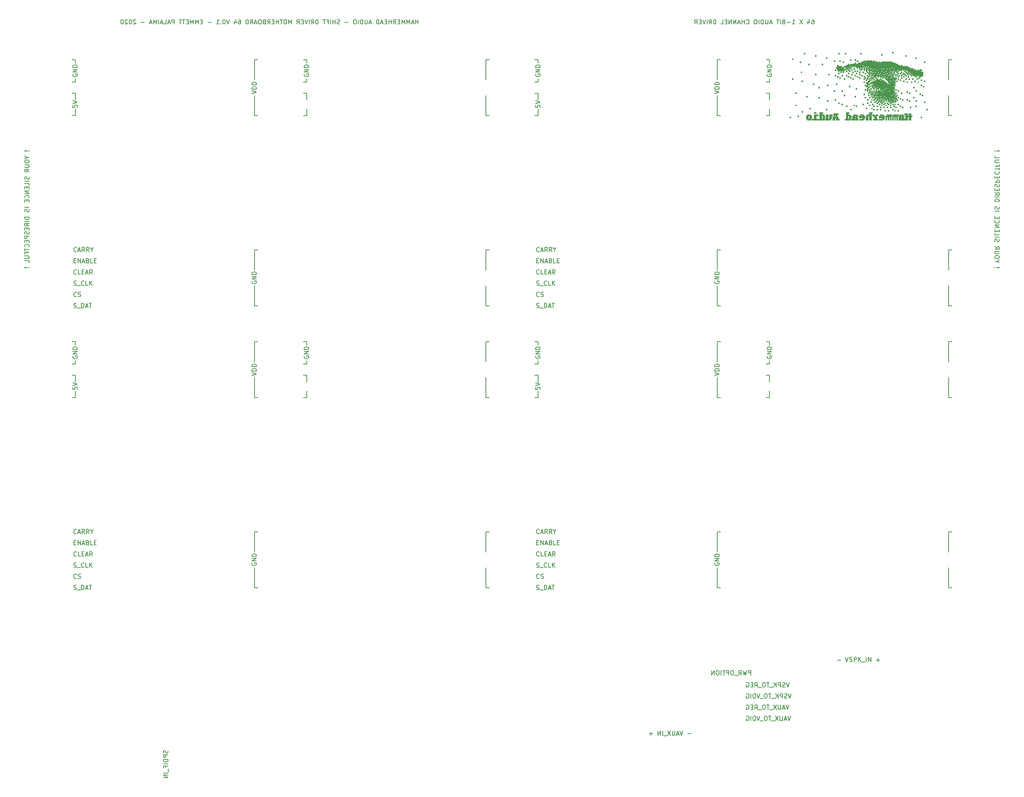
<source format=gbr>
G04 #@! TF.GenerationSoftware,KiCad,Pcbnew,(5.1.2-1)-1*
G04 #@! TF.CreationDate,2020-06-20T02:43:35-05:00*
G04 #@! TF.ProjectId,ShiftDriverMotherboard64,53686966-7444-4726-9976-65724d6f7468,rev?*
G04 #@! TF.SameCoordinates,Original*
G04 #@! TF.FileFunction,Legend,Bot*
G04 #@! TF.FilePolarity,Positive*
%FSLAX46Y46*%
G04 Gerber Fmt 4.6, Leading zero omitted, Abs format (unit mm)*
G04 Created by KiCad (PCBNEW (5.1.2-1)-1) date 2020-06-20 02:43:35*
%MOMM*%
%LPD*%
G04 APERTURE LIST*
%ADD10C,0.150000*%
%ADD11C,0.010000*%
G04 APERTURE END LIST*
D10*
X46904761Y-180404761D02*
X46952380Y-180547619D01*
X46952380Y-180785714D01*
X46904761Y-180880952D01*
X46857142Y-180928571D01*
X46761904Y-180976190D01*
X46666666Y-180976190D01*
X46571428Y-180928571D01*
X46523809Y-180880952D01*
X46476190Y-180785714D01*
X46428571Y-180595238D01*
X46380952Y-180500000D01*
X46333333Y-180452380D01*
X46238095Y-180404761D01*
X46142857Y-180404761D01*
X46047619Y-180452380D01*
X46000000Y-180500000D01*
X45952380Y-180595238D01*
X45952380Y-180833333D01*
X46000000Y-180976190D01*
X46952380Y-181404761D02*
X45952380Y-181404761D01*
X45952380Y-181785714D01*
X46000000Y-181880952D01*
X46047619Y-181928571D01*
X46142857Y-181976190D01*
X46285714Y-181976190D01*
X46380952Y-181928571D01*
X46428571Y-181880952D01*
X46476190Y-181785714D01*
X46476190Y-181404761D01*
X46952380Y-182404761D02*
X45952380Y-182404761D01*
X45952380Y-182642857D01*
X46000000Y-182785714D01*
X46095238Y-182880952D01*
X46190476Y-182928571D01*
X46380952Y-182976190D01*
X46523809Y-182976190D01*
X46714285Y-182928571D01*
X46809523Y-182880952D01*
X46904761Y-182785714D01*
X46952380Y-182642857D01*
X46952380Y-182404761D01*
X46952380Y-183404761D02*
X45952380Y-183404761D01*
X46428571Y-184214285D02*
X46428571Y-183880952D01*
X46952380Y-183880952D02*
X45952380Y-183880952D01*
X45952380Y-184357142D01*
X47047619Y-184500000D02*
X47047619Y-185261904D01*
X46952380Y-185500000D02*
X45952380Y-185500000D01*
X46952380Y-185976190D02*
X45952380Y-185976190D01*
X46952380Y-186547619D01*
X45952380Y-186547619D01*
X188253213Y-172587380D02*
X187919880Y-173587380D01*
X187586547Y-172587380D01*
X187300832Y-173301666D02*
X186824642Y-173301666D01*
X187396071Y-173587380D02*
X187062737Y-172587380D01*
X186729404Y-173587380D01*
X186396071Y-172587380D02*
X186396071Y-173396904D01*
X186348452Y-173492142D01*
X186300832Y-173539761D01*
X186205594Y-173587380D01*
X186015118Y-173587380D01*
X185919880Y-173539761D01*
X185872261Y-173492142D01*
X185824642Y-173396904D01*
X185824642Y-172587380D01*
X185443690Y-172587380D02*
X184777023Y-173587380D01*
X184777023Y-172587380D02*
X185443690Y-173587380D01*
X184634166Y-173682619D02*
X183872261Y-173682619D01*
X183777023Y-172587380D02*
X183205594Y-172587380D01*
X183491309Y-173587380D02*
X183491309Y-172587380D01*
X182681785Y-172587380D02*
X182491309Y-172587380D01*
X182396071Y-172635000D01*
X182300832Y-172730238D01*
X182253213Y-172920714D01*
X182253213Y-173254047D01*
X182300832Y-173444523D01*
X182396071Y-173539761D01*
X182491309Y-173587380D01*
X182681785Y-173587380D01*
X182777023Y-173539761D01*
X182872261Y-173444523D01*
X182919880Y-173254047D01*
X182919880Y-172920714D01*
X182872261Y-172730238D01*
X182777023Y-172635000D01*
X182681785Y-172587380D01*
X182062737Y-173682619D02*
X181300832Y-173682619D01*
X181205594Y-172587380D02*
X180872261Y-173587380D01*
X180538928Y-172587380D01*
X180205594Y-173587380D02*
X180205594Y-172587380D01*
X179967499Y-172587380D01*
X179824642Y-172635000D01*
X179729404Y-172730238D01*
X179681785Y-172825476D01*
X179634166Y-173015952D01*
X179634166Y-173158809D01*
X179681785Y-173349285D01*
X179729404Y-173444523D01*
X179824642Y-173539761D01*
X179967499Y-173587380D01*
X180205594Y-173587380D01*
X179205594Y-173587380D02*
X179205594Y-172587380D01*
X178205594Y-172635000D02*
X178300832Y-172587380D01*
X178443690Y-172587380D01*
X178586547Y-172635000D01*
X178681785Y-172730238D01*
X178729404Y-172825476D01*
X178777023Y-173015952D01*
X178777023Y-173158809D01*
X178729404Y-173349285D01*
X178681785Y-173444523D01*
X178586547Y-173539761D01*
X178443690Y-173587380D01*
X178348452Y-173587380D01*
X178205594Y-173539761D01*
X178157975Y-173492142D01*
X178157975Y-173158809D01*
X178348452Y-173158809D01*
X187824642Y-170047380D02*
X187491309Y-171047380D01*
X187157976Y-170047380D01*
X186872261Y-170761666D02*
X186396071Y-170761666D01*
X186967500Y-171047380D02*
X186634166Y-170047380D01*
X186300833Y-171047380D01*
X185967500Y-170047380D02*
X185967500Y-170856904D01*
X185919881Y-170952142D01*
X185872261Y-170999761D01*
X185777023Y-171047380D01*
X185586547Y-171047380D01*
X185491309Y-170999761D01*
X185443690Y-170952142D01*
X185396071Y-170856904D01*
X185396071Y-170047380D01*
X185015119Y-170047380D02*
X184348452Y-171047380D01*
X184348452Y-170047380D02*
X185015119Y-171047380D01*
X184205595Y-171142619D02*
X183443690Y-171142619D01*
X183348452Y-170047380D02*
X182777023Y-170047380D01*
X183062738Y-171047380D02*
X183062738Y-170047380D01*
X182253214Y-170047380D02*
X182062738Y-170047380D01*
X181967500Y-170095000D01*
X181872261Y-170190238D01*
X181824642Y-170380714D01*
X181824642Y-170714047D01*
X181872261Y-170904523D01*
X181967500Y-170999761D01*
X182062738Y-171047380D01*
X182253214Y-171047380D01*
X182348452Y-170999761D01*
X182443690Y-170904523D01*
X182491309Y-170714047D01*
X182491309Y-170380714D01*
X182443690Y-170190238D01*
X182348452Y-170095000D01*
X182253214Y-170047380D01*
X181634166Y-171142619D02*
X180872261Y-171142619D01*
X180062738Y-171047380D02*
X180396071Y-170571190D01*
X180634166Y-171047380D02*
X180634166Y-170047380D01*
X180253214Y-170047380D01*
X180157976Y-170095000D01*
X180110357Y-170142619D01*
X180062738Y-170237857D01*
X180062738Y-170380714D01*
X180110357Y-170475952D01*
X180157976Y-170523571D01*
X180253214Y-170571190D01*
X180634166Y-170571190D01*
X179634166Y-170523571D02*
X179300833Y-170523571D01*
X179157976Y-171047380D02*
X179634166Y-171047380D01*
X179634166Y-170047380D01*
X179157976Y-170047380D01*
X178205595Y-170095000D02*
X178300833Y-170047380D01*
X178443690Y-170047380D01*
X178586547Y-170095000D01*
X178681785Y-170190238D01*
X178729404Y-170285476D01*
X178777023Y-170475952D01*
X178777023Y-170618809D01*
X178729404Y-170809285D01*
X178681785Y-170904523D01*
X178586547Y-170999761D01*
X178443690Y-171047380D01*
X178348452Y-171047380D01*
X178205595Y-170999761D01*
X178157976Y-170952142D01*
X178157976Y-170618809D01*
X178348452Y-170618809D01*
X188348451Y-167507380D02*
X188015118Y-168507380D01*
X187681785Y-167507380D01*
X187396070Y-168459761D02*
X187253213Y-168507380D01*
X187015118Y-168507380D01*
X186919880Y-168459761D01*
X186872261Y-168412142D01*
X186824642Y-168316904D01*
X186824642Y-168221666D01*
X186872261Y-168126428D01*
X186919880Y-168078809D01*
X187015118Y-168031190D01*
X187205594Y-167983571D01*
X187300832Y-167935952D01*
X187348451Y-167888333D01*
X187396070Y-167793095D01*
X187396070Y-167697857D01*
X187348451Y-167602619D01*
X187300832Y-167555000D01*
X187205594Y-167507380D01*
X186967499Y-167507380D01*
X186824642Y-167555000D01*
X186396070Y-168507380D02*
X186396070Y-167507380D01*
X186015118Y-167507380D01*
X185919880Y-167555000D01*
X185872261Y-167602619D01*
X185824642Y-167697857D01*
X185824642Y-167840714D01*
X185872261Y-167935952D01*
X185919880Y-167983571D01*
X186015118Y-168031190D01*
X186396070Y-168031190D01*
X185396070Y-168507380D02*
X185396070Y-167507380D01*
X184824642Y-168507380D02*
X185253213Y-167935952D01*
X184824642Y-167507380D02*
X185396070Y-168078809D01*
X184634166Y-168602619D02*
X183872261Y-168602619D01*
X183777023Y-167507380D02*
X183205594Y-167507380D01*
X183491309Y-168507380D02*
X183491309Y-167507380D01*
X182681785Y-167507380D02*
X182491309Y-167507380D01*
X182396070Y-167555000D01*
X182300832Y-167650238D01*
X182253213Y-167840714D01*
X182253213Y-168174047D01*
X182300832Y-168364523D01*
X182396070Y-168459761D01*
X182491309Y-168507380D01*
X182681785Y-168507380D01*
X182777023Y-168459761D01*
X182872261Y-168364523D01*
X182919880Y-168174047D01*
X182919880Y-167840714D01*
X182872261Y-167650238D01*
X182777023Y-167555000D01*
X182681785Y-167507380D01*
X182062737Y-168602619D02*
X181300832Y-168602619D01*
X181205594Y-167507380D02*
X180872261Y-168507380D01*
X180538928Y-167507380D01*
X180205594Y-168507380D02*
X180205594Y-167507380D01*
X179967499Y-167507380D01*
X179824642Y-167555000D01*
X179729404Y-167650238D01*
X179681785Y-167745476D01*
X179634166Y-167935952D01*
X179634166Y-168078809D01*
X179681785Y-168269285D01*
X179729404Y-168364523D01*
X179824642Y-168459761D01*
X179967499Y-168507380D01*
X180205594Y-168507380D01*
X179205594Y-168507380D02*
X179205594Y-167507380D01*
X178205594Y-167555000D02*
X178300832Y-167507380D01*
X178443690Y-167507380D01*
X178586547Y-167555000D01*
X178681785Y-167650238D01*
X178729404Y-167745476D01*
X178777023Y-167935952D01*
X178777023Y-168078809D01*
X178729404Y-168269285D01*
X178681785Y-168364523D01*
X178586547Y-168459761D01*
X178443690Y-168507380D01*
X178348451Y-168507380D01*
X178205594Y-168459761D01*
X178157975Y-168412142D01*
X178157975Y-168078809D01*
X178348451Y-168078809D01*
X187919880Y-164967380D02*
X187586547Y-165967380D01*
X187253214Y-164967380D01*
X186967499Y-165919761D02*
X186824642Y-165967380D01*
X186586547Y-165967380D01*
X186491309Y-165919761D01*
X186443690Y-165872142D01*
X186396071Y-165776904D01*
X186396071Y-165681666D01*
X186443690Y-165586428D01*
X186491309Y-165538809D01*
X186586547Y-165491190D01*
X186777023Y-165443571D01*
X186872261Y-165395952D01*
X186919880Y-165348333D01*
X186967499Y-165253095D01*
X186967499Y-165157857D01*
X186919880Y-165062619D01*
X186872261Y-165015000D01*
X186777023Y-164967380D01*
X186538928Y-164967380D01*
X186396071Y-165015000D01*
X185967499Y-165967380D02*
X185967499Y-164967380D01*
X185586547Y-164967380D01*
X185491309Y-165015000D01*
X185443690Y-165062619D01*
X185396071Y-165157857D01*
X185396071Y-165300714D01*
X185443690Y-165395952D01*
X185491309Y-165443571D01*
X185586547Y-165491190D01*
X185967499Y-165491190D01*
X184967499Y-165967380D02*
X184967499Y-164967380D01*
X184396071Y-165967380D02*
X184824642Y-165395952D01*
X184396071Y-164967380D02*
X184967499Y-165538809D01*
X184205595Y-166062619D02*
X183443690Y-166062619D01*
X183348452Y-164967380D02*
X182777023Y-164967380D01*
X183062738Y-165967380D02*
X183062738Y-164967380D01*
X182253214Y-164967380D02*
X182062738Y-164967380D01*
X181967499Y-165015000D01*
X181872261Y-165110238D01*
X181824642Y-165300714D01*
X181824642Y-165634047D01*
X181872261Y-165824523D01*
X181967499Y-165919761D01*
X182062738Y-165967380D01*
X182253214Y-165967380D01*
X182348452Y-165919761D01*
X182443690Y-165824523D01*
X182491309Y-165634047D01*
X182491309Y-165300714D01*
X182443690Y-165110238D01*
X182348452Y-165015000D01*
X182253214Y-164967380D01*
X181634166Y-166062619D02*
X180872261Y-166062619D01*
X180062738Y-165967380D02*
X180396071Y-165491190D01*
X180634166Y-165967380D02*
X180634166Y-164967380D01*
X180253214Y-164967380D01*
X180157976Y-165015000D01*
X180110357Y-165062619D01*
X180062738Y-165157857D01*
X180062738Y-165300714D01*
X180110357Y-165395952D01*
X180157976Y-165443571D01*
X180253214Y-165491190D01*
X180634166Y-165491190D01*
X179634166Y-165443571D02*
X179300833Y-165443571D01*
X179157976Y-165967380D02*
X179634166Y-165967380D01*
X179634166Y-164967380D01*
X179157976Y-164967380D01*
X178205595Y-165015000D02*
X178300833Y-164967380D01*
X178443690Y-164967380D01*
X178586547Y-165015000D01*
X178681785Y-165110238D01*
X178729404Y-165205476D01*
X178777023Y-165395952D01*
X178777023Y-165538809D01*
X178729404Y-165729285D01*
X178681785Y-165824523D01*
X178586547Y-165919761D01*
X178443690Y-165967380D01*
X178348452Y-165967380D01*
X178205595Y-165919761D01*
X178157976Y-165872142D01*
X178157976Y-165538809D01*
X178348452Y-165538809D01*
X179154761Y-163202380D02*
X179154761Y-162202380D01*
X178773809Y-162202380D01*
X178678571Y-162250000D01*
X178630952Y-162297619D01*
X178583333Y-162392857D01*
X178583333Y-162535714D01*
X178630952Y-162630952D01*
X178678571Y-162678571D01*
X178773809Y-162726190D01*
X179154761Y-162726190D01*
X178250000Y-162202380D02*
X178011904Y-163202380D01*
X177821428Y-162488095D01*
X177630952Y-163202380D01*
X177392857Y-162202380D01*
X176440476Y-163202380D02*
X176773809Y-162726190D01*
X177011904Y-163202380D02*
X177011904Y-162202380D01*
X176630952Y-162202380D01*
X176535714Y-162250000D01*
X176488095Y-162297619D01*
X176440476Y-162392857D01*
X176440476Y-162535714D01*
X176488095Y-162630952D01*
X176535714Y-162678571D01*
X176630952Y-162726190D01*
X177011904Y-162726190D01*
X176250000Y-163297619D02*
X175488095Y-163297619D01*
X175059523Y-162202380D02*
X174869047Y-162202380D01*
X174773809Y-162250000D01*
X174678571Y-162345238D01*
X174630952Y-162535714D01*
X174630952Y-162869047D01*
X174678571Y-163059523D01*
X174773809Y-163154761D01*
X174869047Y-163202380D01*
X175059523Y-163202380D01*
X175154761Y-163154761D01*
X175250000Y-163059523D01*
X175297619Y-162869047D01*
X175297619Y-162535714D01*
X175250000Y-162345238D01*
X175154761Y-162250000D01*
X175059523Y-162202380D01*
X174202380Y-163202380D02*
X174202380Y-162202380D01*
X173821428Y-162202380D01*
X173726190Y-162250000D01*
X173678571Y-162297619D01*
X173630952Y-162392857D01*
X173630952Y-162535714D01*
X173678571Y-162630952D01*
X173726190Y-162678571D01*
X173821428Y-162726190D01*
X174202380Y-162726190D01*
X173345238Y-162202380D02*
X172773809Y-162202380D01*
X173059523Y-163202380D02*
X173059523Y-162202380D01*
X172440476Y-163202380D02*
X172440476Y-162202380D01*
X171773809Y-162202380D02*
X171583333Y-162202380D01*
X171488095Y-162250000D01*
X171392857Y-162345238D01*
X171345238Y-162535714D01*
X171345238Y-162869047D01*
X171392857Y-163059523D01*
X171488095Y-163154761D01*
X171583333Y-163202380D01*
X171773809Y-163202380D01*
X171869047Y-163154761D01*
X171964285Y-163059523D01*
X172011904Y-162869047D01*
X172011904Y-162535714D01*
X171964285Y-162345238D01*
X171869047Y-162250000D01*
X171773809Y-162202380D01*
X170916666Y-163202380D02*
X170916666Y-162202380D01*
X170345238Y-163202380D01*
X170345238Y-162202380D01*
X165661904Y-176571428D02*
X164900000Y-176571428D01*
X163804761Y-175952380D02*
X163471428Y-176952380D01*
X163138095Y-175952380D01*
X162852380Y-176666666D02*
X162376190Y-176666666D01*
X162947619Y-176952380D02*
X162614285Y-175952380D01*
X162280952Y-176952380D01*
X161947619Y-175952380D02*
X161947619Y-176761904D01*
X161900000Y-176857142D01*
X161852380Y-176904761D01*
X161757142Y-176952380D01*
X161566666Y-176952380D01*
X161471428Y-176904761D01*
X161423809Y-176857142D01*
X161376190Y-176761904D01*
X161376190Y-175952380D01*
X160995238Y-175952380D02*
X160328571Y-176952380D01*
X160328571Y-175952380D02*
X160995238Y-176952380D01*
X160185714Y-177047619D02*
X159423809Y-177047619D01*
X159185714Y-176952380D02*
X159185714Y-175952380D01*
X158709523Y-176952380D02*
X158709523Y-175952380D01*
X158138095Y-176952380D01*
X158138095Y-175952380D01*
X156900000Y-176571428D02*
X156138095Y-176571428D01*
X156519047Y-176952380D02*
X156519047Y-176190476D01*
X198800476Y-159821428D02*
X199562380Y-159821428D01*
X200657619Y-159202380D02*
X200990952Y-160202380D01*
X201324285Y-159202380D01*
X201610000Y-160154761D02*
X201752857Y-160202380D01*
X201990952Y-160202380D01*
X202086190Y-160154761D01*
X202133809Y-160107142D01*
X202181428Y-160011904D01*
X202181428Y-159916666D01*
X202133809Y-159821428D01*
X202086190Y-159773809D01*
X201990952Y-159726190D01*
X201800476Y-159678571D01*
X201705238Y-159630952D01*
X201657619Y-159583333D01*
X201610000Y-159488095D01*
X201610000Y-159392857D01*
X201657619Y-159297619D01*
X201705238Y-159250000D01*
X201800476Y-159202380D01*
X202038571Y-159202380D01*
X202181428Y-159250000D01*
X202610000Y-160202380D02*
X202610000Y-159202380D01*
X202990952Y-159202380D01*
X203086190Y-159250000D01*
X203133809Y-159297619D01*
X203181428Y-159392857D01*
X203181428Y-159535714D01*
X203133809Y-159630952D01*
X203086190Y-159678571D01*
X202990952Y-159726190D01*
X202610000Y-159726190D01*
X203610000Y-160202380D02*
X203610000Y-159202380D01*
X204181428Y-160202380D02*
X203752857Y-159630952D01*
X204181428Y-159202380D02*
X203610000Y-159773809D01*
X204371904Y-160297619D02*
X205133809Y-160297619D01*
X205371904Y-160202380D02*
X205371904Y-159202380D01*
X205848095Y-160202380D02*
X205848095Y-159202380D01*
X206419523Y-160202380D01*
X206419523Y-159202380D01*
X207657619Y-159821428D02*
X208419523Y-159821428D01*
X208038571Y-160202380D02*
X208038571Y-159440476D01*
X15357142Y-44261904D02*
X15404761Y-44309523D01*
X15452380Y-44261904D01*
X15404761Y-44214285D01*
X15357142Y-44261904D01*
X15452380Y-44261904D01*
X15071428Y-44261904D02*
X14500000Y-44214285D01*
X14452380Y-44261904D01*
X14500000Y-44309523D01*
X15071428Y-44261904D01*
X14452380Y-44261904D01*
X14976190Y-45690476D02*
X15452380Y-45690476D01*
X14452380Y-45357142D02*
X14976190Y-45690476D01*
X14452380Y-46023809D01*
X14452380Y-46547619D02*
X14452380Y-46738095D01*
X14500000Y-46833333D01*
X14595238Y-46928571D01*
X14785714Y-46976190D01*
X15119047Y-46976190D01*
X15309523Y-46928571D01*
X15404761Y-46833333D01*
X15452380Y-46738095D01*
X15452380Y-46547619D01*
X15404761Y-46452380D01*
X15309523Y-46357142D01*
X15119047Y-46309523D01*
X14785714Y-46309523D01*
X14595238Y-46357142D01*
X14500000Y-46452380D01*
X14452380Y-46547619D01*
X14452380Y-47404761D02*
X15261904Y-47404761D01*
X15357142Y-47452380D01*
X15404761Y-47500000D01*
X15452380Y-47595238D01*
X15452380Y-47785714D01*
X15404761Y-47880952D01*
X15357142Y-47928571D01*
X15261904Y-47976190D01*
X14452380Y-47976190D01*
X15452380Y-49023809D02*
X14976190Y-48690476D01*
X15452380Y-48452380D02*
X14452380Y-48452380D01*
X14452380Y-48833333D01*
X14500000Y-48928571D01*
X14547619Y-48976190D01*
X14642857Y-49023809D01*
X14785714Y-49023809D01*
X14880952Y-48976190D01*
X14928571Y-48928571D01*
X14976190Y-48833333D01*
X14976190Y-48452380D01*
X15404761Y-50166666D02*
X15452380Y-50309523D01*
X15452380Y-50547619D01*
X15404761Y-50642857D01*
X15357142Y-50690476D01*
X15261904Y-50738095D01*
X15166666Y-50738095D01*
X15071428Y-50690476D01*
X15023809Y-50642857D01*
X14976190Y-50547619D01*
X14928571Y-50357142D01*
X14880952Y-50261904D01*
X14833333Y-50214285D01*
X14738095Y-50166666D01*
X14642857Y-50166666D01*
X14547619Y-50214285D01*
X14500000Y-50261904D01*
X14452380Y-50357142D01*
X14452380Y-50595238D01*
X14500000Y-50738095D01*
X15452380Y-51166666D02*
X14452380Y-51166666D01*
X15452380Y-52119047D02*
X15452380Y-51642857D01*
X14452380Y-51642857D01*
X14928571Y-52452380D02*
X14928571Y-52785714D01*
X15452380Y-52928571D02*
X15452380Y-52452380D01*
X14452380Y-52452380D01*
X14452380Y-52928571D01*
X15452380Y-53357142D02*
X14452380Y-53357142D01*
X15452380Y-53928571D01*
X14452380Y-53928571D01*
X15357142Y-54976190D02*
X15404761Y-54928571D01*
X15452380Y-54785714D01*
X15452380Y-54690476D01*
X15404761Y-54547619D01*
X15309523Y-54452380D01*
X15214285Y-54404761D01*
X15023809Y-54357142D01*
X14880952Y-54357142D01*
X14690476Y-54404761D01*
X14595238Y-54452380D01*
X14500000Y-54547619D01*
X14452380Y-54690476D01*
X14452380Y-54785714D01*
X14500000Y-54928571D01*
X14547619Y-54976190D01*
X14928571Y-55404761D02*
X14928571Y-55738095D01*
X15452380Y-55880952D02*
X15452380Y-55404761D01*
X14452380Y-55404761D01*
X14452380Y-55880952D01*
X15452380Y-57071428D02*
X14452380Y-57071428D01*
X15404761Y-57500000D02*
X15452380Y-57642857D01*
X15452380Y-57880952D01*
X15404761Y-57976190D01*
X15357142Y-58023809D01*
X15261904Y-58071428D01*
X15166666Y-58071428D01*
X15071428Y-58023809D01*
X15023809Y-57976190D01*
X14976190Y-57880952D01*
X14928571Y-57690476D01*
X14880952Y-57595238D01*
X14833333Y-57547619D01*
X14738095Y-57500000D01*
X14642857Y-57500000D01*
X14547619Y-57547619D01*
X14500000Y-57595238D01*
X14452380Y-57690476D01*
X14452380Y-57928571D01*
X14500000Y-58071428D01*
X15452380Y-59261904D02*
X14452380Y-59261904D01*
X14452380Y-59500000D01*
X14500000Y-59642857D01*
X14595238Y-59738095D01*
X14690476Y-59785714D01*
X14880952Y-59833333D01*
X15023809Y-59833333D01*
X15214285Y-59785714D01*
X15309523Y-59738095D01*
X15404761Y-59642857D01*
X15452380Y-59500000D01*
X15452380Y-59261904D01*
X15452380Y-60261904D02*
X14452380Y-60261904D01*
X15452380Y-61309523D02*
X14976190Y-60976190D01*
X15452380Y-60738095D02*
X14452380Y-60738095D01*
X14452380Y-61119047D01*
X14500000Y-61214285D01*
X14547619Y-61261904D01*
X14642857Y-61309523D01*
X14785714Y-61309523D01*
X14880952Y-61261904D01*
X14928571Y-61214285D01*
X14976190Y-61119047D01*
X14976190Y-60738095D01*
X14928571Y-61738095D02*
X14928571Y-62071428D01*
X15452380Y-62214285D02*
X15452380Y-61738095D01*
X14452380Y-61738095D01*
X14452380Y-62214285D01*
X15404761Y-62595238D02*
X15452380Y-62738095D01*
X15452380Y-62976190D01*
X15404761Y-63071428D01*
X15357142Y-63119047D01*
X15261904Y-63166666D01*
X15166666Y-63166666D01*
X15071428Y-63119047D01*
X15023809Y-63071428D01*
X14976190Y-62976190D01*
X14928571Y-62785714D01*
X14880952Y-62690476D01*
X14833333Y-62642857D01*
X14738095Y-62595238D01*
X14642857Y-62595238D01*
X14547619Y-62642857D01*
X14500000Y-62690476D01*
X14452380Y-62785714D01*
X14452380Y-63023809D01*
X14500000Y-63166666D01*
X15452380Y-63595238D02*
X14452380Y-63595238D01*
X14452380Y-63976190D01*
X14500000Y-64071428D01*
X14547619Y-64119047D01*
X14642857Y-64166666D01*
X14785714Y-64166666D01*
X14880952Y-64119047D01*
X14928571Y-64071428D01*
X14976190Y-63976190D01*
X14976190Y-63595238D01*
X14928571Y-64595238D02*
X14928571Y-64928571D01*
X15452380Y-65071428D02*
X15452380Y-64595238D01*
X14452380Y-64595238D01*
X14452380Y-65071428D01*
X15357142Y-66071428D02*
X15404761Y-66023809D01*
X15452380Y-65880952D01*
X15452380Y-65785714D01*
X15404761Y-65642857D01*
X15309523Y-65547619D01*
X15214285Y-65500000D01*
X15023809Y-65452380D01*
X14880952Y-65452380D01*
X14690476Y-65500000D01*
X14595238Y-65547619D01*
X14500000Y-65642857D01*
X14452380Y-65785714D01*
X14452380Y-65880952D01*
X14500000Y-66023809D01*
X14547619Y-66071428D01*
X14452380Y-66357142D02*
X14452380Y-66928571D01*
X15452380Y-66642857D02*
X14452380Y-66642857D01*
X14928571Y-67595238D02*
X14928571Y-67261904D01*
X15452380Y-67261904D02*
X14452380Y-67261904D01*
X14452380Y-67738095D01*
X14452380Y-68119047D02*
X15261904Y-68119047D01*
X15357142Y-68166666D01*
X15404761Y-68214285D01*
X15452380Y-68309523D01*
X15452380Y-68500000D01*
X15404761Y-68595238D01*
X15357142Y-68642857D01*
X15261904Y-68690476D01*
X14452380Y-68690476D01*
X15452380Y-69642857D02*
X15452380Y-69166666D01*
X14452380Y-69166666D01*
X15357142Y-70738095D02*
X15404761Y-70785714D01*
X15452380Y-70738095D01*
X15404761Y-70690476D01*
X15357142Y-70738095D01*
X15452380Y-70738095D01*
X15071428Y-70738095D02*
X14500000Y-70690476D01*
X14452380Y-70738095D01*
X14500000Y-70785714D01*
X15071428Y-70738095D01*
X14452380Y-70738095D01*
X234642857Y-70738095D02*
X234595238Y-70690476D01*
X234547619Y-70738095D01*
X234595238Y-70785714D01*
X234642857Y-70738095D01*
X234547619Y-70738095D01*
X234928571Y-70738095D02*
X235500000Y-70785714D01*
X235547619Y-70738095D01*
X235500000Y-70690476D01*
X234928571Y-70738095D01*
X235547619Y-70738095D01*
X235023809Y-69309523D02*
X234547619Y-69309523D01*
X235547619Y-69642857D02*
X235023809Y-69309523D01*
X235547619Y-68976190D01*
X235547619Y-68452380D02*
X235547619Y-68261904D01*
X235500000Y-68166666D01*
X235404761Y-68071428D01*
X235214285Y-68023809D01*
X234880952Y-68023809D01*
X234690476Y-68071428D01*
X234595238Y-68166666D01*
X234547619Y-68261904D01*
X234547619Y-68452380D01*
X234595238Y-68547619D01*
X234690476Y-68642857D01*
X234880952Y-68690476D01*
X235214285Y-68690476D01*
X235404761Y-68642857D01*
X235500000Y-68547619D01*
X235547619Y-68452380D01*
X235547619Y-67595238D02*
X234738095Y-67595238D01*
X234642857Y-67547619D01*
X234595238Y-67500000D01*
X234547619Y-67404761D01*
X234547619Y-67214285D01*
X234595238Y-67119047D01*
X234642857Y-67071428D01*
X234738095Y-67023809D01*
X235547619Y-67023809D01*
X234547619Y-65976190D02*
X235023809Y-66309523D01*
X234547619Y-66547619D02*
X235547619Y-66547619D01*
X235547619Y-66166666D01*
X235500000Y-66071428D01*
X235452380Y-66023809D01*
X235357142Y-65976190D01*
X235214285Y-65976190D01*
X235119047Y-66023809D01*
X235071428Y-66071428D01*
X235023809Y-66166666D01*
X235023809Y-66547619D01*
X234595238Y-64833333D02*
X234547619Y-64690476D01*
X234547619Y-64452380D01*
X234595238Y-64357142D01*
X234642857Y-64309523D01*
X234738095Y-64261904D01*
X234833333Y-64261904D01*
X234928571Y-64309523D01*
X234976190Y-64357142D01*
X235023809Y-64452380D01*
X235071428Y-64642857D01*
X235119047Y-64738095D01*
X235166666Y-64785714D01*
X235261904Y-64833333D01*
X235357142Y-64833333D01*
X235452380Y-64785714D01*
X235500000Y-64738095D01*
X235547619Y-64642857D01*
X235547619Y-64404761D01*
X235500000Y-64261904D01*
X234547619Y-63833333D02*
X235547619Y-63833333D01*
X234547619Y-62880952D02*
X234547619Y-63357142D01*
X235547619Y-63357142D01*
X235071428Y-62547619D02*
X235071428Y-62214285D01*
X234547619Y-62071428D02*
X234547619Y-62547619D01*
X235547619Y-62547619D01*
X235547619Y-62071428D01*
X234547619Y-61642857D02*
X235547619Y-61642857D01*
X234547619Y-61071428D01*
X235547619Y-61071428D01*
X234642857Y-60023809D02*
X234595238Y-60071428D01*
X234547619Y-60214285D01*
X234547619Y-60309523D01*
X234595238Y-60452380D01*
X234690476Y-60547619D01*
X234785714Y-60595238D01*
X234976190Y-60642857D01*
X235119047Y-60642857D01*
X235309523Y-60595238D01*
X235404761Y-60547619D01*
X235500000Y-60452380D01*
X235547619Y-60309523D01*
X235547619Y-60214285D01*
X235500000Y-60071428D01*
X235452380Y-60023809D01*
X235071428Y-59595238D02*
X235071428Y-59261904D01*
X234547619Y-59119047D02*
X234547619Y-59595238D01*
X235547619Y-59595238D01*
X235547619Y-59119047D01*
X234547619Y-57928571D02*
X235547619Y-57928571D01*
X234595238Y-57500000D02*
X234547619Y-57357142D01*
X234547619Y-57119047D01*
X234595238Y-57023809D01*
X234642857Y-56976190D01*
X234738095Y-56928571D01*
X234833333Y-56928571D01*
X234928571Y-56976190D01*
X234976190Y-57023809D01*
X235023809Y-57119047D01*
X235071428Y-57309523D01*
X235119047Y-57404761D01*
X235166666Y-57452380D01*
X235261904Y-57500000D01*
X235357142Y-57500000D01*
X235452380Y-57452380D01*
X235500000Y-57404761D01*
X235547619Y-57309523D01*
X235547619Y-57071428D01*
X235500000Y-56928571D01*
X234547619Y-55738095D02*
X235547619Y-55738095D01*
X235547619Y-55500000D01*
X235500000Y-55357142D01*
X235404761Y-55261904D01*
X235309523Y-55214285D01*
X235119047Y-55166666D01*
X234976190Y-55166666D01*
X234785714Y-55214285D01*
X234690476Y-55261904D01*
X234595238Y-55357142D01*
X234547619Y-55500000D01*
X234547619Y-55738095D01*
X234547619Y-54738095D02*
X235547619Y-54738095D01*
X234547619Y-53690476D02*
X235023809Y-54023809D01*
X234547619Y-54261904D02*
X235547619Y-54261904D01*
X235547619Y-53880952D01*
X235500000Y-53785714D01*
X235452380Y-53738095D01*
X235357142Y-53690476D01*
X235214285Y-53690476D01*
X235119047Y-53738095D01*
X235071428Y-53785714D01*
X235023809Y-53880952D01*
X235023809Y-54261904D01*
X235071428Y-53261904D02*
X235071428Y-52928571D01*
X234547619Y-52785714D02*
X234547619Y-53261904D01*
X235547619Y-53261904D01*
X235547619Y-52785714D01*
X234595238Y-52404761D02*
X234547619Y-52261904D01*
X234547619Y-52023809D01*
X234595238Y-51928571D01*
X234642857Y-51880952D01*
X234738095Y-51833333D01*
X234833333Y-51833333D01*
X234928571Y-51880952D01*
X234976190Y-51928571D01*
X235023809Y-52023809D01*
X235071428Y-52214285D01*
X235119047Y-52309523D01*
X235166666Y-52357142D01*
X235261904Y-52404761D01*
X235357142Y-52404761D01*
X235452380Y-52357142D01*
X235500000Y-52309523D01*
X235547619Y-52214285D01*
X235547619Y-51976190D01*
X235500000Y-51833333D01*
X234547619Y-51404761D02*
X235547619Y-51404761D01*
X235547619Y-51023809D01*
X235500000Y-50928571D01*
X235452380Y-50880952D01*
X235357142Y-50833333D01*
X235214285Y-50833333D01*
X235119047Y-50880952D01*
X235071428Y-50928571D01*
X235023809Y-51023809D01*
X235023809Y-51404761D01*
X235071428Y-50404761D02*
X235071428Y-50071428D01*
X234547619Y-49928571D02*
X234547619Y-50404761D01*
X235547619Y-50404761D01*
X235547619Y-49928571D01*
X234642857Y-48928571D02*
X234595238Y-48976190D01*
X234547619Y-49119047D01*
X234547619Y-49214285D01*
X234595238Y-49357142D01*
X234690476Y-49452380D01*
X234785714Y-49500000D01*
X234976190Y-49547619D01*
X235119047Y-49547619D01*
X235309523Y-49500000D01*
X235404761Y-49452380D01*
X235500000Y-49357142D01*
X235547619Y-49214285D01*
X235547619Y-49119047D01*
X235500000Y-48976190D01*
X235452380Y-48928571D01*
X235547619Y-48642857D02*
X235547619Y-48071428D01*
X234547619Y-48357142D02*
X235547619Y-48357142D01*
X235071428Y-47404761D02*
X235071428Y-47738095D01*
X234547619Y-47738095D02*
X235547619Y-47738095D01*
X235547619Y-47261904D01*
X235547619Y-46880952D02*
X234738095Y-46880952D01*
X234642857Y-46833333D01*
X234595238Y-46785714D01*
X234547619Y-46690476D01*
X234547619Y-46500000D01*
X234595238Y-46404761D01*
X234642857Y-46357142D01*
X234738095Y-46309523D01*
X235547619Y-46309523D01*
X234547619Y-45357142D02*
X234547619Y-45833333D01*
X235547619Y-45833333D01*
X234642857Y-44261904D02*
X234595238Y-44214285D01*
X234547619Y-44261904D01*
X234595238Y-44309523D01*
X234642857Y-44261904D01*
X234547619Y-44261904D01*
X234928571Y-44261904D02*
X235500000Y-44309523D01*
X235547619Y-44261904D01*
X235500000Y-44214285D01*
X234928571Y-44261904D01*
X235547619Y-44261904D01*
X193071428Y-14452380D02*
X193261904Y-14452380D01*
X193357142Y-14500000D01*
X193404761Y-14547619D01*
X193500000Y-14690476D01*
X193547619Y-14880952D01*
X193547619Y-15261904D01*
X193500000Y-15357142D01*
X193452380Y-15404761D01*
X193357142Y-15452380D01*
X193166666Y-15452380D01*
X193071428Y-15404761D01*
X193023809Y-15357142D01*
X192976190Y-15261904D01*
X192976190Y-15023809D01*
X193023809Y-14928571D01*
X193071428Y-14880952D01*
X193166666Y-14833333D01*
X193357142Y-14833333D01*
X193452380Y-14880952D01*
X193500000Y-14928571D01*
X193547619Y-15023809D01*
X192119047Y-14785714D02*
X192119047Y-15452380D01*
X192357142Y-14404761D02*
X192595238Y-15119047D01*
X191976190Y-15119047D01*
X190928571Y-14452380D02*
X190261904Y-15452380D01*
X190261904Y-14452380D02*
X190928571Y-15452380D01*
X188595238Y-15452380D02*
X189166666Y-15452380D01*
X188880952Y-15452380D02*
X188880952Y-14452380D01*
X188976190Y-14595238D01*
X189071428Y-14690476D01*
X189166666Y-14738095D01*
X188166666Y-15071428D02*
X187404761Y-15071428D01*
X186595238Y-14928571D02*
X186452380Y-14976190D01*
X186404761Y-15023809D01*
X186357142Y-15119047D01*
X186357142Y-15261904D01*
X186404761Y-15357142D01*
X186452380Y-15404761D01*
X186547619Y-15452380D01*
X186928571Y-15452380D01*
X186928571Y-14452380D01*
X186595238Y-14452380D01*
X186500000Y-14500000D01*
X186452380Y-14547619D01*
X186404761Y-14642857D01*
X186404761Y-14738095D01*
X186452380Y-14833333D01*
X186500000Y-14880952D01*
X186595238Y-14928571D01*
X186928571Y-14928571D01*
X185928571Y-15452380D02*
X185928571Y-14452380D01*
X185595238Y-14452380D02*
X185023809Y-14452380D01*
X185309523Y-15452380D02*
X185309523Y-14452380D01*
X183976190Y-15166666D02*
X183500000Y-15166666D01*
X184071428Y-15452380D02*
X183738095Y-14452380D01*
X183404761Y-15452380D01*
X183071428Y-14452380D02*
X183071428Y-15261904D01*
X183023809Y-15357142D01*
X182976190Y-15404761D01*
X182880952Y-15452380D01*
X182690476Y-15452380D01*
X182595238Y-15404761D01*
X182547619Y-15357142D01*
X182500000Y-15261904D01*
X182500000Y-14452380D01*
X182023809Y-15452380D02*
X182023809Y-14452380D01*
X181785714Y-14452380D01*
X181642857Y-14500000D01*
X181547619Y-14595238D01*
X181500000Y-14690476D01*
X181452380Y-14880952D01*
X181452380Y-15023809D01*
X181500000Y-15214285D01*
X181547619Y-15309523D01*
X181642857Y-15404761D01*
X181785714Y-15452380D01*
X182023809Y-15452380D01*
X181023809Y-15452380D02*
X181023809Y-14452380D01*
X180357142Y-14452380D02*
X180166666Y-14452380D01*
X180071428Y-14500000D01*
X179976190Y-14595238D01*
X179928571Y-14785714D01*
X179928571Y-15119047D01*
X179976190Y-15309523D01*
X180071428Y-15404761D01*
X180166666Y-15452380D01*
X180357142Y-15452380D01*
X180452380Y-15404761D01*
X180547619Y-15309523D01*
X180595238Y-15119047D01*
X180595238Y-14785714D01*
X180547619Y-14595238D01*
X180452380Y-14500000D01*
X180357142Y-14452380D01*
X178166666Y-15357142D02*
X178214285Y-15404761D01*
X178357142Y-15452380D01*
X178452380Y-15452380D01*
X178595238Y-15404761D01*
X178690476Y-15309523D01*
X178738095Y-15214285D01*
X178785714Y-15023809D01*
X178785714Y-14880952D01*
X178738095Y-14690476D01*
X178690476Y-14595238D01*
X178595238Y-14500000D01*
X178452380Y-14452380D01*
X178357142Y-14452380D01*
X178214285Y-14500000D01*
X178166666Y-14547619D01*
X177738095Y-15452380D02*
X177738095Y-14452380D01*
X177738095Y-14928571D02*
X177166666Y-14928571D01*
X177166666Y-15452380D02*
X177166666Y-14452380D01*
X176738095Y-15166666D02*
X176261904Y-15166666D01*
X176833333Y-15452380D02*
X176500000Y-14452380D01*
X176166666Y-15452380D01*
X175833333Y-15452380D02*
X175833333Y-14452380D01*
X175261904Y-15452380D01*
X175261904Y-14452380D01*
X174785714Y-15452380D02*
X174785714Y-14452380D01*
X174214285Y-15452380D01*
X174214285Y-14452380D01*
X173738095Y-14928571D02*
X173404761Y-14928571D01*
X173261904Y-15452380D02*
X173738095Y-15452380D01*
X173738095Y-14452380D01*
X173261904Y-14452380D01*
X172357142Y-15452380D02*
X172833333Y-15452380D01*
X172833333Y-14452380D01*
X171261904Y-15452380D02*
X171261904Y-14452380D01*
X171023809Y-14452380D01*
X170880952Y-14500000D01*
X170785714Y-14595238D01*
X170738095Y-14690476D01*
X170690476Y-14880952D01*
X170690476Y-15023809D01*
X170738095Y-15214285D01*
X170785714Y-15309523D01*
X170880952Y-15404761D01*
X171023809Y-15452380D01*
X171261904Y-15452380D01*
X169690476Y-15452380D02*
X170023809Y-14976190D01*
X170261904Y-15452380D02*
X170261904Y-14452380D01*
X169880952Y-14452380D01*
X169785714Y-14500000D01*
X169738095Y-14547619D01*
X169690476Y-14642857D01*
X169690476Y-14785714D01*
X169738095Y-14880952D01*
X169785714Y-14928571D01*
X169880952Y-14976190D01*
X170261904Y-14976190D01*
X169261904Y-15452380D02*
X169261904Y-14452380D01*
X168928571Y-14452380D02*
X168595238Y-15452380D01*
X168261904Y-14452380D01*
X167928571Y-14928571D02*
X167595238Y-14928571D01*
X167452380Y-15452380D02*
X167928571Y-15452380D01*
X167928571Y-14452380D01*
X167452380Y-14452380D01*
X166452380Y-15452380D02*
X166785714Y-14976190D01*
X167023809Y-15452380D02*
X167023809Y-14452380D01*
X166642857Y-14452380D01*
X166547619Y-14500000D01*
X166500000Y-14547619D01*
X166452380Y-14642857D01*
X166452380Y-14785714D01*
X166500000Y-14880952D01*
X166547619Y-14928571D01*
X166642857Y-14976190D01*
X167023809Y-14976190D01*
X103714285Y-15452380D02*
X103714285Y-14452380D01*
X103714285Y-14928571D02*
X103142857Y-14928571D01*
X103142857Y-15452380D02*
X103142857Y-14452380D01*
X102714285Y-15166666D02*
X102238095Y-15166666D01*
X102809523Y-15452380D02*
X102476190Y-14452380D01*
X102142857Y-15452380D01*
X101809523Y-15452380D02*
X101809523Y-14452380D01*
X101476190Y-15166666D01*
X101142857Y-14452380D01*
X101142857Y-15452380D01*
X100666666Y-15452380D02*
X100666666Y-14452380D01*
X100333333Y-15166666D01*
X99999999Y-14452380D01*
X99999999Y-15452380D01*
X99523809Y-14928571D02*
X99190476Y-14928571D01*
X99047619Y-15452380D02*
X99523809Y-15452380D01*
X99523809Y-14452380D01*
X99047619Y-14452380D01*
X98047619Y-15452380D02*
X98380952Y-14976190D01*
X98619047Y-15452380D02*
X98619047Y-14452380D01*
X98238095Y-14452380D01*
X98142857Y-14500000D01*
X98095238Y-14547619D01*
X98047619Y-14642857D01*
X98047619Y-14785714D01*
X98095238Y-14880952D01*
X98142857Y-14928571D01*
X98238095Y-14976190D01*
X98619047Y-14976190D01*
X97619047Y-15452380D02*
X97619047Y-14452380D01*
X97619047Y-14928571D02*
X97047619Y-14928571D01*
X97047619Y-15452380D02*
X97047619Y-14452380D01*
X96571428Y-14928571D02*
X96238095Y-14928571D01*
X96095238Y-15452380D02*
X96571428Y-15452380D01*
X96571428Y-14452380D01*
X96095238Y-14452380D01*
X95714285Y-15166666D02*
X95238095Y-15166666D01*
X95809523Y-15452380D02*
X95476190Y-14452380D01*
X95142857Y-15452380D01*
X94809523Y-15452380D02*
X94809523Y-14452380D01*
X94571428Y-14452380D01*
X94428571Y-14500000D01*
X94333333Y-14595238D01*
X94285714Y-14690476D01*
X94238095Y-14880952D01*
X94238095Y-15023809D01*
X94285714Y-15214285D01*
X94333333Y-15309523D01*
X94428571Y-15404761D01*
X94571428Y-15452380D01*
X94809523Y-15452380D01*
X93095238Y-15166666D02*
X92619047Y-15166666D01*
X93190476Y-15452380D02*
X92857142Y-14452380D01*
X92523809Y-15452380D01*
X92190476Y-14452380D02*
X92190476Y-15261904D01*
X92142857Y-15357142D01*
X92095238Y-15404761D01*
X91999999Y-15452380D01*
X91809523Y-15452380D01*
X91714285Y-15404761D01*
X91666666Y-15357142D01*
X91619047Y-15261904D01*
X91619047Y-14452380D01*
X91142857Y-15452380D02*
X91142857Y-14452380D01*
X90904761Y-14452380D01*
X90761904Y-14500000D01*
X90666666Y-14595238D01*
X90619047Y-14690476D01*
X90571428Y-14880952D01*
X90571428Y-15023809D01*
X90619047Y-15214285D01*
X90666666Y-15309523D01*
X90761904Y-15404761D01*
X90904761Y-15452380D01*
X91142857Y-15452380D01*
X90142857Y-15452380D02*
X90142857Y-14452380D01*
X89476190Y-14452380D02*
X89285714Y-14452380D01*
X89190476Y-14500000D01*
X89095238Y-14595238D01*
X89047619Y-14785714D01*
X89047619Y-15119047D01*
X89095238Y-15309523D01*
X89190476Y-15404761D01*
X89285714Y-15452380D01*
X89476190Y-15452380D01*
X89571428Y-15404761D01*
X89666666Y-15309523D01*
X89714285Y-15119047D01*
X89714285Y-14785714D01*
X89666666Y-14595238D01*
X89571428Y-14500000D01*
X89476190Y-14452380D01*
X87857142Y-15071428D02*
X87095238Y-15071428D01*
X85904761Y-15404761D02*
X85761904Y-15452380D01*
X85523809Y-15452380D01*
X85428571Y-15404761D01*
X85380952Y-15357142D01*
X85333333Y-15261904D01*
X85333333Y-15166666D01*
X85380952Y-15071428D01*
X85428571Y-15023809D01*
X85523809Y-14976190D01*
X85714285Y-14928571D01*
X85809523Y-14880952D01*
X85857142Y-14833333D01*
X85904761Y-14738095D01*
X85904761Y-14642857D01*
X85857142Y-14547619D01*
X85809523Y-14500000D01*
X85714285Y-14452380D01*
X85476190Y-14452380D01*
X85333333Y-14500000D01*
X84904761Y-15452380D02*
X84904761Y-14452380D01*
X84904761Y-14928571D02*
X84333333Y-14928571D01*
X84333333Y-15452380D02*
X84333333Y-14452380D01*
X83857142Y-15452380D02*
X83857142Y-14452380D01*
X83047619Y-14928571D02*
X83380952Y-14928571D01*
X83380952Y-15452380D02*
X83380952Y-14452380D01*
X82904761Y-14452380D01*
X82666666Y-14452380D02*
X82095238Y-14452380D01*
X82380952Y-15452380D02*
X82380952Y-14452380D01*
X80999999Y-15452380D02*
X80999999Y-14452380D01*
X80761904Y-14452380D01*
X80619047Y-14500000D01*
X80523809Y-14595238D01*
X80476190Y-14690476D01*
X80428571Y-14880952D01*
X80428571Y-15023809D01*
X80476190Y-15214285D01*
X80523809Y-15309523D01*
X80619047Y-15404761D01*
X80761904Y-15452380D01*
X80999999Y-15452380D01*
X79428571Y-15452380D02*
X79761904Y-14976190D01*
X79999999Y-15452380D02*
X79999999Y-14452380D01*
X79619047Y-14452380D01*
X79523809Y-14500000D01*
X79476190Y-14547619D01*
X79428571Y-14642857D01*
X79428571Y-14785714D01*
X79476190Y-14880952D01*
X79523809Y-14928571D01*
X79619047Y-14976190D01*
X79999999Y-14976190D01*
X78999999Y-15452380D02*
X78999999Y-14452380D01*
X78666666Y-14452380D02*
X78333333Y-15452380D01*
X77999999Y-14452380D01*
X77666666Y-14928571D02*
X77333333Y-14928571D01*
X77190476Y-15452380D02*
X77666666Y-15452380D01*
X77666666Y-14452380D01*
X77190476Y-14452380D01*
X76190476Y-15452380D02*
X76523809Y-14976190D01*
X76761904Y-15452380D02*
X76761904Y-14452380D01*
X76380952Y-14452380D01*
X76285714Y-14500000D01*
X76238095Y-14547619D01*
X76190476Y-14642857D01*
X76190476Y-14785714D01*
X76238095Y-14880952D01*
X76285714Y-14928571D01*
X76380952Y-14976190D01*
X76761904Y-14976190D01*
X74999999Y-15452380D02*
X74999999Y-14452380D01*
X74666666Y-15166666D01*
X74333333Y-14452380D01*
X74333333Y-15452380D01*
X73666666Y-14452380D02*
X73476190Y-14452380D01*
X73380952Y-14500000D01*
X73285714Y-14595238D01*
X73238095Y-14785714D01*
X73238095Y-15119047D01*
X73285714Y-15309523D01*
X73380952Y-15404761D01*
X73476190Y-15452380D01*
X73666666Y-15452380D01*
X73761904Y-15404761D01*
X73857142Y-15309523D01*
X73904761Y-15119047D01*
X73904761Y-14785714D01*
X73857142Y-14595238D01*
X73761904Y-14500000D01*
X73666666Y-14452380D01*
X72952380Y-14452380D02*
X72380952Y-14452380D01*
X72666666Y-15452380D02*
X72666666Y-14452380D01*
X72047619Y-15452380D02*
X72047619Y-14452380D01*
X72047619Y-14928571D02*
X71476190Y-14928571D01*
X71476190Y-15452380D02*
X71476190Y-14452380D01*
X71000000Y-14928571D02*
X70666666Y-14928571D01*
X70523809Y-15452380D02*
X71000000Y-15452380D01*
X71000000Y-14452380D01*
X70523809Y-14452380D01*
X69523809Y-15452380D02*
X69857142Y-14976190D01*
X70095238Y-15452380D02*
X70095238Y-14452380D01*
X69714285Y-14452380D01*
X69619047Y-14500000D01*
X69571428Y-14547619D01*
X69523809Y-14642857D01*
X69523809Y-14785714D01*
X69571428Y-14880952D01*
X69619047Y-14928571D01*
X69714285Y-14976190D01*
X70095238Y-14976190D01*
X68761904Y-14928571D02*
X68619047Y-14976190D01*
X68571428Y-15023809D01*
X68523809Y-15119047D01*
X68523809Y-15261904D01*
X68571428Y-15357142D01*
X68619047Y-15404761D01*
X68714285Y-15452380D01*
X69095238Y-15452380D01*
X69095238Y-14452380D01*
X68761904Y-14452380D01*
X68666666Y-14500000D01*
X68619047Y-14547619D01*
X68571428Y-14642857D01*
X68571428Y-14738095D01*
X68619047Y-14833333D01*
X68666666Y-14880952D01*
X68761904Y-14928571D01*
X69095238Y-14928571D01*
X67904761Y-14452380D02*
X67714285Y-14452380D01*
X67619047Y-14500000D01*
X67523809Y-14595238D01*
X67476190Y-14785714D01*
X67476190Y-15119047D01*
X67523809Y-15309523D01*
X67619047Y-15404761D01*
X67714285Y-15452380D01*
X67904761Y-15452380D01*
X68000000Y-15404761D01*
X68095238Y-15309523D01*
X68142857Y-15119047D01*
X68142857Y-14785714D01*
X68095238Y-14595238D01*
X68000000Y-14500000D01*
X67904761Y-14452380D01*
X67095238Y-15166666D02*
X66619047Y-15166666D01*
X67190476Y-15452380D02*
X66857142Y-14452380D01*
X66523809Y-15452380D01*
X65619047Y-15452380D02*
X65952380Y-14976190D01*
X66190476Y-15452380D02*
X66190476Y-14452380D01*
X65809523Y-14452380D01*
X65714285Y-14500000D01*
X65666666Y-14547619D01*
X65619047Y-14642857D01*
X65619047Y-14785714D01*
X65666666Y-14880952D01*
X65714285Y-14928571D01*
X65809523Y-14976190D01*
X66190476Y-14976190D01*
X65190476Y-15452380D02*
X65190476Y-14452380D01*
X64952380Y-14452380D01*
X64809523Y-14500000D01*
X64714285Y-14595238D01*
X64666666Y-14690476D01*
X64619047Y-14880952D01*
X64619047Y-15023809D01*
X64666666Y-15214285D01*
X64714285Y-15309523D01*
X64809523Y-15404761D01*
X64952380Y-15452380D01*
X65190476Y-15452380D01*
X62999999Y-14452380D02*
X63190476Y-14452380D01*
X63285714Y-14500000D01*
X63333333Y-14547619D01*
X63428571Y-14690476D01*
X63476190Y-14880952D01*
X63476190Y-15261904D01*
X63428571Y-15357142D01*
X63380952Y-15404761D01*
X63285714Y-15452380D01*
X63095238Y-15452380D01*
X62999999Y-15404761D01*
X62952380Y-15357142D01*
X62904761Y-15261904D01*
X62904761Y-15023809D01*
X62952380Y-14928571D01*
X62999999Y-14880952D01*
X63095238Y-14833333D01*
X63285714Y-14833333D01*
X63380952Y-14880952D01*
X63428571Y-14928571D01*
X63476190Y-15023809D01*
X62047619Y-14785714D02*
X62047619Y-15452380D01*
X62285714Y-14404761D02*
X62523809Y-15119047D01*
X61904761Y-15119047D01*
X60904761Y-14452380D02*
X60571428Y-15452380D01*
X60238095Y-14452380D01*
X59714285Y-14452380D02*
X59619047Y-14452380D01*
X59523809Y-14500000D01*
X59476190Y-14547619D01*
X59428571Y-14642857D01*
X59380952Y-14833333D01*
X59380952Y-15071428D01*
X59428571Y-15261904D01*
X59476190Y-15357142D01*
X59523809Y-15404761D01*
X59619047Y-15452380D01*
X59714285Y-15452380D01*
X59809523Y-15404761D01*
X59857142Y-15357142D01*
X59904761Y-15261904D01*
X59952380Y-15071428D01*
X59952380Y-14833333D01*
X59904761Y-14642857D01*
X59857142Y-14547619D01*
X59809523Y-14500000D01*
X59714285Y-14452380D01*
X58952380Y-15357142D02*
X58904761Y-15404761D01*
X58952380Y-15452380D01*
X59000000Y-15404761D01*
X58952380Y-15357142D01*
X58952380Y-15452380D01*
X57952380Y-15452380D02*
X58523809Y-15452380D01*
X58238095Y-15452380D02*
X58238095Y-14452380D01*
X58333333Y-14595238D01*
X58428571Y-14690476D01*
X58523809Y-14738095D01*
X56761904Y-15071428D02*
X56000000Y-15071428D01*
X54761904Y-14928571D02*
X54428571Y-14928571D01*
X54285714Y-15452380D02*
X54761904Y-15452380D01*
X54761904Y-14452380D01*
X54285714Y-14452380D01*
X53857142Y-15452380D02*
X53857142Y-14452380D01*
X53523809Y-15166666D01*
X53190476Y-14452380D01*
X53190476Y-15452380D01*
X52714285Y-15452380D02*
X52714285Y-14452380D01*
X52380952Y-15166666D01*
X52047619Y-14452380D01*
X52047619Y-15452380D01*
X51571428Y-14928571D02*
X51238095Y-14928571D01*
X51095238Y-15452380D02*
X51571428Y-15452380D01*
X51571428Y-14452380D01*
X51095238Y-14452380D01*
X50809523Y-14452380D02*
X50238095Y-14452380D01*
X50523809Y-15452380D02*
X50523809Y-14452380D01*
X50047619Y-14452380D02*
X49476190Y-14452380D01*
X49761904Y-15452380D02*
X49761904Y-14452380D01*
X48380952Y-15452380D02*
X48380952Y-14452380D01*
X48000000Y-14452380D01*
X47904761Y-14500000D01*
X47857142Y-14547619D01*
X47809523Y-14642857D01*
X47809523Y-14785714D01*
X47857142Y-14880952D01*
X47904761Y-14928571D01*
X48000000Y-14976190D01*
X48380952Y-14976190D01*
X47428571Y-15166666D02*
X46952380Y-15166666D01*
X47523809Y-15452380D02*
X47190476Y-14452380D01*
X46857142Y-15452380D01*
X46047619Y-15452380D02*
X46523809Y-15452380D01*
X46523809Y-14452380D01*
X45761904Y-15166666D02*
X45285714Y-15166666D01*
X45857142Y-15452380D02*
X45523809Y-14452380D01*
X45190476Y-15452380D01*
X44857142Y-15452380D02*
X44857142Y-14452380D01*
X44380952Y-15452380D02*
X44380952Y-14452380D01*
X44047619Y-15166666D01*
X43714285Y-14452380D01*
X43714285Y-15452380D01*
X43285714Y-15166666D02*
X42809523Y-15166666D01*
X43380952Y-15452380D02*
X43047619Y-14452380D01*
X42714285Y-15452380D01*
X41619047Y-15071428D02*
X40857142Y-15071428D01*
X39666666Y-14547619D02*
X39619047Y-14500000D01*
X39523809Y-14452380D01*
X39285714Y-14452380D01*
X39190476Y-14500000D01*
X39142857Y-14547619D01*
X39095238Y-14642857D01*
X39095238Y-14738095D01*
X39142857Y-14880952D01*
X39714285Y-15452380D01*
X39095238Y-15452380D01*
X38476190Y-14452380D02*
X38380952Y-14452380D01*
X38285714Y-14500000D01*
X38238095Y-14547619D01*
X38190476Y-14642857D01*
X38142857Y-14833333D01*
X38142857Y-15071428D01*
X38190476Y-15261904D01*
X38238095Y-15357142D01*
X38285714Y-15404761D01*
X38380952Y-15452380D01*
X38476190Y-15452380D01*
X38571428Y-15404761D01*
X38619047Y-15357142D01*
X38666666Y-15261904D01*
X38714285Y-15071428D01*
X38714285Y-14833333D01*
X38666666Y-14642857D01*
X38619047Y-14547619D01*
X38571428Y-14500000D01*
X38476190Y-14452380D01*
X37761904Y-14547619D02*
X37714285Y-14500000D01*
X37619047Y-14452380D01*
X37380952Y-14452380D01*
X37285714Y-14500000D01*
X37238095Y-14547619D01*
X37190476Y-14642857D01*
X37190476Y-14738095D01*
X37238095Y-14880952D01*
X37809523Y-15452380D01*
X37190476Y-15452380D01*
X36571428Y-14452380D02*
X36476190Y-14452380D01*
X36380952Y-14500000D01*
X36333333Y-14547619D01*
X36285714Y-14642857D01*
X36238095Y-14833333D01*
X36238095Y-15071428D01*
X36285714Y-15261904D01*
X36333333Y-15357142D01*
X36380952Y-15404761D01*
X36476190Y-15452380D01*
X36571428Y-15452380D01*
X36666666Y-15404761D01*
X36714285Y-15357142D01*
X36761904Y-15261904D01*
X36809523Y-15071428D01*
X36809523Y-14833333D01*
X36761904Y-14642857D01*
X36714285Y-14547619D01*
X36666666Y-14500000D01*
X36571428Y-14452380D01*
D11*
G36*
X211500000Y-21750000D02*
G01*
X211250000Y-21750000D01*
X211250000Y-22000000D01*
X211500000Y-22000000D01*
X211500000Y-21750000D01*
X211500000Y-21750000D01*
G37*
X211500000Y-21750000D02*
X211250000Y-21750000D01*
X211250000Y-22000000D01*
X211500000Y-22000000D01*
X211500000Y-21750000D01*
G36*
X204250000Y-22000000D02*
G01*
X204000000Y-22000000D01*
X204000000Y-22250000D01*
X204250000Y-22250000D01*
X204250000Y-22000000D01*
X204250000Y-22000000D01*
G37*
X204250000Y-22000000D02*
X204000000Y-22000000D01*
X204000000Y-22250000D01*
X204250000Y-22250000D01*
X204250000Y-22000000D01*
G36*
X200750000Y-22000000D02*
G01*
X200500000Y-22000000D01*
X200500000Y-22250000D01*
X200750000Y-22250000D01*
X200750000Y-22000000D01*
X200750000Y-22000000D01*
G37*
X200750000Y-22000000D02*
X200500000Y-22000000D01*
X200500000Y-22250000D01*
X200750000Y-22250000D01*
X200750000Y-22000000D01*
G36*
X199250000Y-22000000D02*
G01*
X199000000Y-22000000D01*
X199000000Y-22250000D01*
X199250000Y-22250000D01*
X199250000Y-22000000D01*
X199250000Y-22000000D01*
G37*
X199250000Y-22000000D02*
X199000000Y-22000000D01*
X199000000Y-22250000D01*
X199250000Y-22250000D01*
X199250000Y-22000000D01*
G36*
X191500000Y-22000000D02*
G01*
X191250000Y-22000000D01*
X191250000Y-22250000D01*
X191500000Y-22250000D01*
X191500000Y-22000000D01*
X191500000Y-22000000D01*
G37*
X191500000Y-22000000D02*
X191250000Y-22000000D01*
X191250000Y-22250000D01*
X191500000Y-22250000D01*
X191500000Y-22000000D01*
G36*
X209000000Y-22250000D02*
G01*
X208750000Y-22250000D01*
X208750000Y-22500000D01*
X209000000Y-22500000D01*
X209000000Y-22250000D01*
X209000000Y-22250000D01*
G37*
X209000000Y-22250000D02*
X208750000Y-22250000D01*
X208750000Y-22500000D01*
X209000000Y-22500000D01*
X209000000Y-22250000D01*
G36*
X214500000Y-22500000D02*
G01*
X214250000Y-22500000D01*
X214250000Y-22750000D01*
X214500000Y-22750000D01*
X214500000Y-22500000D01*
X214500000Y-22500000D01*
G37*
X214500000Y-22500000D02*
X214250000Y-22500000D01*
X214250000Y-22750000D01*
X214500000Y-22750000D01*
X214500000Y-22500000D01*
G36*
X194000000Y-22500000D02*
G01*
X193750000Y-22500000D01*
X193750000Y-22750000D01*
X194000000Y-22750000D01*
X194000000Y-22500000D01*
X194000000Y-22500000D01*
G37*
X194000000Y-22500000D02*
X193750000Y-22500000D01*
X193750000Y-22750000D01*
X194000000Y-22750000D01*
X194000000Y-22500000D01*
G36*
X216750000Y-23000000D02*
G01*
X216500000Y-23000000D01*
X216500000Y-23250000D01*
X216750000Y-23250000D01*
X216750000Y-23000000D01*
X216750000Y-23000000D01*
G37*
X216750000Y-23000000D02*
X216500000Y-23000000D01*
X216500000Y-23250000D01*
X216750000Y-23250000D01*
X216750000Y-23000000D01*
G36*
X196500000Y-23000000D02*
G01*
X196250000Y-23000000D01*
X196250000Y-23250000D01*
X196500000Y-23250000D01*
X196500000Y-23000000D01*
X196500000Y-23000000D01*
G37*
X196500000Y-23000000D02*
X196250000Y-23000000D01*
X196250000Y-23250000D01*
X196500000Y-23250000D01*
X196500000Y-23000000D01*
G36*
X188750000Y-23250000D02*
G01*
X188500000Y-23250000D01*
X188500000Y-23500000D01*
X188750000Y-23500000D01*
X188750000Y-23250000D01*
X188750000Y-23250000D01*
G37*
X188750000Y-23250000D02*
X188500000Y-23250000D01*
X188500000Y-23500000D01*
X188750000Y-23500000D01*
X188750000Y-23250000D01*
G36*
X203000000Y-23500000D02*
G01*
X202750000Y-23500000D01*
X202750000Y-23750000D01*
X203000000Y-23750000D01*
X203000000Y-23500000D01*
X203000000Y-23500000D01*
G37*
X203000000Y-23500000D02*
X202750000Y-23500000D01*
X202750000Y-23750000D01*
X203000000Y-23750000D01*
X203000000Y-23500000D01*
G36*
X202000000Y-23500000D02*
G01*
X201750000Y-23500000D01*
X201750000Y-23750000D01*
X202000000Y-23750000D01*
X202000000Y-23500000D01*
X202000000Y-23500000D01*
G37*
X202000000Y-23500000D02*
X201750000Y-23500000D01*
X201750000Y-23750000D01*
X202000000Y-23750000D01*
X202000000Y-23500000D01*
G36*
X207250000Y-23750000D02*
G01*
X207000000Y-23750000D01*
X207000000Y-24000000D01*
X207250000Y-24000000D01*
X207250000Y-23750000D01*
X207250000Y-23750000D01*
G37*
X207250000Y-23750000D02*
X207000000Y-23750000D01*
X207000000Y-24000000D01*
X207250000Y-24000000D01*
X207250000Y-23750000D01*
G36*
X206750000Y-23750000D02*
G01*
X206500000Y-23750000D01*
X206500000Y-24000000D01*
X206750000Y-24000000D01*
X206750000Y-23750000D01*
X206750000Y-23750000D01*
G37*
X206750000Y-23750000D02*
X206500000Y-23750000D01*
X206500000Y-24000000D01*
X206750000Y-24000000D01*
X206750000Y-23750000D01*
G36*
X206500000Y-23750000D02*
G01*
X206250000Y-23750000D01*
X206250000Y-24000000D01*
X206500000Y-24000000D01*
X206500000Y-23750000D01*
X206500000Y-23750000D01*
G37*
X206500000Y-23750000D02*
X206250000Y-23750000D01*
X206250000Y-24000000D01*
X206500000Y-24000000D01*
X206500000Y-23750000D01*
G36*
X206250000Y-23750000D02*
G01*
X206000000Y-23750000D01*
X206000000Y-24000000D01*
X206250000Y-24000000D01*
X206250000Y-23750000D01*
X206250000Y-23750000D01*
G37*
X206250000Y-23750000D02*
X206000000Y-23750000D01*
X206000000Y-24000000D01*
X206250000Y-24000000D01*
X206250000Y-23750000D01*
G36*
X206000000Y-23750000D02*
G01*
X205750000Y-23750000D01*
X205750000Y-24000000D01*
X206000000Y-24000000D01*
X206000000Y-23750000D01*
X206000000Y-23750000D01*
G37*
X206000000Y-23750000D02*
X205750000Y-23750000D01*
X205750000Y-24000000D01*
X206000000Y-24000000D01*
X206000000Y-23750000D01*
G36*
X205750000Y-23750000D02*
G01*
X205500000Y-23750000D01*
X205500000Y-24000000D01*
X205750000Y-24000000D01*
X205750000Y-23750000D01*
X205750000Y-23750000D01*
G37*
X205750000Y-23750000D02*
X205500000Y-23750000D01*
X205500000Y-24000000D01*
X205750000Y-24000000D01*
X205750000Y-23750000D01*
G36*
X205500000Y-23750000D02*
G01*
X205250000Y-23750000D01*
X205250000Y-24000000D01*
X205500000Y-24000000D01*
X205500000Y-23750000D01*
X205500000Y-23750000D01*
G37*
X205500000Y-23750000D02*
X205250000Y-23750000D01*
X205250000Y-24000000D01*
X205500000Y-24000000D01*
X205500000Y-23750000D01*
G36*
X205000000Y-23750000D02*
G01*
X204750000Y-23750000D01*
X204750000Y-24000000D01*
X205000000Y-24000000D01*
X205000000Y-23750000D01*
X205000000Y-23750000D01*
G37*
X205000000Y-23750000D02*
X204750000Y-23750000D01*
X204750000Y-24000000D01*
X205000000Y-24000000D01*
X205000000Y-23750000D01*
G36*
X203500000Y-23750000D02*
G01*
X203250000Y-23750000D01*
X203250000Y-24000000D01*
X203500000Y-24000000D01*
X203500000Y-23750000D01*
X203500000Y-23750000D01*
G37*
X203500000Y-23750000D02*
X203250000Y-23750000D01*
X203250000Y-24000000D01*
X203500000Y-24000000D01*
X203500000Y-23750000D01*
G36*
X199500000Y-23750000D02*
G01*
X199250000Y-23750000D01*
X199250000Y-24000000D01*
X199500000Y-24000000D01*
X199500000Y-23750000D01*
X199500000Y-23750000D01*
G37*
X199500000Y-23750000D02*
X199250000Y-23750000D01*
X199250000Y-24000000D01*
X199500000Y-24000000D01*
X199500000Y-23750000D01*
G36*
X198250000Y-23750000D02*
G01*
X198000000Y-23750000D01*
X198000000Y-24000000D01*
X198250000Y-24000000D01*
X198250000Y-23750000D01*
X198250000Y-23750000D01*
G37*
X198250000Y-23750000D02*
X198000000Y-23750000D01*
X198000000Y-24000000D01*
X198250000Y-24000000D01*
X198250000Y-23750000D01*
G36*
X218750000Y-24000000D02*
G01*
X218500000Y-24000000D01*
X218500000Y-24250000D01*
X218750000Y-24250000D01*
X218750000Y-24000000D01*
X218750000Y-24000000D01*
G37*
X218750000Y-24000000D02*
X218500000Y-24000000D01*
X218500000Y-24250000D01*
X218750000Y-24250000D01*
X218750000Y-24000000D01*
G36*
X211250000Y-24000000D02*
G01*
X211000000Y-24000000D01*
X211000000Y-24250000D01*
X211250000Y-24250000D01*
X211250000Y-24000000D01*
X211250000Y-24000000D01*
G37*
X211250000Y-24000000D02*
X211000000Y-24000000D01*
X211000000Y-24250000D01*
X211250000Y-24250000D01*
X211250000Y-24000000D01*
G36*
X211000000Y-24000000D02*
G01*
X210750000Y-24000000D01*
X210750000Y-24250000D01*
X211000000Y-24250000D01*
X211000000Y-24000000D01*
X211000000Y-24000000D01*
G37*
X211000000Y-24000000D02*
X210750000Y-24000000D01*
X210750000Y-24250000D01*
X211000000Y-24250000D01*
X211000000Y-24000000D01*
G36*
X210750000Y-24000000D02*
G01*
X210500000Y-24000000D01*
X210500000Y-24250000D01*
X210750000Y-24250000D01*
X210750000Y-24000000D01*
X210750000Y-24000000D01*
G37*
X210750000Y-24000000D02*
X210500000Y-24000000D01*
X210500000Y-24250000D01*
X210750000Y-24250000D01*
X210750000Y-24000000D01*
G36*
X210500000Y-24000000D02*
G01*
X210250000Y-24000000D01*
X210250000Y-24250000D01*
X210500000Y-24250000D01*
X210500000Y-24000000D01*
X210500000Y-24000000D01*
G37*
X210500000Y-24000000D02*
X210250000Y-24000000D01*
X210250000Y-24250000D01*
X210500000Y-24250000D01*
X210500000Y-24000000D01*
G36*
X210250000Y-24000000D02*
G01*
X210000000Y-24000000D01*
X210000000Y-24250000D01*
X210250000Y-24250000D01*
X210250000Y-24000000D01*
X210250000Y-24000000D01*
G37*
X210250000Y-24000000D02*
X210000000Y-24000000D01*
X210000000Y-24250000D01*
X210250000Y-24250000D01*
X210250000Y-24000000D01*
G36*
X210000000Y-24000000D02*
G01*
X209750000Y-24000000D01*
X209750000Y-24250000D01*
X210000000Y-24250000D01*
X210000000Y-24000000D01*
X210000000Y-24000000D01*
G37*
X210000000Y-24000000D02*
X209750000Y-24000000D01*
X209750000Y-24250000D01*
X210000000Y-24250000D01*
X210000000Y-24000000D01*
G36*
X209750000Y-24000000D02*
G01*
X209500000Y-24000000D01*
X209500000Y-24250000D01*
X209750000Y-24250000D01*
X209750000Y-24000000D01*
X209750000Y-24000000D01*
G37*
X209750000Y-24000000D02*
X209500000Y-24000000D01*
X209500000Y-24250000D01*
X209750000Y-24250000D01*
X209750000Y-24000000D01*
G36*
X209500000Y-24000000D02*
G01*
X209250000Y-24000000D01*
X209250000Y-24250000D01*
X209500000Y-24250000D01*
X209500000Y-24000000D01*
X209500000Y-24000000D01*
G37*
X209500000Y-24000000D02*
X209250000Y-24000000D01*
X209250000Y-24250000D01*
X209500000Y-24250000D01*
X209500000Y-24000000D01*
G36*
X209250000Y-24000000D02*
G01*
X209000000Y-24000000D01*
X209000000Y-24250000D01*
X209250000Y-24250000D01*
X209250000Y-24000000D01*
X209250000Y-24000000D01*
G37*
X209250000Y-24000000D02*
X209000000Y-24000000D01*
X209000000Y-24250000D01*
X209250000Y-24250000D01*
X209250000Y-24000000D01*
G36*
X209000000Y-24000000D02*
G01*
X208750000Y-24000000D01*
X208750000Y-24250000D01*
X209000000Y-24250000D01*
X209000000Y-24000000D01*
X209000000Y-24000000D01*
G37*
X209000000Y-24000000D02*
X208750000Y-24000000D01*
X208750000Y-24250000D01*
X209000000Y-24250000D01*
X209000000Y-24000000D01*
G36*
X208500000Y-24000000D02*
G01*
X208250000Y-24000000D01*
X208250000Y-24250000D01*
X208500000Y-24250000D01*
X208500000Y-24000000D01*
X208500000Y-24000000D01*
G37*
X208500000Y-24000000D02*
X208250000Y-24000000D01*
X208250000Y-24250000D01*
X208500000Y-24250000D01*
X208500000Y-24000000D01*
G36*
X208000000Y-24000000D02*
G01*
X207750000Y-24000000D01*
X207750000Y-24250000D01*
X208000000Y-24250000D01*
X208000000Y-24000000D01*
X208000000Y-24000000D01*
G37*
X208000000Y-24000000D02*
X207750000Y-24000000D01*
X207750000Y-24250000D01*
X208000000Y-24250000D01*
X208000000Y-24000000D01*
G36*
X207750000Y-24000000D02*
G01*
X207500000Y-24000000D01*
X207500000Y-24250000D01*
X207750000Y-24250000D01*
X207750000Y-24000000D01*
X207750000Y-24000000D01*
G37*
X207750000Y-24000000D02*
X207500000Y-24000000D01*
X207500000Y-24250000D01*
X207750000Y-24250000D01*
X207750000Y-24000000D01*
G36*
X207500000Y-24000000D02*
G01*
X207250000Y-24000000D01*
X207250000Y-24250000D01*
X207500000Y-24250000D01*
X207500000Y-24000000D01*
X207500000Y-24000000D01*
G37*
X207500000Y-24000000D02*
X207250000Y-24000000D01*
X207250000Y-24250000D01*
X207500000Y-24250000D01*
X207500000Y-24000000D01*
G36*
X207250000Y-24000000D02*
G01*
X207000000Y-24000000D01*
X207000000Y-24250000D01*
X207250000Y-24250000D01*
X207250000Y-24000000D01*
X207250000Y-24000000D01*
G37*
X207250000Y-24000000D02*
X207000000Y-24000000D01*
X207000000Y-24250000D01*
X207250000Y-24250000D01*
X207250000Y-24000000D01*
G36*
X207000000Y-24000000D02*
G01*
X206750000Y-24000000D01*
X206750000Y-24250000D01*
X207000000Y-24250000D01*
X207000000Y-24000000D01*
X207000000Y-24000000D01*
G37*
X207000000Y-24000000D02*
X206750000Y-24000000D01*
X206750000Y-24250000D01*
X207000000Y-24250000D01*
X207000000Y-24000000D01*
G36*
X206750000Y-24000000D02*
G01*
X206500000Y-24000000D01*
X206500000Y-24250000D01*
X206750000Y-24250000D01*
X206750000Y-24000000D01*
X206750000Y-24000000D01*
G37*
X206750000Y-24000000D02*
X206500000Y-24000000D01*
X206500000Y-24250000D01*
X206750000Y-24250000D01*
X206750000Y-24000000D01*
G36*
X206500000Y-24000000D02*
G01*
X206250000Y-24000000D01*
X206250000Y-24250000D01*
X206500000Y-24250000D01*
X206500000Y-24000000D01*
X206500000Y-24000000D01*
G37*
X206500000Y-24000000D02*
X206250000Y-24000000D01*
X206250000Y-24250000D01*
X206500000Y-24250000D01*
X206500000Y-24000000D01*
G36*
X206250000Y-24000000D02*
G01*
X206000000Y-24000000D01*
X206000000Y-24250000D01*
X206250000Y-24250000D01*
X206250000Y-24000000D01*
X206250000Y-24000000D01*
G37*
X206250000Y-24000000D02*
X206000000Y-24000000D01*
X206000000Y-24250000D01*
X206250000Y-24250000D01*
X206250000Y-24000000D01*
G36*
X206000000Y-24000000D02*
G01*
X205750000Y-24000000D01*
X205750000Y-24250000D01*
X206000000Y-24250000D01*
X206000000Y-24000000D01*
X206000000Y-24000000D01*
G37*
X206000000Y-24000000D02*
X205750000Y-24000000D01*
X205750000Y-24250000D01*
X206000000Y-24250000D01*
X206000000Y-24000000D01*
G36*
X205750000Y-24000000D02*
G01*
X205500000Y-24000000D01*
X205500000Y-24250000D01*
X205750000Y-24250000D01*
X205750000Y-24000000D01*
X205750000Y-24000000D01*
G37*
X205750000Y-24000000D02*
X205500000Y-24000000D01*
X205500000Y-24250000D01*
X205750000Y-24250000D01*
X205750000Y-24000000D01*
G36*
X205500000Y-24000000D02*
G01*
X205250000Y-24000000D01*
X205250000Y-24250000D01*
X205500000Y-24250000D01*
X205500000Y-24000000D01*
X205500000Y-24000000D01*
G37*
X205500000Y-24000000D02*
X205250000Y-24000000D01*
X205250000Y-24250000D01*
X205500000Y-24250000D01*
X205500000Y-24000000D01*
G36*
X205250000Y-24000000D02*
G01*
X205000000Y-24000000D01*
X205000000Y-24250000D01*
X205250000Y-24250000D01*
X205250000Y-24000000D01*
X205250000Y-24000000D01*
G37*
X205250000Y-24000000D02*
X205000000Y-24000000D01*
X205000000Y-24250000D01*
X205250000Y-24250000D01*
X205250000Y-24000000D01*
G36*
X205000000Y-24000000D02*
G01*
X204750000Y-24000000D01*
X204750000Y-24250000D01*
X205000000Y-24250000D01*
X205000000Y-24000000D01*
X205000000Y-24000000D01*
G37*
X205000000Y-24000000D02*
X204750000Y-24000000D01*
X204750000Y-24250000D01*
X205000000Y-24250000D01*
X205000000Y-24000000D01*
G36*
X204750000Y-24000000D02*
G01*
X204500000Y-24000000D01*
X204500000Y-24250000D01*
X204750000Y-24250000D01*
X204750000Y-24000000D01*
X204750000Y-24000000D01*
G37*
X204750000Y-24000000D02*
X204500000Y-24000000D01*
X204500000Y-24250000D01*
X204750000Y-24250000D01*
X204750000Y-24000000D01*
G36*
X204500000Y-24000000D02*
G01*
X204250000Y-24000000D01*
X204250000Y-24250000D01*
X204500000Y-24250000D01*
X204500000Y-24000000D01*
X204500000Y-24000000D01*
G37*
X204500000Y-24000000D02*
X204250000Y-24000000D01*
X204250000Y-24250000D01*
X204500000Y-24250000D01*
X204500000Y-24000000D01*
G36*
X200250000Y-24000000D02*
G01*
X200000000Y-24000000D01*
X200000000Y-24250000D01*
X200250000Y-24250000D01*
X200250000Y-24000000D01*
X200250000Y-24000000D01*
G37*
X200250000Y-24000000D02*
X200000000Y-24000000D01*
X200000000Y-24250000D01*
X200250000Y-24250000D01*
X200250000Y-24000000D01*
G36*
X190500000Y-24000000D02*
G01*
X190250000Y-24000000D01*
X190250000Y-24250000D01*
X190500000Y-24250000D01*
X190500000Y-24000000D01*
X190500000Y-24000000D01*
G37*
X190500000Y-24000000D02*
X190250000Y-24000000D01*
X190250000Y-24250000D01*
X190500000Y-24250000D01*
X190500000Y-24000000D01*
G36*
X212000000Y-24250000D02*
G01*
X211750000Y-24250000D01*
X211750000Y-24500000D01*
X212000000Y-24500000D01*
X212000000Y-24250000D01*
X212000000Y-24250000D01*
G37*
X212000000Y-24250000D02*
X211750000Y-24250000D01*
X211750000Y-24500000D01*
X212000000Y-24500000D01*
X212000000Y-24250000D01*
G36*
X211750000Y-24250000D02*
G01*
X211500000Y-24250000D01*
X211500000Y-24500000D01*
X211750000Y-24500000D01*
X211750000Y-24250000D01*
X211750000Y-24250000D01*
G37*
X211750000Y-24250000D02*
X211500000Y-24250000D01*
X211500000Y-24500000D01*
X211750000Y-24500000D01*
X211750000Y-24250000D01*
G36*
X211500000Y-24250000D02*
G01*
X211250000Y-24250000D01*
X211250000Y-24500000D01*
X211500000Y-24500000D01*
X211500000Y-24250000D01*
X211500000Y-24250000D01*
G37*
X211500000Y-24250000D02*
X211250000Y-24250000D01*
X211250000Y-24500000D01*
X211500000Y-24500000D01*
X211500000Y-24250000D01*
G36*
X211250000Y-24250000D02*
G01*
X211000000Y-24250000D01*
X211000000Y-24500000D01*
X211250000Y-24500000D01*
X211250000Y-24250000D01*
X211250000Y-24250000D01*
G37*
X211250000Y-24250000D02*
X211000000Y-24250000D01*
X211000000Y-24500000D01*
X211250000Y-24500000D01*
X211250000Y-24250000D01*
G36*
X211000000Y-24250000D02*
G01*
X210750000Y-24250000D01*
X210750000Y-24500000D01*
X211000000Y-24500000D01*
X211000000Y-24250000D01*
X211000000Y-24250000D01*
G37*
X211000000Y-24250000D02*
X210750000Y-24250000D01*
X210750000Y-24500000D01*
X211000000Y-24500000D01*
X211000000Y-24250000D01*
G36*
X210750000Y-24250000D02*
G01*
X210500000Y-24250000D01*
X210500000Y-24500000D01*
X210750000Y-24500000D01*
X210750000Y-24250000D01*
X210750000Y-24250000D01*
G37*
X210750000Y-24250000D02*
X210500000Y-24250000D01*
X210500000Y-24500000D01*
X210750000Y-24500000D01*
X210750000Y-24250000D01*
G36*
X210500000Y-24250000D02*
G01*
X210250000Y-24250000D01*
X210250000Y-24500000D01*
X210500000Y-24500000D01*
X210500000Y-24250000D01*
X210500000Y-24250000D01*
G37*
X210500000Y-24250000D02*
X210250000Y-24250000D01*
X210250000Y-24500000D01*
X210500000Y-24500000D01*
X210500000Y-24250000D01*
G36*
X210250000Y-24250000D02*
G01*
X210000000Y-24250000D01*
X210000000Y-24500000D01*
X210250000Y-24500000D01*
X210250000Y-24250000D01*
X210250000Y-24250000D01*
G37*
X210250000Y-24250000D02*
X210000000Y-24250000D01*
X210000000Y-24500000D01*
X210250000Y-24500000D01*
X210250000Y-24250000D01*
G36*
X210000000Y-24250000D02*
G01*
X209750000Y-24250000D01*
X209750000Y-24500000D01*
X210000000Y-24500000D01*
X210000000Y-24250000D01*
X210000000Y-24250000D01*
G37*
X210000000Y-24250000D02*
X209750000Y-24250000D01*
X209750000Y-24500000D01*
X210000000Y-24500000D01*
X210000000Y-24250000D01*
G36*
X209750000Y-24250000D02*
G01*
X209500000Y-24250000D01*
X209500000Y-24500000D01*
X209750000Y-24500000D01*
X209750000Y-24250000D01*
X209750000Y-24250000D01*
G37*
X209750000Y-24250000D02*
X209500000Y-24250000D01*
X209500000Y-24500000D01*
X209750000Y-24500000D01*
X209750000Y-24250000D01*
G36*
X209500000Y-24250000D02*
G01*
X209250000Y-24250000D01*
X209250000Y-24500000D01*
X209500000Y-24500000D01*
X209500000Y-24250000D01*
X209500000Y-24250000D01*
G37*
X209500000Y-24250000D02*
X209250000Y-24250000D01*
X209250000Y-24500000D01*
X209500000Y-24500000D01*
X209500000Y-24250000D01*
G36*
X209250000Y-24250000D02*
G01*
X209000000Y-24250000D01*
X209000000Y-24500000D01*
X209250000Y-24500000D01*
X209250000Y-24250000D01*
X209250000Y-24250000D01*
G37*
X209250000Y-24250000D02*
X209000000Y-24250000D01*
X209000000Y-24500000D01*
X209250000Y-24500000D01*
X209250000Y-24250000D01*
G36*
X209000000Y-24250000D02*
G01*
X208750000Y-24250000D01*
X208750000Y-24500000D01*
X209000000Y-24500000D01*
X209000000Y-24250000D01*
X209000000Y-24250000D01*
G37*
X209000000Y-24250000D02*
X208750000Y-24250000D01*
X208750000Y-24500000D01*
X209000000Y-24500000D01*
X209000000Y-24250000D01*
G36*
X208750000Y-24250000D02*
G01*
X208500000Y-24250000D01*
X208500000Y-24500000D01*
X208750000Y-24500000D01*
X208750000Y-24250000D01*
X208750000Y-24250000D01*
G37*
X208750000Y-24250000D02*
X208500000Y-24250000D01*
X208500000Y-24500000D01*
X208750000Y-24500000D01*
X208750000Y-24250000D01*
G36*
X208500000Y-24250000D02*
G01*
X208250000Y-24250000D01*
X208250000Y-24500000D01*
X208500000Y-24500000D01*
X208500000Y-24250000D01*
X208500000Y-24250000D01*
G37*
X208500000Y-24250000D02*
X208250000Y-24250000D01*
X208250000Y-24500000D01*
X208500000Y-24500000D01*
X208500000Y-24250000D01*
G36*
X208250000Y-24250000D02*
G01*
X208000000Y-24250000D01*
X208000000Y-24500000D01*
X208250000Y-24500000D01*
X208250000Y-24250000D01*
X208250000Y-24250000D01*
G37*
X208250000Y-24250000D02*
X208000000Y-24250000D01*
X208000000Y-24500000D01*
X208250000Y-24500000D01*
X208250000Y-24250000D01*
G36*
X208000000Y-24250000D02*
G01*
X207750000Y-24250000D01*
X207750000Y-24500000D01*
X208000000Y-24500000D01*
X208000000Y-24250000D01*
X208000000Y-24250000D01*
G37*
X208000000Y-24250000D02*
X207750000Y-24250000D01*
X207750000Y-24500000D01*
X208000000Y-24500000D01*
X208000000Y-24250000D01*
G36*
X207750000Y-24250000D02*
G01*
X207500000Y-24250000D01*
X207500000Y-24500000D01*
X207750000Y-24500000D01*
X207750000Y-24250000D01*
X207750000Y-24250000D01*
G37*
X207750000Y-24250000D02*
X207500000Y-24250000D01*
X207500000Y-24500000D01*
X207750000Y-24500000D01*
X207750000Y-24250000D01*
G36*
X207500000Y-24250000D02*
G01*
X207250000Y-24250000D01*
X207250000Y-24500000D01*
X207500000Y-24500000D01*
X207500000Y-24250000D01*
X207500000Y-24250000D01*
G37*
X207500000Y-24250000D02*
X207250000Y-24250000D01*
X207250000Y-24500000D01*
X207500000Y-24500000D01*
X207500000Y-24250000D01*
G36*
X207250000Y-24250000D02*
G01*
X207000000Y-24250000D01*
X207000000Y-24500000D01*
X207250000Y-24500000D01*
X207250000Y-24250000D01*
X207250000Y-24250000D01*
G37*
X207250000Y-24250000D02*
X207000000Y-24250000D01*
X207000000Y-24500000D01*
X207250000Y-24500000D01*
X207250000Y-24250000D01*
G36*
X207000000Y-24250000D02*
G01*
X206750000Y-24250000D01*
X206750000Y-24500000D01*
X207000000Y-24500000D01*
X207000000Y-24250000D01*
X207000000Y-24250000D01*
G37*
X207000000Y-24250000D02*
X206750000Y-24250000D01*
X206750000Y-24500000D01*
X207000000Y-24500000D01*
X207000000Y-24250000D01*
G36*
X206750000Y-24250000D02*
G01*
X206500000Y-24250000D01*
X206500000Y-24500000D01*
X206750000Y-24500000D01*
X206750000Y-24250000D01*
X206750000Y-24250000D01*
G37*
X206750000Y-24250000D02*
X206500000Y-24250000D01*
X206500000Y-24500000D01*
X206750000Y-24500000D01*
X206750000Y-24250000D01*
G36*
X206500000Y-24250000D02*
G01*
X206250000Y-24250000D01*
X206250000Y-24500000D01*
X206500000Y-24500000D01*
X206500000Y-24250000D01*
X206500000Y-24250000D01*
G37*
X206500000Y-24250000D02*
X206250000Y-24250000D01*
X206250000Y-24500000D01*
X206500000Y-24500000D01*
X206500000Y-24250000D01*
G36*
X206250000Y-24250000D02*
G01*
X206000000Y-24250000D01*
X206000000Y-24500000D01*
X206250000Y-24500000D01*
X206250000Y-24250000D01*
X206250000Y-24250000D01*
G37*
X206250000Y-24250000D02*
X206000000Y-24250000D01*
X206000000Y-24500000D01*
X206250000Y-24500000D01*
X206250000Y-24250000D01*
G36*
X206000000Y-24250000D02*
G01*
X205750000Y-24250000D01*
X205750000Y-24500000D01*
X206000000Y-24500000D01*
X206000000Y-24250000D01*
X206000000Y-24250000D01*
G37*
X206000000Y-24250000D02*
X205750000Y-24250000D01*
X205750000Y-24500000D01*
X206000000Y-24500000D01*
X206000000Y-24250000D01*
G36*
X205750000Y-24250000D02*
G01*
X205500000Y-24250000D01*
X205500000Y-24500000D01*
X205750000Y-24500000D01*
X205750000Y-24250000D01*
X205750000Y-24250000D01*
G37*
X205750000Y-24250000D02*
X205500000Y-24250000D01*
X205500000Y-24500000D01*
X205750000Y-24500000D01*
X205750000Y-24250000D01*
G36*
X205500000Y-24250000D02*
G01*
X205250000Y-24250000D01*
X205250000Y-24500000D01*
X205500000Y-24500000D01*
X205500000Y-24250000D01*
X205500000Y-24250000D01*
G37*
X205500000Y-24250000D02*
X205250000Y-24250000D01*
X205250000Y-24500000D01*
X205500000Y-24500000D01*
X205500000Y-24250000D01*
G36*
X205250000Y-24250000D02*
G01*
X205000000Y-24250000D01*
X205000000Y-24500000D01*
X205250000Y-24500000D01*
X205250000Y-24250000D01*
X205250000Y-24250000D01*
G37*
X205250000Y-24250000D02*
X205000000Y-24250000D01*
X205000000Y-24500000D01*
X205250000Y-24500000D01*
X205250000Y-24250000D01*
G36*
X205000000Y-24250000D02*
G01*
X204750000Y-24250000D01*
X204750000Y-24500000D01*
X205000000Y-24500000D01*
X205000000Y-24250000D01*
X205000000Y-24250000D01*
G37*
X205000000Y-24250000D02*
X204750000Y-24250000D01*
X204750000Y-24500000D01*
X205000000Y-24500000D01*
X205000000Y-24250000D01*
G36*
X204750000Y-24250000D02*
G01*
X204500000Y-24250000D01*
X204500000Y-24500000D01*
X204750000Y-24500000D01*
X204750000Y-24250000D01*
X204750000Y-24250000D01*
G37*
X204750000Y-24250000D02*
X204500000Y-24250000D01*
X204500000Y-24500000D01*
X204750000Y-24500000D01*
X204750000Y-24250000D01*
G36*
X204500000Y-24250000D02*
G01*
X204250000Y-24250000D01*
X204250000Y-24500000D01*
X204500000Y-24500000D01*
X204500000Y-24250000D01*
X204500000Y-24250000D01*
G37*
X204500000Y-24250000D02*
X204250000Y-24250000D01*
X204250000Y-24500000D01*
X204500000Y-24500000D01*
X204500000Y-24250000D01*
G36*
X204250000Y-24250000D02*
G01*
X204000000Y-24250000D01*
X204000000Y-24500000D01*
X204250000Y-24500000D01*
X204250000Y-24250000D01*
X204250000Y-24250000D01*
G37*
X204250000Y-24250000D02*
X204000000Y-24250000D01*
X204000000Y-24500000D01*
X204250000Y-24500000D01*
X204250000Y-24250000D01*
G36*
X204000000Y-24250000D02*
G01*
X203750000Y-24250000D01*
X203750000Y-24500000D01*
X204000000Y-24500000D01*
X204000000Y-24250000D01*
X204000000Y-24250000D01*
G37*
X204000000Y-24250000D02*
X203750000Y-24250000D01*
X203750000Y-24500000D01*
X204000000Y-24500000D01*
X204000000Y-24250000D01*
G36*
X203750000Y-24250000D02*
G01*
X203500000Y-24250000D01*
X203500000Y-24500000D01*
X203750000Y-24500000D01*
X203750000Y-24250000D01*
X203750000Y-24250000D01*
G37*
X203750000Y-24250000D02*
X203500000Y-24250000D01*
X203500000Y-24500000D01*
X203750000Y-24500000D01*
X203750000Y-24250000D01*
G36*
X203000000Y-24250000D02*
G01*
X202750000Y-24250000D01*
X202750000Y-24500000D01*
X203000000Y-24500000D01*
X203000000Y-24250000D01*
X203000000Y-24250000D01*
G37*
X203000000Y-24250000D02*
X202750000Y-24250000D01*
X202750000Y-24500000D01*
X203000000Y-24500000D01*
X203000000Y-24250000D01*
G36*
X212500000Y-24500000D02*
G01*
X212250000Y-24500000D01*
X212250000Y-24750000D01*
X212500000Y-24750000D01*
X212500000Y-24500000D01*
X212500000Y-24500000D01*
G37*
X212500000Y-24500000D02*
X212250000Y-24500000D01*
X212250000Y-24750000D01*
X212500000Y-24750000D01*
X212500000Y-24500000D01*
G36*
X212250000Y-24500000D02*
G01*
X212000000Y-24500000D01*
X212000000Y-24750000D01*
X212250000Y-24750000D01*
X212250000Y-24500000D01*
X212250000Y-24500000D01*
G37*
X212250000Y-24500000D02*
X212000000Y-24500000D01*
X212000000Y-24750000D01*
X212250000Y-24750000D01*
X212250000Y-24500000D01*
G36*
X212000000Y-24500000D02*
G01*
X211750000Y-24500000D01*
X211750000Y-24750000D01*
X212000000Y-24750000D01*
X212000000Y-24500000D01*
X212000000Y-24500000D01*
G37*
X212000000Y-24500000D02*
X211750000Y-24500000D01*
X211750000Y-24750000D01*
X212000000Y-24750000D01*
X212000000Y-24500000D01*
G36*
X211750000Y-24500000D02*
G01*
X211500000Y-24500000D01*
X211500000Y-24750000D01*
X211750000Y-24750000D01*
X211750000Y-24500000D01*
X211750000Y-24500000D01*
G37*
X211750000Y-24500000D02*
X211500000Y-24500000D01*
X211500000Y-24750000D01*
X211750000Y-24750000D01*
X211750000Y-24500000D01*
G36*
X211500000Y-24500000D02*
G01*
X211250000Y-24500000D01*
X211250000Y-24750000D01*
X211500000Y-24750000D01*
X211500000Y-24500000D01*
X211500000Y-24500000D01*
G37*
X211500000Y-24500000D02*
X211250000Y-24500000D01*
X211250000Y-24750000D01*
X211500000Y-24750000D01*
X211500000Y-24500000D01*
G36*
X211250000Y-24500000D02*
G01*
X211000000Y-24500000D01*
X211000000Y-24750000D01*
X211250000Y-24750000D01*
X211250000Y-24500000D01*
X211250000Y-24500000D01*
G37*
X211250000Y-24500000D02*
X211000000Y-24500000D01*
X211000000Y-24750000D01*
X211250000Y-24750000D01*
X211250000Y-24500000D01*
G36*
X211000000Y-24500000D02*
G01*
X210750000Y-24500000D01*
X210750000Y-24750000D01*
X211000000Y-24750000D01*
X211000000Y-24500000D01*
X211000000Y-24500000D01*
G37*
X211000000Y-24500000D02*
X210750000Y-24500000D01*
X210750000Y-24750000D01*
X211000000Y-24750000D01*
X211000000Y-24500000D01*
G36*
X210750000Y-24500000D02*
G01*
X210500000Y-24500000D01*
X210500000Y-24750000D01*
X210750000Y-24750000D01*
X210750000Y-24500000D01*
X210750000Y-24500000D01*
G37*
X210750000Y-24500000D02*
X210500000Y-24500000D01*
X210500000Y-24750000D01*
X210750000Y-24750000D01*
X210750000Y-24500000D01*
G36*
X210500000Y-24500000D02*
G01*
X210250000Y-24500000D01*
X210250000Y-24750000D01*
X210500000Y-24750000D01*
X210500000Y-24500000D01*
X210500000Y-24500000D01*
G37*
X210500000Y-24500000D02*
X210250000Y-24500000D01*
X210250000Y-24750000D01*
X210500000Y-24750000D01*
X210500000Y-24500000D01*
G36*
X210250000Y-24500000D02*
G01*
X210000000Y-24500000D01*
X210000000Y-24750000D01*
X210250000Y-24750000D01*
X210250000Y-24500000D01*
X210250000Y-24500000D01*
G37*
X210250000Y-24500000D02*
X210000000Y-24500000D01*
X210000000Y-24750000D01*
X210250000Y-24750000D01*
X210250000Y-24500000D01*
G36*
X210000000Y-24500000D02*
G01*
X209750000Y-24500000D01*
X209750000Y-24750000D01*
X210000000Y-24750000D01*
X210000000Y-24500000D01*
X210000000Y-24500000D01*
G37*
X210000000Y-24500000D02*
X209750000Y-24500000D01*
X209750000Y-24750000D01*
X210000000Y-24750000D01*
X210000000Y-24500000D01*
G36*
X209750000Y-24500000D02*
G01*
X209500000Y-24500000D01*
X209500000Y-24750000D01*
X209750000Y-24750000D01*
X209750000Y-24500000D01*
X209750000Y-24500000D01*
G37*
X209750000Y-24500000D02*
X209500000Y-24500000D01*
X209500000Y-24750000D01*
X209750000Y-24750000D01*
X209750000Y-24500000D01*
G36*
X209500000Y-24500000D02*
G01*
X209250000Y-24500000D01*
X209250000Y-24750000D01*
X209500000Y-24750000D01*
X209500000Y-24500000D01*
X209500000Y-24500000D01*
G37*
X209500000Y-24500000D02*
X209250000Y-24500000D01*
X209250000Y-24750000D01*
X209500000Y-24750000D01*
X209500000Y-24500000D01*
G36*
X209250000Y-24500000D02*
G01*
X209000000Y-24500000D01*
X209000000Y-24750000D01*
X209250000Y-24750000D01*
X209250000Y-24500000D01*
X209250000Y-24500000D01*
G37*
X209250000Y-24500000D02*
X209000000Y-24500000D01*
X209000000Y-24750000D01*
X209250000Y-24750000D01*
X209250000Y-24500000D01*
G36*
X209000000Y-24500000D02*
G01*
X208750000Y-24500000D01*
X208750000Y-24750000D01*
X209000000Y-24750000D01*
X209000000Y-24500000D01*
X209000000Y-24500000D01*
G37*
X209000000Y-24500000D02*
X208750000Y-24500000D01*
X208750000Y-24750000D01*
X209000000Y-24750000D01*
X209000000Y-24500000D01*
G36*
X208750000Y-24500000D02*
G01*
X208500000Y-24500000D01*
X208500000Y-24750000D01*
X208750000Y-24750000D01*
X208750000Y-24500000D01*
X208750000Y-24500000D01*
G37*
X208750000Y-24500000D02*
X208500000Y-24500000D01*
X208500000Y-24750000D01*
X208750000Y-24750000D01*
X208750000Y-24500000D01*
G36*
X208500000Y-24500000D02*
G01*
X208250000Y-24500000D01*
X208250000Y-24750000D01*
X208500000Y-24750000D01*
X208500000Y-24500000D01*
X208500000Y-24500000D01*
G37*
X208500000Y-24500000D02*
X208250000Y-24500000D01*
X208250000Y-24750000D01*
X208500000Y-24750000D01*
X208500000Y-24500000D01*
G36*
X208250000Y-24500000D02*
G01*
X208000000Y-24500000D01*
X208000000Y-24750000D01*
X208250000Y-24750000D01*
X208250000Y-24500000D01*
X208250000Y-24500000D01*
G37*
X208250000Y-24500000D02*
X208000000Y-24500000D01*
X208000000Y-24750000D01*
X208250000Y-24750000D01*
X208250000Y-24500000D01*
G36*
X208000000Y-24500000D02*
G01*
X207750000Y-24500000D01*
X207750000Y-24750000D01*
X208000000Y-24750000D01*
X208000000Y-24500000D01*
X208000000Y-24500000D01*
G37*
X208000000Y-24500000D02*
X207750000Y-24500000D01*
X207750000Y-24750000D01*
X208000000Y-24750000D01*
X208000000Y-24500000D01*
G36*
X207750000Y-24500000D02*
G01*
X207500000Y-24500000D01*
X207500000Y-24750000D01*
X207750000Y-24750000D01*
X207750000Y-24500000D01*
X207750000Y-24500000D01*
G37*
X207750000Y-24500000D02*
X207500000Y-24500000D01*
X207500000Y-24750000D01*
X207750000Y-24750000D01*
X207750000Y-24500000D01*
G36*
X207500000Y-24500000D02*
G01*
X207250000Y-24500000D01*
X207250000Y-24750000D01*
X207500000Y-24750000D01*
X207500000Y-24500000D01*
X207500000Y-24500000D01*
G37*
X207500000Y-24500000D02*
X207250000Y-24500000D01*
X207250000Y-24750000D01*
X207500000Y-24750000D01*
X207500000Y-24500000D01*
G36*
X207250000Y-24500000D02*
G01*
X207000000Y-24500000D01*
X207000000Y-24750000D01*
X207250000Y-24750000D01*
X207250000Y-24500000D01*
X207250000Y-24500000D01*
G37*
X207250000Y-24500000D02*
X207000000Y-24500000D01*
X207000000Y-24750000D01*
X207250000Y-24750000D01*
X207250000Y-24500000D01*
G36*
X207000000Y-24500000D02*
G01*
X206750000Y-24500000D01*
X206750000Y-24750000D01*
X207000000Y-24750000D01*
X207000000Y-24500000D01*
X207000000Y-24500000D01*
G37*
X207000000Y-24500000D02*
X206750000Y-24500000D01*
X206750000Y-24750000D01*
X207000000Y-24750000D01*
X207000000Y-24500000D01*
G36*
X206750000Y-24500000D02*
G01*
X206500000Y-24500000D01*
X206500000Y-24750000D01*
X206750000Y-24750000D01*
X206750000Y-24500000D01*
X206750000Y-24500000D01*
G37*
X206750000Y-24500000D02*
X206500000Y-24500000D01*
X206500000Y-24750000D01*
X206750000Y-24750000D01*
X206750000Y-24500000D01*
G36*
X206500000Y-24500000D02*
G01*
X206250000Y-24500000D01*
X206250000Y-24750000D01*
X206500000Y-24750000D01*
X206500000Y-24500000D01*
X206500000Y-24500000D01*
G37*
X206500000Y-24500000D02*
X206250000Y-24500000D01*
X206250000Y-24750000D01*
X206500000Y-24750000D01*
X206500000Y-24500000D01*
G36*
X206250000Y-24500000D02*
G01*
X206000000Y-24500000D01*
X206000000Y-24750000D01*
X206250000Y-24750000D01*
X206250000Y-24500000D01*
X206250000Y-24500000D01*
G37*
X206250000Y-24500000D02*
X206000000Y-24500000D01*
X206000000Y-24750000D01*
X206250000Y-24750000D01*
X206250000Y-24500000D01*
G36*
X206000000Y-24500000D02*
G01*
X205750000Y-24500000D01*
X205750000Y-24750000D01*
X206000000Y-24750000D01*
X206000000Y-24500000D01*
X206000000Y-24500000D01*
G37*
X206000000Y-24500000D02*
X205750000Y-24500000D01*
X205750000Y-24750000D01*
X206000000Y-24750000D01*
X206000000Y-24500000D01*
G36*
X205750000Y-24500000D02*
G01*
X205500000Y-24500000D01*
X205500000Y-24750000D01*
X205750000Y-24750000D01*
X205750000Y-24500000D01*
X205750000Y-24500000D01*
G37*
X205750000Y-24500000D02*
X205500000Y-24500000D01*
X205500000Y-24750000D01*
X205750000Y-24750000D01*
X205750000Y-24500000D01*
G36*
X205500000Y-24500000D02*
G01*
X205250000Y-24500000D01*
X205250000Y-24750000D01*
X205500000Y-24750000D01*
X205500000Y-24500000D01*
X205500000Y-24500000D01*
G37*
X205500000Y-24500000D02*
X205250000Y-24500000D01*
X205250000Y-24750000D01*
X205500000Y-24750000D01*
X205500000Y-24500000D01*
G36*
X205250000Y-24500000D02*
G01*
X205000000Y-24500000D01*
X205000000Y-24750000D01*
X205250000Y-24750000D01*
X205250000Y-24500000D01*
X205250000Y-24500000D01*
G37*
X205250000Y-24500000D02*
X205000000Y-24500000D01*
X205000000Y-24750000D01*
X205250000Y-24750000D01*
X205250000Y-24500000D01*
G36*
X205000000Y-24500000D02*
G01*
X204750000Y-24500000D01*
X204750000Y-24750000D01*
X205000000Y-24750000D01*
X205000000Y-24500000D01*
X205000000Y-24500000D01*
G37*
X205000000Y-24500000D02*
X204750000Y-24500000D01*
X204750000Y-24750000D01*
X205000000Y-24750000D01*
X205000000Y-24500000D01*
G36*
X204750000Y-24500000D02*
G01*
X204500000Y-24500000D01*
X204500000Y-24750000D01*
X204750000Y-24750000D01*
X204750000Y-24500000D01*
X204750000Y-24500000D01*
G37*
X204750000Y-24500000D02*
X204500000Y-24500000D01*
X204500000Y-24750000D01*
X204750000Y-24750000D01*
X204750000Y-24500000D01*
G36*
X204500000Y-24500000D02*
G01*
X204250000Y-24500000D01*
X204250000Y-24750000D01*
X204500000Y-24750000D01*
X204500000Y-24500000D01*
X204500000Y-24500000D01*
G37*
X204500000Y-24500000D02*
X204250000Y-24500000D01*
X204250000Y-24750000D01*
X204500000Y-24750000D01*
X204500000Y-24500000D01*
G36*
X204250000Y-24500000D02*
G01*
X204000000Y-24500000D01*
X204000000Y-24750000D01*
X204250000Y-24750000D01*
X204250000Y-24500000D01*
X204250000Y-24500000D01*
G37*
X204250000Y-24500000D02*
X204000000Y-24500000D01*
X204000000Y-24750000D01*
X204250000Y-24750000D01*
X204250000Y-24500000D01*
G36*
X204000000Y-24500000D02*
G01*
X203750000Y-24500000D01*
X203750000Y-24750000D01*
X204000000Y-24750000D01*
X204000000Y-24500000D01*
X204000000Y-24500000D01*
G37*
X204000000Y-24500000D02*
X203750000Y-24500000D01*
X203750000Y-24750000D01*
X204000000Y-24750000D01*
X204000000Y-24500000D01*
G36*
X203750000Y-24500000D02*
G01*
X203500000Y-24500000D01*
X203500000Y-24750000D01*
X203750000Y-24750000D01*
X203750000Y-24500000D01*
X203750000Y-24500000D01*
G37*
X203750000Y-24500000D02*
X203500000Y-24500000D01*
X203500000Y-24750000D01*
X203750000Y-24750000D01*
X203750000Y-24500000D01*
G36*
X203500000Y-24500000D02*
G01*
X203250000Y-24500000D01*
X203250000Y-24750000D01*
X203500000Y-24750000D01*
X203500000Y-24500000D01*
X203500000Y-24500000D01*
G37*
X203500000Y-24500000D02*
X203250000Y-24500000D01*
X203250000Y-24750000D01*
X203500000Y-24750000D01*
X203500000Y-24500000D01*
G36*
X203250000Y-24500000D02*
G01*
X203000000Y-24500000D01*
X203000000Y-24750000D01*
X203250000Y-24750000D01*
X203250000Y-24500000D01*
X203250000Y-24500000D01*
G37*
X203250000Y-24500000D02*
X203000000Y-24500000D01*
X203000000Y-24750000D01*
X203250000Y-24750000D01*
X203250000Y-24500000D01*
G36*
X203000000Y-24500000D02*
G01*
X202750000Y-24500000D01*
X202750000Y-24750000D01*
X203000000Y-24750000D01*
X203000000Y-24500000D01*
X203000000Y-24500000D01*
G37*
X203000000Y-24500000D02*
X202750000Y-24500000D01*
X202750000Y-24750000D01*
X203000000Y-24750000D01*
X203000000Y-24500000D01*
G36*
X202750000Y-24500000D02*
G01*
X202500000Y-24500000D01*
X202500000Y-24750000D01*
X202750000Y-24750000D01*
X202750000Y-24500000D01*
X202750000Y-24500000D01*
G37*
X202750000Y-24500000D02*
X202500000Y-24500000D01*
X202500000Y-24750000D01*
X202750000Y-24750000D01*
X202750000Y-24500000D01*
G36*
X202500000Y-24500000D02*
G01*
X202250000Y-24500000D01*
X202250000Y-24750000D01*
X202500000Y-24750000D01*
X202500000Y-24500000D01*
X202500000Y-24500000D01*
G37*
X202500000Y-24500000D02*
X202250000Y-24500000D01*
X202250000Y-24750000D01*
X202500000Y-24750000D01*
X202500000Y-24500000D01*
G36*
X202250000Y-24500000D02*
G01*
X202000000Y-24500000D01*
X202000000Y-24750000D01*
X202250000Y-24750000D01*
X202250000Y-24500000D01*
X202250000Y-24500000D01*
G37*
X202250000Y-24500000D02*
X202000000Y-24500000D01*
X202000000Y-24750000D01*
X202250000Y-24750000D01*
X202250000Y-24500000D01*
G36*
X202000000Y-24500000D02*
G01*
X201750000Y-24500000D01*
X201750000Y-24750000D01*
X202000000Y-24750000D01*
X202000000Y-24500000D01*
X202000000Y-24500000D01*
G37*
X202000000Y-24500000D02*
X201750000Y-24500000D01*
X201750000Y-24750000D01*
X202000000Y-24750000D01*
X202000000Y-24500000D01*
G36*
X201500000Y-24500000D02*
G01*
X201250000Y-24500000D01*
X201250000Y-24750000D01*
X201500000Y-24750000D01*
X201500000Y-24500000D01*
X201500000Y-24500000D01*
G37*
X201500000Y-24500000D02*
X201250000Y-24500000D01*
X201250000Y-24750000D01*
X201500000Y-24750000D01*
X201500000Y-24500000D01*
G36*
X195500000Y-24500000D02*
G01*
X195250000Y-24500000D01*
X195250000Y-24750000D01*
X195500000Y-24750000D01*
X195500000Y-24500000D01*
X195500000Y-24500000D01*
G37*
X195500000Y-24500000D02*
X195250000Y-24500000D01*
X195250000Y-24750000D01*
X195500000Y-24750000D01*
X195500000Y-24500000D01*
G36*
X192500000Y-24500000D02*
G01*
X192250000Y-24500000D01*
X192250000Y-24750000D01*
X192500000Y-24750000D01*
X192500000Y-24500000D01*
X192500000Y-24500000D01*
G37*
X192500000Y-24500000D02*
X192250000Y-24500000D01*
X192250000Y-24750000D01*
X192500000Y-24750000D01*
X192500000Y-24500000D01*
G36*
X213500000Y-24750000D02*
G01*
X213250000Y-24750000D01*
X213250000Y-25000000D01*
X213500000Y-25000000D01*
X213500000Y-24750000D01*
X213500000Y-24750000D01*
G37*
X213500000Y-24750000D02*
X213250000Y-24750000D01*
X213250000Y-25000000D01*
X213500000Y-25000000D01*
X213500000Y-24750000D01*
G36*
X213000000Y-24750000D02*
G01*
X212750000Y-24750000D01*
X212750000Y-25000000D01*
X213000000Y-25000000D01*
X213000000Y-24750000D01*
X213000000Y-24750000D01*
G37*
X213000000Y-24750000D02*
X212750000Y-24750000D01*
X212750000Y-25000000D01*
X213000000Y-25000000D01*
X213000000Y-24750000D01*
G36*
X212750000Y-24750000D02*
G01*
X212500000Y-24750000D01*
X212500000Y-25000000D01*
X212750000Y-25000000D01*
X212750000Y-24750000D01*
X212750000Y-24750000D01*
G37*
X212750000Y-24750000D02*
X212500000Y-24750000D01*
X212500000Y-25000000D01*
X212750000Y-25000000D01*
X212750000Y-24750000D01*
G36*
X212500000Y-24750000D02*
G01*
X212250000Y-24750000D01*
X212250000Y-25000000D01*
X212500000Y-25000000D01*
X212500000Y-24750000D01*
X212500000Y-24750000D01*
G37*
X212500000Y-24750000D02*
X212250000Y-24750000D01*
X212250000Y-25000000D01*
X212500000Y-25000000D01*
X212500000Y-24750000D01*
G36*
X212250000Y-24750000D02*
G01*
X212000000Y-24750000D01*
X212000000Y-25000000D01*
X212250000Y-25000000D01*
X212250000Y-24750000D01*
X212250000Y-24750000D01*
G37*
X212250000Y-24750000D02*
X212000000Y-24750000D01*
X212000000Y-25000000D01*
X212250000Y-25000000D01*
X212250000Y-24750000D01*
G36*
X212000000Y-24750000D02*
G01*
X211750000Y-24750000D01*
X211750000Y-25000000D01*
X212000000Y-25000000D01*
X212000000Y-24750000D01*
X212000000Y-24750000D01*
G37*
X212000000Y-24750000D02*
X211750000Y-24750000D01*
X211750000Y-25000000D01*
X212000000Y-25000000D01*
X212000000Y-24750000D01*
G36*
X211750000Y-24750000D02*
G01*
X211500000Y-24750000D01*
X211500000Y-25000000D01*
X211750000Y-25000000D01*
X211750000Y-24750000D01*
X211750000Y-24750000D01*
G37*
X211750000Y-24750000D02*
X211500000Y-24750000D01*
X211500000Y-25000000D01*
X211750000Y-25000000D01*
X211750000Y-24750000D01*
G36*
X211500000Y-24750000D02*
G01*
X211250000Y-24750000D01*
X211250000Y-25000000D01*
X211500000Y-25000000D01*
X211500000Y-24750000D01*
X211500000Y-24750000D01*
G37*
X211500000Y-24750000D02*
X211250000Y-24750000D01*
X211250000Y-25000000D01*
X211500000Y-25000000D01*
X211500000Y-24750000D01*
G36*
X211250000Y-24750000D02*
G01*
X211000000Y-24750000D01*
X211000000Y-25000000D01*
X211250000Y-25000000D01*
X211250000Y-24750000D01*
X211250000Y-24750000D01*
G37*
X211250000Y-24750000D02*
X211000000Y-24750000D01*
X211000000Y-25000000D01*
X211250000Y-25000000D01*
X211250000Y-24750000D01*
G36*
X211000000Y-24750000D02*
G01*
X210750000Y-24750000D01*
X210750000Y-25000000D01*
X211000000Y-25000000D01*
X211000000Y-24750000D01*
X211000000Y-24750000D01*
G37*
X211000000Y-24750000D02*
X210750000Y-24750000D01*
X210750000Y-25000000D01*
X211000000Y-25000000D01*
X211000000Y-24750000D01*
G36*
X210750000Y-24750000D02*
G01*
X210500000Y-24750000D01*
X210500000Y-25000000D01*
X210750000Y-25000000D01*
X210750000Y-24750000D01*
X210750000Y-24750000D01*
G37*
X210750000Y-24750000D02*
X210500000Y-24750000D01*
X210500000Y-25000000D01*
X210750000Y-25000000D01*
X210750000Y-24750000D01*
G36*
X210500000Y-24750000D02*
G01*
X210250000Y-24750000D01*
X210250000Y-25000000D01*
X210500000Y-25000000D01*
X210500000Y-24750000D01*
X210500000Y-24750000D01*
G37*
X210500000Y-24750000D02*
X210250000Y-24750000D01*
X210250000Y-25000000D01*
X210500000Y-25000000D01*
X210500000Y-24750000D01*
G36*
X210250000Y-24750000D02*
G01*
X210000000Y-24750000D01*
X210000000Y-25000000D01*
X210250000Y-25000000D01*
X210250000Y-24750000D01*
X210250000Y-24750000D01*
G37*
X210250000Y-24750000D02*
X210000000Y-24750000D01*
X210000000Y-25000000D01*
X210250000Y-25000000D01*
X210250000Y-24750000D01*
G36*
X210000000Y-24750000D02*
G01*
X209750000Y-24750000D01*
X209750000Y-25000000D01*
X210000000Y-25000000D01*
X210000000Y-24750000D01*
X210000000Y-24750000D01*
G37*
X210000000Y-24750000D02*
X209750000Y-24750000D01*
X209750000Y-25000000D01*
X210000000Y-25000000D01*
X210000000Y-24750000D01*
G36*
X209750000Y-24750000D02*
G01*
X209500000Y-24750000D01*
X209500000Y-25000000D01*
X209750000Y-25000000D01*
X209750000Y-24750000D01*
X209750000Y-24750000D01*
G37*
X209750000Y-24750000D02*
X209500000Y-24750000D01*
X209500000Y-25000000D01*
X209750000Y-25000000D01*
X209750000Y-24750000D01*
G36*
X209500000Y-24750000D02*
G01*
X209250000Y-24750000D01*
X209250000Y-25000000D01*
X209500000Y-25000000D01*
X209500000Y-24750000D01*
X209500000Y-24750000D01*
G37*
X209500000Y-24750000D02*
X209250000Y-24750000D01*
X209250000Y-25000000D01*
X209500000Y-25000000D01*
X209500000Y-24750000D01*
G36*
X209250000Y-24750000D02*
G01*
X209000000Y-24750000D01*
X209000000Y-25000000D01*
X209250000Y-25000000D01*
X209250000Y-24750000D01*
X209250000Y-24750000D01*
G37*
X209250000Y-24750000D02*
X209000000Y-24750000D01*
X209000000Y-25000000D01*
X209250000Y-25000000D01*
X209250000Y-24750000D01*
G36*
X209000000Y-24750000D02*
G01*
X208750000Y-24750000D01*
X208750000Y-25000000D01*
X209000000Y-25000000D01*
X209000000Y-24750000D01*
X209000000Y-24750000D01*
G37*
X209000000Y-24750000D02*
X208750000Y-24750000D01*
X208750000Y-25000000D01*
X209000000Y-25000000D01*
X209000000Y-24750000D01*
G36*
X208750000Y-24750000D02*
G01*
X208500000Y-24750000D01*
X208500000Y-25000000D01*
X208750000Y-25000000D01*
X208750000Y-24750000D01*
X208750000Y-24750000D01*
G37*
X208750000Y-24750000D02*
X208500000Y-24750000D01*
X208500000Y-25000000D01*
X208750000Y-25000000D01*
X208750000Y-24750000D01*
G36*
X208500000Y-24750000D02*
G01*
X208250000Y-24750000D01*
X208250000Y-25000000D01*
X208500000Y-25000000D01*
X208500000Y-24750000D01*
X208500000Y-24750000D01*
G37*
X208500000Y-24750000D02*
X208250000Y-24750000D01*
X208250000Y-25000000D01*
X208500000Y-25000000D01*
X208500000Y-24750000D01*
G36*
X208250000Y-24750000D02*
G01*
X208000000Y-24750000D01*
X208000000Y-25000000D01*
X208250000Y-25000000D01*
X208250000Y-24750000D01*
X208250000Y-24750000D01*
G37*
X208250000Y-24750000D02*
X208000000Y-24750000D01*
X208000000Y-25000000D01*
X208250000Y-25000000D01*
X208250000Y-24750000D01*
G36*
X208000000Y-24750000D02*
G01*
X207750000Y-24750000D01*
X207750000Y-25000000D01*
X208000000Y-25000000D01*
X208000000Y-24750000D01*
X208000000Y-24750000D01*
G37*
X208000000Y-24750000D02*
X207750000Y-24750000D01*
X207750000Y-25000000D01*
X208000000Y-25000000D01*
X208000000Y-24750000D01*
G36*
X207750000Y-24750000D02*
G01*
X207500000Y-24750000D01*
X207500000Y-25000000D01*
X207750000Y-25000000D01*
X207750000Y-24750000D01*
X207750000Y-24750000D01*
G37*
X207750000Y-24750000D02*
X207500000Y-24750000D01*
X207500000Y-25000000D01*
X207750000Y-25000000D01*
X207750000Y-24750000D01*
G36*
X207500000Y-24750000D02*
G01*
X207250000Y-24750000D01*
X207250000Y-25000000D01*
X207500000Y-25000000D01*
X207500000Y-24750000D01*
X207500000Y-24750000D01*
G37*
X207500000Y-24750000D02*
X207250000Y-24750000D01*
X207250000Y-25000000D01*
X207500000Y-25000000D01*
X207500000Y-24750000D01*
G36*
X207250000Y-24750000D02*
G01*
X207000000Y-24750000D01*
X207000000Y-25000000D01*
X207250000Y-25000000D01*
X207250000Y-24750000D01*
X207250000Y-24750000D01*
G37*
X207250000Y-24750000D02*
X207000000Y-24750000D01*
X207000000Y-25000000D01*
X207250000Y-25000000D01*
X207250000Y-24750000D01*
G36*
X207000000Y-24750000D02*
G01*
X206750000Y-24750000D01*
X206750000Y-25000000D01*
X207000000Y-25000000D01*
X207000000Y-24750000D01*
X207000000Y-24750000D01*
G37*
X207000000Y-24750000D02*
X206750000Y-24750000D01*
X206750000Y-25000000D01*
X207000000Y-25000000D01*
X207000000Y-24750000D01*
G36*
X206750000Y-24750000D02*
G01*
X206500000Y-24750000D01*
X206500000Y-25000000D01*
X206750000Y-25000000D01*
X206750000Y-24750000D01*
X206750000Y-24750000D01*
G37*
X206750000Y-24750000D02*
X206500000Y-24750000D01*
X206500000Y-25000000D01*
X206750000Y-25000000D01*
X206750000Y-24750000D01*
G36*
X206500000Y-24750000D02*
G01*
X206250000Y-24750000D01*
X206250000Y-25000000D01*
X206500000Y-25000000D01*
X206500000Y-24750000D01*
X206500000Y-24750000D01*
G37*
X206500000Y-24750000D02*
X206250000Y-24750000D01*
X206250000Y-25000000D01*
X206500000Y-25000000D01*
X206500000Y-24750000D01*
G36*
X206250000Y-24750000D02*
G01*
X206000000Y-24750000D01*
X206000000Y-25000000D01*
X206250000Y-25000000D01*
X206250000Y-24750000D01*
X206250000Y-24750000D01*
G37*
X206250000Y-24750000D02*
X206000000Y-24750000D01*
X206000000Y-25000000D01*
X206250000Y-25000000D01*
X206250000Y-24750000D01*
G36*
X206000000Y-24750000D02*
G01*
X205750000Y-24750000D01*
X205750000Y-25000000D01*
X206000000Y-25000000D01*
X206000000Y-24750000D01*
X206000000Y-24750000D01*
G37*
X206000000Y-24750000D02*
X205750000Y-24750000D01*
X205750000Y-25000000D01*
X206000000Y-25000000D01*
X206000000Y-24750000D01*
G36*
X205750000Y-24750000D02*
G01*
X205500000Y-24750000D01*
X205500000Y-25000000D01*
X205750000Y-25000000D01*
X205750000Y-24750000D01*
X205750000Y-24750000D01*
G37*
X205750000Y-24750000D02*
X205500000Y-24750000D01*
X205500000Y-25000000D01*
X205750000Y-25000000D01*
X205750000Y-24750000D01*
G36*
X205500000Y-24750000D02*
G01*
X205250000Y-24750000D01*
X205250000Y-25000000D01*
X205500000Y-25000000D01*
X205500000Y-24750000D01*
X205500000Y-24750000D01*
G37*
X205500000Y-24750000D02*
X205250000Y-24750000D01*
X205250000Y-25000000D01*
X205500000Y-25000000D01*
X205500000Y-24750000D01*
G36*
X205250000Y-24750000D02*
G01*
X205000000Y-24750000D01*
X205000000Y-25000000D01*
X205250000Y-25000000D01*
X205250000Y-24750000D01*
X205250000Y-24750000D01*
G37*
X205250000Y-24750000D02*
X205000000Y-24750000D01*
X205000000Y-25000000D01*
X205250000Y-25000000D01*
X205250000Y-24750000D01*
G36*
X205000000Y-24750000D02*
G01*
X204750000Y-24750000D01*
X204750000Y-25000000D01*
X205000000Y-25000000D01*
X205000000Y-24750000D01*
X205000000Y-24750000D01*
G37*
X205000000Y-24750000D02*
X204750000Y-24750000D01*
X204750000Y-25000000D01*
X205000000Y-25000000D01*
X205000000Y-24750000D01*
G36*
X204500000Y-24750000D02*
G01*
X204250000Y-24750000D01*
X204250000Y-25000000D01*
X204500000Y-25000000D01*
X204500000Y-24750000D01*
X204500000Y-24750000D01*
G37*
X204500000Y-24750000D02*
X204250000Y-24750000D01*
X204250000Y-25000000D01*
X204500000Y-25000000D01*
X204500000Y-24750000D01*
G36*
X204250000Y-24750000D02*
G01*
X204000000Y-24750000D01*
X204000000Y-25000000D01*
X204250000Y-25000000D01*
X204250000Y-24750000D01*
X204250000Y-24750000D01*
G37*
X204250000Y-24750000D02*
X204000000Y-24750000D01*
X204000000Y-25000000D01*
X204250000Y-25000000D01*
X204250000Y-24750000D01*
G36*
X204000000Y-24750000D02*
G01*
X203750000Y-24750000D01*
X203750000Y-25000000D01*
X204000000Y-25000000D01*
X204000000Y-24750000D01*
X204000000Y-24750000D01*
G37*
X204000000Y-24750000D02*
X203750000Y-24750000D01*
X203750000Y-25000000D01*
X204000000Y-25000000D01*
X204000000Y-24750000D01*
G36*
X203750000Y-24750000D02*
G01*
X203500000Y-24750000D01*
X203500000Y-25000000D01*
X203750000Y-25000000D01*
X203750000Y-24750000D01*
X203750000Y-24750000D01*
G37*
X203750000Y-24750000D02*
X203500000Y-24750000D01*
X203500000Y-25000000D01*
X203750000Y-25000000D01*
X203750000Y-24750000D01*
G36*
X203500000Y-24750000D02*
G01*
X203250000Y-24750000D01*
X203250000Y-25000000D01*
X203500000Y-25000000D01*
X203500000Y-24750000D01*
X203500000Y-24750000D01*
G37*
X203500000Y-24750000D02*
X203250000Y-24750000D01*
X203250000Y-25000000D01*
X203500000Y-25000000D01*
X203500000Y-24750000D01*
G36*
X203250000Y-24750000D02*
G01*
X203000000Y-24750000D01*
X203000000Y-25000000D01*
X203250000Y-25000000D01*
X203250000Y-24750000D01*
X203250000Y-24750000D01*
G37*
X203250000Y-24750000D02*
X203000000Y-24750000D01*
X203000000Y-25000000D01*
X203250000Y-25000000D01*
X203250000Y-24750000D01*
G36*
X203000000Y-24750000D02*
G01*
X202750000Y-24750000D01*
X202750000Y-25000000D01*
X203000000Y-25000000D01*
X203000000Y-24750000D01*
X203000000Y-24750000D01*
G37*
X203000000Y-24750000D02*
X202750000Y-24750000D01*
X202750000Y-25000000D01*
X203000000Y-25000000D01*
X203000000Y-24750000D01*
G36*
X202750000Y-24750000D02*
G01*
X202500000Y-24750000D01*
X202500000Y-25000000D01*
X202750000Y-25000000D01*
X202750000Y-24750000D01*
X202750000Y-24750000D01*
G37*
X202750000Y-24750000D02*
X202500000Y-24750000D01*
X202500000Y-25000000D01*
X202750000Y-25000000D01*
X202750000Y-24750000D01*
G36*
X202500000Y-24750000D02*
G01*
X202250000Y-24750000D01*
X202250000Y-25000000D01*
X202500000Y-25000000D01*
X202500000Y-24750000D01*
X202500000Y-24750000D01*
G37*
X202500000Y-24750000D02*
X202250000Y-24750000D01*
X202250000Y-25000000D01*
X202500000Y-25000000D01*
X202500000Y-24750000D01*
G36*
X202250000Y-24750000D02*
G01*
X202000000Y-24750000D01*
X202000000Y-25000000D01*
X202250000Y-25000000D01*
X202250000Y-24750000D01*
X202250000Y-24750000D01*
G37*
X202250000Y-24750000D02*
X202000000Y-24750000D01*
X202000000Y-25000000D01*
X202250000Y-25000000D01*
X202250000Y-24750000D01*
G36*
X202000000Y-24750000D02*
G01*
X201750000Y-24750000D01*
X201750000Y-25000000D01*
X202000000Y-25000000D01*
X202000000Y-24750000D01*
X202000000Y-24750000D01*
G37*
X202000000Y-24750000D02*
X201750000Y-24750000D01*
X201750000Y-25000000D01*
X202000000Y-25000000D01*
X202000000Y-24750000D01*
G36*
X201750000Y-24750000D02*
G01*
X201500000Y-24750000D01*
X201500000Y-25000000D01*
X201750000Y-25000000D01*
X201750000Y-24750000D01*
X201750000Y-24750000D01*
G37*
X201750000Y-24750000D02*
X201500000Y-24750000D01*
X201500000Y-25000000D01*
X201750000Y-25000000D01*
X201750000Y-24750000D01*
G36*
X201500000Y-24750000D02*
G01*
X201250000Y-24750000D01*
X201250000Y-25000000D01*
X201500000Y-25000000D01*
X201500000Y-24750000D01*
X201500000Y-24750000D01*
G37*
X201500000Y-24750000D02*
X201250000Y-24750000D01*
X201250000Y-25000000D01*
X201500000Y-25000000D01*
X201500000Y-24750000D01*
G36*
X201250000Y-24750000D02*
G01*
X201000000Y-24750000D01*
X201000000Y-25000000D01*
X201250000Y-25000000D01*
X201250000Y-24750000D01*
X201250000Y-24750000D01*
G37*
X201250000Y-24750000D02*
X201000000Y-24750000D01*
X201000000Y-25000000D01*
X201250000Y-25000000D01*
X201250000Y-24750000D01*
G36*
X201000000Y-24750000D02*
G01*
X200750000Y-24750000D01*
X200750000Y-25000000D01*
X201000000Y-25000000D01*
X201000000Y-24750000D01*
X201000000Y-24750000D01*
G37*
X201000000Y-24750000D02*
X200750000Y-24750000D01*
X200750000Y-25000000D01*
X201000000Y-25000000D01*
X201000000Y-24750000D01*
G36*
X199000000Y-24750000D02*
G01*
X198750000Y-24750000D01*
X198750000Y-25000000D01*
X199000000Y-25000000D01*
X199000000Y-24750000D01*
X199000000Y-24750000D01*
G37*
X199000000Y-24750000D02*
X198750000Y-24750000D01*
X198750000Y-25000000D01*
X199000000Y-25000000D01*
X199000000Y-24750000D01*
G36*
X214750000Y-25000000D02*
G01*
X214500000Y-25000000D01*
X214500000Y-25250000D01*
X214750000Y-25250000D01*
X214750000Y-25000000D01*
X214750000Y-25000000D01*
G37*
X214750000Y-25000000D02*
X214500000Y-25000000D01*
X214500000Y-25250000D01*
X214750000Y-25250000D01*
X214750000Y-25000000D01*
G36*
X214500000Y-25000000D02*
G01*
X214250000Y-25000000D01*
X214250000Y-25250000D01*
X214500000Y-25250000D01*
X214500000Y-25000000D01*
X214500000Y-25000000D01*
G37*
X214500000Y-25000000D02*
X214250000Y-25000000D01*
X214250000Y-25250000D01*
X214500000Y-25250000D01*
X214500000Y-25000000D01*
G36*
X214250000Y-25000000D02*
G01*
X214000000Y-25000000D01*
X214000000Y-25250000D01*
X214250000Y-25250000D01*
X214250000Y-25000000D01*
X214250000Y-25000000D01*
G37*
X214250000Y-25000000D02*
X214000000Y-25000000D01*
X214000000Y-25250000D01*
X214250000Y-25250000D01*
X214250000Y-25000000D01*
G36*
X214000000Y-25000000D02*
G01*
X213750000Y-25000000D01*
X213750000Y-25250000D01*
X214000000Y-25250000D01*
X214000000Y-25000000D01*
X214000000Y-25000000D01*
G37*
X214000000Y-25000000D02*
X213750000Y-25000000D01*
X213750000Y-25250000D01*
X214000000Y-25250000D01*
X214000000Y-25000000D01*
G36*
X213750000Y-25000000D02*
G01*
X213500000Y-25000000D01*
X213500000Y-25250000D01*
X213750000Y-25250000D01*
X213750000Y-25000000D01*
X213750000Y-25000000D01*
G37*
X213750000Y-25000000D02*
X213500000Y-25000000D01*
X213500000Y-25250000D01*
X213750000Y-25250000D01*
X213750000Y-25000000D01*
G36*
X213500000Y-25000000D02*
G01*
X213250000Y-25000000D01*
X213250000Y-25250000D01*
X213500000Y-25250000D01*
X213500000Y-25000000D01*
X213500000Y-25000000D01*
G37*
X213500000Y-25000000D02*
X213250000Y-25000000D01*
X213250000Y-25250000D01*
X213500000Y-25250000D01*
X213500000Y-25000000D01*
G36*
X213250000Y-25000000D02*
G01*
X213000000Y-25000000D01*
X213000000Y-25250000D01*
X213250000Y-25250000D01*
X213250000Y-25000000D01*
X213250000Y-25000000D01*
G37*
X213250000Y-25000000D02*
X213000000Y-25000000D01*
X213000000Y-25250000D01*
X213250000Y-25250000D01*
X213250000Y-25000000D01*
G36*
X213000000Y-25000000D02*
G01*
X212750000Y-25000000D01*
X212750000Y-25250000D01*
X213000000Y-25250000D01*
X213000000Y-25000000D01*
X213000000Y-25000000D01*
G37*
X213000000Y-25000000D02*
X212750000Y-25000000D01*
X212750000Y-25250000D01*
X213000000Y-25250000D01*
X213000000Y-25000000D01*
G36*
X212750000Y-25000000D02*
G01*
X212500000Y-25000000D01*
X212500000Y-25250000D01*
X212750000Y-25250000D01*
X212750000Y-25000000D01*
X212750000Y-25000000D01*
G37*
X212750000Y-25000000D02*
X212500000Y-25000000D01*
X212500000Y-25250000D01*
X212750000Y-25250000D01*
X212750000Y-25000000D01*
G36*
X212500000Y-25000000D02*
G01*
X212250000Y-25000000D01*
X212250000Y-25250000D01*
X212500000Y-25250000D01*
X212500000Y-25000000D01*
X212500000Y-25000000D01*
G37*
X212500000Y-25000000D02*
X212250000Y-25000000D01*
X212250000Y-25250000D01*
X212500000Y-25250000D01*
X212500000Y-25000000D01*
G36*
X212250000Y-25000000D02*
G01*
X212000000Y-25000000D01*
X212000000Y-25250000D01*
X212250000Y-25250000D01*
X212250000Y-25000000D01*
X212250000Y-25000000D01*
G37*
X212250000Y-25000000D02*
X212000000Y-25000000D01*
X212000000Y-25250000D01*
X212250000Y-25250000D01*
X212250000Y-25000000D01*
G36*
X212000000Y-25000000D02*
G01*
X211750000Y-25000000D01*
X211750000Y-25250000D01*
X212000000Y-25250000D01*
X212000000Y-25000000D01*
X212000000Y-25000000D01*
G37*
X212000000Y-25000000D02*
X211750000Y-25000000D01*
X211750000Y-25250000D01*
X212000000Y-25250000D01*
X212000000Y-25000000D01*
G36*
X211750000Y-25000000D02*
G01*
X211500000Y-25000000D01*
X211500000Y-25250000D01*
X211750000Y-25250000D01*
X211750000Y-25000000D01*
X211750000Y-25000000D01*
G37*
X211750000Y-25000000D02*
X211500000Y-25000000D01*
X211500000Y-25250000D01*
X211750000Y-25250000D01*
X211750000Y-25000000D01*
G36*
X211500000Y-25000000D02*
G01*
X211250000Y-25000000D01*
X211250000Y-25250000D01*
X211500000Y-25250000D01*
X211500000Y-25000000D01*
X211500000Y-25000000D01*
G37*
X211500000Y-25000000D02*
X211250000Y-25000000D01*
X211250000Y-25250000D01*
X211500000Y-25250000D01*
X211500000Y-25000000D01*
G36*
X211250000Y-25000000D02*
G01*
X211000000Y-25000000D01*
X211000000Y-25250000D01*
X211250000Y-25250000D01*
X211250000Y-25000000D01*
X211250000Y-25000000D01*
G37*
X211250000Y-25000000D02*
X211000000Y-25000000D01*
X211000000Y-25250000D01*
X211250000Y-25250000D01*
X211250000Y-25000000D01*
G36*
X211000000Y-25000000D02*
G01*
X210750000Y-25000000D01*
X210750000Y-25250000D01*
X211000000Y-25250000D01*
X211000000Y-25000000D01*
X211000000Y-25000000D01*
G37*
X211000000Y-25000000D02*
X210750000Y-25000000D01*
X210750000Y-25250000D01*
X211000000Y-25250000D01*
X211000000Y-25000000D01*
G36*
X210750000Y-25000000D02*
G01*
X210500000Y-25000000D01*
X210500000Y-25250000D01*
X210750000Y-25250000D01*
X210750000Y-25000000D01*
X210750000Y-25000000D01*
G37*
X210750000Y-25000000D02*
X210500000Y-25000000D01*
X210500000Y-25250000D01*
X210750000Y-25250000D01*
X210750000Y-25000000D01*
G36*
X210500000Y-25000000D02*
G01*
X210250000Y-25000000D01*
X210250000Y-25250000D01*
X210500000Y-25250000D01*
X210500000Y-25000000D01*
X210500000Y-25000000D01*
G37*
X210500000Y-25000000D02*
X210250000Y-25000000D01*
X210250000Y-25250000D01*
X210500000Y-25250000D01*
X210500000Y-25000000D01*
G36*
X210250000Y-25000000D02*
G01*
X210000000Y-25000000D01*
X210000000Y-25250000D01*
X210250000Y-25250000D01*
X210250000Y-25000000D01*
X210250000Y-25000000D01*
G37*
X210250000Y-25000000D02*
X210000000Y-25000000D01*
X210000000Y-25250000D01*
X210250000Y-25250000D01*
X210250000Y-25000000D01*
G36*
X210000000Y-25000000D02*
G01*
X209750000Y-25000000D01*
X209750000Y-25250000D01*
X210000000Y-25250000D01*
X210000000Y-25000000D01*
X210000000Y-25000000D01*
G37*
X210000000Y-25000000D02*
X209750000Y-25000000D01*
X209750000Y-25250000D01*
X210000000Y-25250000D01*
X210000000Y-25000000D01*
G36*
X209750000Y-25000000D02*
G01*
X209500000Y-25000000D01*
X209500000Y-25250000D01*
X209750000Y-25250000D01*
X209750000Y-25000000D01*
X209750000Y-25000000D01*
G37*
X209750000Y-25000000D02*
X209500000Y-25000000D01*
X209500000Y-25250000D01*
X209750000Y-25250000D01*
X209750000Y-25000000D01*
G36*
X209500000Y-25000000D02*
G01*
X209250000Y-25000000D01*
X209250000Y-25250000D01*
X209500000Y-25250000D01*
X209500000Y-25000000D01*
X209500000Y-25000000D01*
G37*
X209500000Y-25000000D02*
X209250000Y-25000000D01*
X209250000Y-25250000D01*
X209500000Y-25250000D01*
X209500000Y-25000000D01*
G36*
X209250000Y-25000000D02*
G01*
X209000000Y-25000000D01*
X209000000Y-25250000D01*
X209250000Y-25250000D01*
X209250000Y-25000000D01*
X209250000Y-25000000D01*
G37*
X209250000Y-25000000D02*
X209000000Y-25000000D01*
X209000000Y-25250000D01*
X209250000Y-25250000D01*
X209250000Y-25000000D01*
G36*
X209000000Y-25000000D02*
G01*
X208750000Y-25000000D01*
X208750000Y-25250000D01*
X209000000Y-25250000D01*
X209000000Y-25000000D01*
X209000000Y-25000000D01*
G37*
X209000000Y-25000000D02*
X208750000Y-25000000D01*
X208750000Y-25250000D01*
X209000000Y-25250000D01*
X209000000Y-25000000D01*
G36*
X208750000Y-25000000D02*
G01*
X208500000Y-25000000D01*
X208500000Y-25250000D01*
X208750000Y-25250000D01*
X208750000Y-25000000D01*
X208750000Y-25000000D01*
G37*
X208750000Y-25000000D02*
X208500000Y-25000000D01*
X208500000Y-25250000D01*
X208750000Y-25250000D01*
X208750000Y-25000000D01*
G36*
X208500000Y-25000000D02*
G01*
X208250000Y-25000000D01*
X208250000Y-25250000D01*
X208500000Y-25250000D01*
X208500000Y-25000000D01*
X208500000Y-25000000D01*
G37*
X208500000Y-25000000D02*
X208250000Y-25000000D01*
X208250000Y-25250000D01*
X208500000Y-25250000D01*
X208500000Y-25000000D01*
G36*
X208250000Y-25000000D02*
G01*
X208000000Y-25000000D01*
X208000000Y-25250000D01*
X208250000Y-25250000D01*
X208250000Y-25000000D01*
X208250000Y-25000000D01*
G37*
X208250000Y-25000000D02*
X208000000Y-25000000D01*
X208000000Y-25250000D01*
X208250000Y-25250000D01*
X208250000Y-25000000D01*
G36*
X208000000Y-25000000D02*
G01*
X207750000Y-25000000D01*
X207750000Y-25250000D01*
X208000000Y-25250000D01*
X208000000Y-25000000D01*
X208000000Y-25000000D01*
G37*
X208000000Y-25000000D02*
X207750000Y-25000000D01*
X207750000Y-25250000D01*
X208000000Y-25250000D01*
X208000000Y-25000000D01*
G36*
X207750000Y-25000000D02*
G01*
X207500000Y-25000000D01*
X207500000Y-25250000D01*
X207750000Y-25250000D01*
X207750000Y-25000000D01*
X207750000Y-25000000D01*
G37*
X207750000Y-25000000D02*
X207500000Y-25000000D01*
X207500000Y-25250000D01*
X207750000Y-25250000D01*
X207750000Y-25000000D01*
G36*
X207500000Y-25000000D02*
G01*
X207250000Y-25000000D01*
X207250000Y-25250000D01*
X207500000Y-25250000D01*
X207500000Y-25000000D01*
X207500000Y-25000000D01*
G37*
X207500000Y-25000000D02*
X207250000Y-25000000D01*
X207250000Y-25250000D01*
X207500000Y-25250000D01*
X207500000Y-25000000D01*
G36*
X207250000Y-25000000D02*
G01*
X207000000Y-25000000D01*
X207000000Y-25250000D01*
X207250000Y-25250000D01*
X207250000Y-25000000D01*
X207250000Y-25000000D01*
G37*
X207250000Y-25000000D02*
X207000000Y-25000000D01*
X207000000Y-25250000D01*
X207250000Y-25250000D01*
X207250000Y-25000000D01*
G36*
X207000000Y-25000000D02*
G01*
X206750000Y-25000000D01*
X206750000Y-25250000D01*
X207000000Y-25250000D01*
X207000000Y-25000000D01*
X207000000Y-25000000D01*
G37*
X207000000Y-25000000D02*
X206750000Y-25000000D01*
X206750000Y-25250000D01*
X207000000Y-25250000D01*
X207000000Y-25000000D01*
G36*
X206750000Y-25000000D02*
G01*
X206500000Y-25000000D01*
X206500000Y-25250000D01*
X206750000Y-25250000D01*
X206750000Y-25000000D01*
X206750000Y-25000000D01*
G37*
X206750000Y-25000000D02*
X206500000Y-25000000D01*
X206500000Y-25250000D01*
X206750000Y-25250000D01*
X206750000Y-25000000D01*
G36*
X206500000Y-25000000D02*
G01*
X206250000Y-25000000D01*
X206250000Y-25250000D01*
X206500000Y-25250000D01*
X206500000Y-25000000D01*
X206500000Y-25000000D01*
G37*
X206500000Y-25000000D02*
X206250000Y-25000000D01*
X206250000Y-25250000D01*
X206500000Y-25250000D01*
X206500000Y-25000000D01*
G36*
X206250000Y-25000000D02*
G01*
X206000000Y-25000000D01*
X206000000Y-25250000D01*
X206250000Y-25250000D01*
X206250000Y-25000000D01*
X206250000Y-25000000D01*
G37*
X206250000Y-25000000D02*
X206000000Y-25000000D01*
X206000000Y-25250000D01*
X206250000Y-25250000D01*
X206250000Y-25000000D01*
G36*
X205750000Y-25000000D02*
G01*
X205500000Y-25000000D01*
X205500000Y-25250000D01*
X205750000Y-25250000D01*
X205750000Y-25000000D01*
X205750000Y-25000000D01*
G37*
X205750000Y-25000000D02*
X205500000Y-25000000D01*
X205500000Y-25250000D01*
X205750000Y-25250000D01*
X205750000Y-25000000D01*
G36*
X205250000Y-25000000D02*
G01*
X205000000Y-25000000D01*
X205000000Y-25250000D01*
X205250000Y-25250000D01*
X205250000Y-25000000D01*
X205250000Y-25000000D01*
G37*
X205250000Y-25000000D02*
X205000000Y-25000000D01*
X205000000Y-25250000D01*
X205250000Y-25250000D01*
X205250000Y-25000000D01*
G36*
X204750000Y-25000000D02*
G01*
X204500000Y-25000000D01*
X204500000Y-25250000D01*
X204750000Y-25250000D01*
X204750000Y-25000000D01*
X204750000Y-25000000D01*
G37*
X204750000Y-25000000D02*
X204500000Y-25000000D01*
X204500000Y-25250000D01*
X204750000Y-25250000D01*
X204750000Y-25000000D01*
G36*
X204500000Y-25000000D02*
G01*
X204250000Y-25000000D01*
X204250000Y-25250000D01*
X204500000Y-25250000D01*
X204500000Y-25000000D01*
X204500000Y-25000000D01*
G37*
X204500000Y-25000000D02*
X204250000Y-25000000D01*
X204250000Y-25250000D01*
X204500000Y-25250000D01*
X204500000Y-25000000D01*
G36*
X204250000Y-25000000D02*
G01*
X204000000Y-25000000D01*
X204000000Y-25250000D01*
X204250000Y-25250000D01*
X204250000Y-25000000D01*
X204250000Y-25000000D01*
G37*
X204250000Y-25000000D02*
X204000000Y-25000000D01*
X204000000Y-25250000D01*
X204250000Y-25250000D01*
X204250000Y-25000000D01*
G36*
X204000000Y-25000000D02*
G01*
X203750000Y-25000000D01*
X203750000Y-25250000D01*
X204000000Y-25250000D01*
X204000000Y-25000000D01*
X204000000Y-25000000D01*
G37*
X204000000Y-25000000D02*
X203750000Y-25000000D01*
X203750000Y-25250000D01*
X204000000Y-25250000D01*
X204000000Y-25000000D01*
G36*
X203750000Y-25000000D02*
G01*
X203500000Y-25000000D01*
X203500000Y-25250000D01*
X203750000Y-25250000D01*
X203750000Y-25000000D01*
X203750000Y-25000000D01*
G37*
X203750000Y-25000000D02*
X203500000Y-25000000D01*
X203500000Y-25250000D01*
X203750000Y-25250000D01*
X203750000Y-25000000D01*
G36*
X203500000Y-25000000D02*
G01*
X203250000Y-25000000D01*
X203250000Y-25250000D01*
X203500000Y-25250000D01*
X203500000Y-25000000D01*
X203500000Y-25000000D01*
G37*
X203500000Y-25000000D02*
X203250000Y-25000000D01*
X203250000Y-25250000D01*
X203500000Y-25250000D01*
X203500000Y-25000000D01*
G36*
X203250000Y-25000000D02*
G01*
X203000000Y-25000000D01*
X203000000Y-25250000D01*
X203250000Y-25250000D01*
X203250000Y-25000000D01*
X203250000Y-25000000D01*
G37*
X203250000Y-25000000D02*
X203000000Y-25000000D01*
X203000000Y-25250000D01*
X203250000Y-25250000D01*
X203250000Y-25000000D01*
G36*
X202750000Y-25000000D02*
G01*
X202500000Y-25000000D01*
X202500000Y-25250000D01*
X202750000Y-25250000D01*
X202750000Y-25000000D01*
X202750000Y-25000000D01*
G37*
X202750000Y-25000000D02*
X202500000Y-25000000D01*
X202500000Y-25250000D01*
X202750000Y-25250000D01*
X202750000Y-25000000D01*
G36*
X202250000Y-25000000D02*
G01*
X202000000Y-25000000D01*
X202000000Y-25250000D01*
X202250000Y-25250000D01*
X202250000Y-25000000D01*
X202250000Y-25000000D01*
G37*
X202250000Y-25000000D02*
X202000000Y-25000000D01*
X202000000Y-25250000D01*
X202250000Y-25250000D01*
X202250000Y-25000000D01*
G36*
X201750000Y-25000000D02*
G01*
X201500000Y-25000000D01*
X201500000Y-25250000D01*
X201750000Y-25250000D01*
X201750000Y-25000000D01*
X201750000Y-25000000D01*
G37*
X201750000Y-25000000D02*
X201500000Y-25000000D01*
X201500000Y-25250000D01*
X201750000Y-25250000D01*
X201750000Y-25000000D01*
G36*
X201500000Y-25000000D02*
G01*
X201250000Y-25000000D01*
X201250000Y-25250000D01*
X201500000Y-25250000D01*
X201500000Y-25000000D01*
X201500000Y-25000000D01*
G37*
X201500000Y-25000000D02*
X201250000Y-25000000D01*
X201250000Y-25250000D01*
X201500000Y-25250000D01*
X201500000Y-25000000D01*
G36*
X201250000Y-25000000D02*
G01*
X201000000Y-25000000D01*
X201000000Y-25250000D01*
X201250000Y-25250000D01*
X201250000Y-25000000D01*
X201250000Y-25000000D01*
G37*
X201250000Y-25000000D02*
X201000000Y-25000000D01*
X201000000Y-25250000D01*
X201250000Y-25250000D01*
X201250000Y-25000000D01*
G36*
X201000000Y-25000000D02*
G01*
X200750000Y-25000000D01*
X200750000Y-25250000D01*
X201000000Y-25250000D01*
X201000000Y-25000000D01*
X201000000Y-25000000D01*
G37*
X201000000Y-25000000D02*
X200750000Y-25000000D01*
X200750000Y-25250000D01*
X201000000Y-25250000D01*
X201000000Y-25000000D01*
G36*
X200750000Y-25000000D02*
G01*
X200500000Y-25000000D01*
X200500000Y-25250000D01*
X200750000Y-25250000D01*
X200750000Y-25000000D01*
X200750000Y-25000000D01*
G37*
X200750000Y-25000000D02*
X200500000Y-25000000D01*
X200500000Y-25250000D01*
X200750000Y-25250000D01*
X200750000Y-25000000D01*
G36*
X200500000Y-25000000D02*
G01*
X200250000Y-25000000D01*
X200250000Y-25250000D01*
X200500000Y-25250000D01*
X200500000Y-25000000D01*
X200500000Y-25000000D01*
G37*
X200500000Y-25000000D02*
X200250000Y-25000000D01*
X200250000Y-25250000D01*
X200500000Y-25250000D01*
X200500000Y-25000000D01*
G36*
X199750000Y-25000000D02*
G01*
X199500000Y-25000000D01*
X199500000Y-25250000D01*
X199750000Y-25250000D01*
X199750000Y-25000000D01*
X199750000Y-25000000D01*
G37*
X199750000Y-25000000D02*
X199500000Y-25000000D01*
X199500000Y-25250000D01*
X199750000Y-25250000D01*
X199750000Y-25000000D01*
G36*
X199500000Y-25000000D02*
G01*
X199250000Y-25000000D01*
X199250000Y-25250000D01*
X199500000Y-25250000D01*
X199500000Y-25000000D01*
X199500000Y-25000000D01*
G37*
X199500000Y-25000000D02*
X199250000Y-25000000D01*
X199250000Y-25250000D01*
X199500000Y-25250000D01*
X199500000Y-25000000D01*
G36*
X199250000Y-25000000D02*
G01*
X199000000Y-25000000D01*
X199000000Y-25250000D01*
X199250000Y-25250000D01*
X199250000Y-25000000D01*
X199250000Y-25000000D01*
G37*
X199250000Y-25000000D02*
X199000000Y-25000000D01*
X199000000Y-25250000D01*
X199250000Y-25250000D01*
X199250000Y-25000000D01*
G36*
X199000000Y-25000000D02*
G01*
X198750000Y-25000000D01*
X198750000Y-25250000D01*
X199000000Y-25250000D01*
X199000000Y-25000000D01*
X199000000Y-25000000D01*
G37*
X199000000Y-25000000D02*
X198750000Y-25000000D01*
X198750000Y-25250000D01*
X199000000Y-25250000D01*
X199000000Y-25000000D01*
G36*
X215250000Y-25250000D02*
G01*
X215000000Y-25250000D01*
X215000000Y-25500000D01*
X215250000Y-25500000D01*
X215250000Y-25250000D01*
X215250000Y-25250000D01*
G37*
X215250000Y-25250000D02*
X215000000Y-25250000D01*
X215000000Y-25500000D01*
X215250000Y-25500000D01*
X215250000Y-25250000D01*
G36*
X215000000Y-25250000D02*
G01*
X214750000Y-25250000D01*
X214750000Y-25500000D01*
X215000000Y-25500000D01*
X215000000Y-25250000D01*
X215000000Y-25250000D01*
G37*
X215000000Y-25250000D02*
X214750000Y-25250000D01*
X214750000Y-25500000D01*
X215000000Y-25500000D01*
X215000000Y-25250000D01*
G36*
X214750000Y-25250000D02*
G01*
X214500000Y-25250000D01*
X214500000Y-25500000D01*
X214750000Y-25500000D01*
X214750000Y-25250000D01*
X214750000Y-25250000D01*
G37*
X214750000Y-25250000D02*
X214500000Y-25250000D01*
X214500000Y-25500000D01*
X214750000Y-25500000D01*
X214750000Y-25250000D01*
G36*
X214500000Y-25250000D02*
G01*
X214250000Y-25250000D01*
X214250000Y-25500000D01*
X214500000Y-25500000D01*
X214500000Y-25250000D01*
X214500000Y-25250000D01*
G37*
X214500000Y-25250000D02*
X214250000Y-25250000D01*
X214250000Y-25500000D01*
X214500000Y-25500000D01*
X214500000Y-25250000D01*
G36*
X214250000Y-25250000D02*
G01*
X214000000Y-25250000D01*
X214000000Y-25500000D01*
X214250000Y-25500000D01*
X214250000Y-25250000D01*
X214250000Y-25250000D01*
G37*
X214250000Y-25250000D02*
X214000000Y-25250000D01*
X214000000Y-25500000D01*
X214250000Y-25500000D01*
X214250000Y-25250000D01*
G36*
X214000000Y-25250000D02*
G01*
X213750000Y-25250000D01*
X213750000Y-25500000D01*
X214000000Y-25500000D01*
X214000000Y-25250000D01*
X214000000Y-25250000D01*
G37*
X214000000Y-25250000D02*
X213750000Y-25250000D01*
X213750000Y-25500000D01*
X214000000Y-25500000D01*
X214000000Y-25250000D01*
G36*
X213750000Y-25250000D02*
G01*
X213500000Y-25250000D01*
X213500000Y-25500000D01*
X213750000Y-25500000D01*
X213750000Y-25250000D01*
X213750000Y-25250000D01*
G37*
X213750000Y-25250000D02*
X213500000Y-25250000D01*
X213500000Y-25500000D01*
X213750000Y-25500000D01*
X213750000Y-25250000D01*
G36*
X213500000Y-25250000D02*
G01*
X213250000Y-25250000D01*
X213250000Y-25500000D01*
X213500000Y-25500000D01*
X213500000Y-25250000D01*
X213500000Y-25250000D01*
G37*
X213500000Y-25250000D02*
X213250000Y-25250000D01*
X213250000Y-25500000D01*
X213500000Y-25500000D01*
X213500000Y-25250000D01*
G36*
X213250000Y-25250000D02*
G01*
X213000000Y-25250000D01*
X213000000Y-25500000D01*
X213250000Y-25500000D01*
X213250000Y-25250000D01*
X213250000Y-25250000D01*
G37*
X213250000Y-25250000D02*
X213000000Y-25250000D01*
X213000000Y-25500000D01*
X213250000Y-25500000D01*
X213250000Y-25250000D01*
G36*
X213000000Y-25250000D02*
G01*
X212750000Y-25250000D01*
X212750000Y-25500000D01*
X213000000Y-25500000D01*
X213000000Y-25250000D01*
X213000000Y-25250000D01*
G37*
X213000000Y-25250000D02*
X212750000Y-25250000D01*
X212750000Y-25500000D01*
X213000000Y-25500000D01*
X213000000Y-25250000D01*
G36*
X212750000Y-25250000D02*
G01*
X212500000Y-25250000D01*
X212500000Y-25500000D01*
X212750000Y-25500000D01*
X212750000Y-25250000D01*
X212750000Y-25250000D01*
G37*
X212750000Y-25250000D02*
X212500000Y-25250000D01*
X212500000Y-25500000D01*
X212750000Y-25500000D01*
X212750000Y-25250000D01*
G36*
X212500000Y-25250000D02*
G01*
X212250000Y-25250000D01*
X212250000Y-25500000D01*
X212500000Y-25500000D01*
X212500000Y-25250000D01*
X212500000Y-25250000D01*
G37*
X212500000Y-25250000D02*
X212250000Y-25250000D01*
X212250000Y-25500000D01*
X212500000Y-25500000D01*
X212500000Y-25250000D01*
G36*
X212250000Y-25250000D02*
G01*
X212000000Y-25250000D01*
X212000000Y-25500000D01*
X212250000Y-25500000D01*
X212250000Y-25250000D01*
X212250000Y-25250000D01*
G37*
X212250000Y-25250000D02*
X212000000Y-25250000D01*
X212000000Y-25500000D01*
X212250000Y-25500000D01*
X212250000Y-25250000D01*
G36*
X212000000Y-25250000D02*
G01*
X211750000Y-25250000D01*
X211750000Y-25500000D01*
X212000000Y-25500000D01*
X212000000Y-25250000D01*
X212000000Y-25250000D01*
G37*
X212000000Y-25250000D02*
X211750000Y-25250000D01*
X211750000Y-25500000D01*
X212000000Y-25500000D01*
X212000000Y-25250000D01*
G36*
X211750000Y-25250000D02*
G01*
X211500000Y-25250000D01*
X211500000Y-25500000D01*
X211750000Y-25500000D01*
X211750000Y-25250000D01*
X211750000Y-25250000D01*
G37*
X211750000Y-25250000D02*
X211500000Y-25250000D01*
X211500000Y-25500000D01*
X211750000Y-25500000D01*
X211750000Y-25250000D01*
G36*
X211500000Y-25250000D02*
G01*
X211250000Y-25250000D01*
X211250000Y-25500000D01*
X211500000Y-25500000D01*
X211500000Y-25250000D01*
X211500000Y-25250000D01*
G37*
X211500000Y-25250000D02*
X211250000Y-25250000D01*
X211250000Y-25500000D01*
X211500000Y-25500000D01*
X211500000Y-25250000D01*
G36*
X211000000Y-25250000D02*
G01*
X210750000Y-25250000D01*
X210750000Y-25500000D01*
X211000000Y-25500000D01*
X211000000Y-25250000D01*
X211000000Y-25250000D01*
G37*
X211000000Y-25250000D02*
X210750000Y-25250000D01*
X210750000Y-25500000D01*
X211000000Y-25500000D01*
X211000000Y-25250000D01*
G36*
X210750000Y-25250000D02*
G01*
X210500000Y-25250000D01*
X210500000Y-25500000D01*
X210750000Y-25500000D01*
X210750000Y-25250000D01*
X210750000Y-25250000D01*
G37*
X210750000Y-25250000D02*
X210500000Y-25250000D01*
X210500000Y-25500000D01*
X210750000Y-25500000D01*
X210750000Y-25250000D01*
G36*
X210500000Y-25250000D02*
G01*
X210250000Y-25250000D01*
X210250000Y-25500000D01*
X210500000Y-25500000D01*
X210500000Y-25250000D01*
X210500000Y-25250000D01*
G37*
X210500000Y-25250000D02*
X210250000Y-25250000D01*
X210250000Y-25500000D01*
X210500000Y-25500000D01*
X210500000Y-25250000D01*
G36*
X210250000Y-25250000D02*
G01*
X210000000Y-25250000D01*
X210000000Y-25500000D01*
X210250000Y-25500000D01*
X210250000Y-25250000D01*
X210250000Y-25250000D01*
G37*
X210250000Y-25250000D02*
X210000000Y-25250000D01*
X210000000Y-25500000D01*
X210250000Y-25500000D01*
X210250000Y-25250000D01*
G36*
X210000000Y-25250000D02*
G01*
X209750000Y-25250000D01*
X209750000Y-25500000D01*
X210000000Y-25500000D01*
X210000000Y-25250000D01*
X210000000Y-25250000D01*
G37*
X210000000Y-25250000D02*
X209750000Y-25250000D01*
X209750000Y-25500000D01*
X210000000Y-25500000D01*
X210000000Y-25250000D01*
G36*
X209750000Y-25250000D02*
G01*
X209500000Y-25250000D01*
X209500000Y-25500000D01*
X209750000Y-25500000D01*
X209750000Y-25250000D01*
X209750000Y-25250000D01*
G37*
X209750000Y-25250000D02*
X209500000Y-25250000D01*
X209500000Y-25500000D01*
X209750000Y-25500000D01*
X209750000Y-25250000D01*
G36*
X209500000Y-25250000D02*
G01*
X209250000Y-25250000D01*
X209250000Y-25500000D01*
X209500000Y-25500000D01*
X209500000Y-25250000D01*
X209500000Y-25250000D01*
G37*
X209500000Y-25250000D02*
X209250000Y-25250000D01*
X209250000Y-25500000D01*
X209500000Y-25500000D01*
X209500000Y-25250000D01*
G36*
X209250000Y-25250000D02*
G01*
X209000000Y-25250000D01*
X209000000Y-25500000D01*
X209250000Y-25500000D01*
X209250000Y-25250000D01*
X209250000Y-25250000D01*
G37*
X209250000Y-25250000D02*
X209000000Y-25250000D01*
X209000000Y-25500000D01*
X209250000Y-25500000D01*
X209250000Y-25250000D01*
G36*
X209000000Y-25250000D02*
G01*
X208750000Y-25250000D01*
X208750000Y-25500000D01*
X209000000Y-25500000D01*
X209000000Y-25250000D01*
X209000000Y-25250000D01*
G37*
X209000000Y-25250000D02*
X208750000Y-25250000D01*
X208750000Y-25500000D01*
X209000000Y-25500000D01*
X209000000Y-25250000D01*
G36*
X208750000Y-25250000D02*
G01*
X208500000Y-25250000D01*
X208500000Y-25500000D01*
X208750000Y-25500000D01*
X208750000Y-25250000D01*
X208750000Y-25250000D01*
G37*
X208750000Y-25250000D02*
X208500000Y-25250000D01*
X208500000Y-25500000D01*
X208750000Y-25500000D01*
X208750000Y-25250000D01*
G36*
X208500000Y-25250000D02*
G01*
X208250000Y-25250000D01*
X208250000Y-25500000D01*
X208500000Y-25500000D01*
X208500000Y-25250000D01*
X208500000Y-25250000D01*
G37*
X208500000Y-25250000D02*
X208250000Y-25250000D01*
X208250000Y-25500000D01*
X208500000Y-25500000D01*
X208500000Y-25250000D01*
G36*
X208250000Y-25250000D02*
G01*
X208000000Y-25250000D01*
X208000000Y-25500000D01*
X208250000Y-25500000D01*
X208250000Y-25250000D01*
X208250000Y-25250000D01*
G37*
X208250000Y-25250000D02*
X208000000Y-25250000D01*
X208000000Y-25500000D01*
X208250000Y-25500000D01*
X208250000Y-25250000D01*
G36*
X208000000Y-25250000D02*
G01*
X207750000Y-25250000D01*
X207750000Y-25500000D01*
X208000000Y-25500000D01*
X208000000Y-25250000D01*
X208000000Y-25250000D01*
G37*
X208000000Y-25250000D02*
X207750000Y-25250000D01*
X207750000Y-25500000D01*
X208000000Y-25500000D01*
X208000000Y-25250000D01*
G36*
X207750000Y-25250000D02*
G01*
X207500000Y-25250000D01*
X207500000Y-25500000D01*
X207750000Y-25500000D01*
X207750000Y-25250000D01*
X207750000Y-25250000D01*
G37*
X207750000Y-25250000D02*
X207500000Y-25250000D01*
X207500000Y-25500000D01*
X207750000Y-25500000D01*
X207750000Y-25250000D01*
G36*
X207500000Y-25250000D02*
G01*
X207250000Y-25250000D01*
X207250000Y-25500000D01*
X207500000Y-25500000D01*
X207500000Y-25250000D01*
X207500000Y-25250000D01*
G37*
X207500000Y-25250000D02*
X207250000Y-25250000D01*
X207250000Y-25500000D01*
X207500000Y-25500000D01*
X207500000Y-25250000D01*
G36*
X207250000Y-25250000D02*
G01*
X207000000Y-25250000D01*
X207000000Y-25500000D01*
X207250000Y-25500000D01*
X207250000Y-25250000D01*
X207250000Y-25250000D01*
G37*
X207250000Y-25250000D02*
X207000000Y-25250000D01*
X207000000Y-25500000D01*
X207250000Y-25500000D01*
X207250000Y-25250000D01*
G36*
X207000000Y-25250000D02*
G01*
X206750000Y-25250000D01*
X206750000Y-25500000D01*
X207000000Y-25500000D01*
X207000000Y-25250000D01*
X207000000Y-25250000D01*
G37*
X207000000Y-25250000D02*
X206750000Y-25250000D01*
X206750000Y-25500000D01*
X207000000Y-25500000D01*
X207000000Y-25250000D01*
G36*
X206500000Y-25250000D02*
G01*
X206250000Y-25250000D01*
X206250000Y-25500000D01*
X206500000Y-25500000D01*
X206500000Y-25250000D01*
X206500000Y-25250000D01*
G37*
X206500000Y-25250000D02*
X206250000Y-25250000D01*
X206250000Y-25500000D01*
X206500000Y-25500000D01*
X206500000Y-25250000D01*
G36*
X206250000Y-25250000D02*
G01*
X206000000Y-25250000D01*
X206000000Y-25500000D01*
X206250000Y-25500000D01*
X206250000Y-25250000D01*
X206250000Y-25250000D01*
G37*
X206250000Y-25250000D02*
X206000000Y-25250000D01*
X206000000Y-25500000D01*
X206250000Y-25500000D01*
X206250000Y-25250000D01*
G36*
X206000000Y-25250000D02*
G01*
X205750000Y-25250000D01*
X205750000Y-25500000D01*
X206000000Y-25500000D01*
X206000000Y-25250000D01*
X206000000Y-25250000D01*
G37*
X206000000Y-25250000D02*
X205750000Y-25250000D01*
X205750000Y-25500000D01*
X206000000Y-25500000D01*
X206000000Y-25250000D01*
G36*
X205500000Y-25250000D02*
G01*
X205250000Y-25250000D01*
X205250000Y-25500000D01*
X205500000Y-25500000D01*
X205500000Y-25250000D01*
X205500000Y-25250000D01*
G37*
X205500000Y-25250000D02*
X205250000Y-25250000D01*
X205250000Y-25500000D01*
X205500000Y-25500000D01*
X205500000Y-25250000D01*
G36*
X205000000Y-25250000D02*
G01*
X204750000Y-25250000D01*
X204750000Y-25500000D01*
X205000000Y-25500000D01*
X205000000Y-25250000D01*
X205000000Y-25250000D01*
G37*
X205000000Y-25250000D02*
X204750000Y-25250000D01*
X204750000Y-25500000D01*
X205000000Y-25500000D01*
X205000000Y-25250000D01*
G36*
X204500000Y-25250000D02*
G01*
X204250000Y-25250000D01*
X204250000Y-25500000D01*
X204500000Y-25500000D01*
X204500000Y-25250000D01*
X204500000Y-25250000D01*
G37*
X204500000Y-25250000D02*
X204250000Y-25250000D01*
X204250000Y-25500000D01*
X204500000Y-25500000D01*
X204500000Y-25250000D01*
G36*
X204000000Y-25250000D02*
G01*
X203750000Y-25250000D01*
X203750000Y-25500000D01*
X204000000Y-25500000D01*
X204000000Y-25250000D01*
X204000000Y-25250000D01*
G37*
X204000000Y-25250000D02*
X203750000Y-25250000D01*
X203750000Y-25500000D01*
X204000000Y-25500000D01*
X204000000Y-25250000D01*
G36*
X203500000Y-25250000D02*
G01*
X203250000Y-25250000D01*
X203250000Y-25500000D01*
X203500000Y-25500000D01*
X203500000Y-25250000D01*
X203500000Y-25250000D01*
G37*
X203500000Y-25250000D02*
X203250000Y-25250000D01*
X203250000Y-25500000D01*
X203500000Y-25500000D01*
X203500000Y-25250000D01*
G36*
X202000000Y-25250000D02*
G01*
X201750000Y-25250000D01*
X201750000Y-25500000D01*
X202000000Y-25500000D01*
X202000000Y-25250000D01*
X202000000Y-25250000D01*
G37*
X202000000Y-25250000D02*
X201750000Y-25250000D01*
X201750000Y-25500000D01*
X202000000Y-25500000D01*
X202000000Y-25250000D01*
G36*
X201500000Y-25250000D02*
G01*
X201250000Y-25250000D01*
X201250000Y-25500000D01*
X201500000Y-25500000D01*
X201500000Y-25250000D01*
X201500000Y-25250000D01*
G37*
X201500000Y-25250000D02*
X201250000Y-25250000D01*
X201250000Y-25500000D01*
X201500000Y-25500000D01*
X201500000Y-25250000D01*
G36*
X201000000Y-25250000D02*
G01*
X200750000Y-25250000D01*
X200750000Y-25500000D01*
X201000000Y-25500000D01*
X201000000Y-25250000D01*
X201000000Y-25250000D01*
G37*
X201000000Y-25250000D02*
X200750000Y-25250000D01*
X200750000Y-25500000D01*
X201000000Y-25500000D01*
X201000000Y-25250000D01*
G36*
X200250000Y-25250000D02*
G01*
X200000000Y-25250000D01*
X200000000Y-25500000D01*
X200250000Y-25500000D01*
X200250000Y-25250000D01*
X200250000Y-25250000D01*
G37*
X200250000Y-25250000D02*
X200000000Y-25250000D01*
X200000000Y-25500000D01*
X200250000Y-25500000D01*
X200250000Y-25250000D01*
G36*
X200000000Y-25250000D02*
G01*
X199750000Y-25250000D01*
X199750000Y-25500000D01*
X200000000Y-25500000D01*
X200000000Y-25250000D01*
X200000000Y-25250000D01*
G37*
X200000000Y-25250000D02*
X199750000Y-25250000D01*
X199750000Y-25500000D01*
X200000000Y-25500000D01*
X200000000Y-25250000D01*
G36*
X199750000Y-25250000D02*
G01*
X199500000Y-25250000D01*
X199500000Y-25500000D01*
X199750000Y-25500000D01*
X199750000Y-25250000D01*
X199750000Y-25250000D01*
G37*
X199750000Y-25250000D02*
X199500000Y-25250000D01*
X199500000Y-25500000D01*
X199750000Y-25500000D01*
X199750000Y-25250000D01*
G36*
X199500000Y-25250000D02*
G01*
X199250000Y-25250000D01*
X199250000Y-25500000D01*
X199500000Y-25500000D01*
X199500000Y-25250000D01*
X199500000Y-25250000D01*
G37*
X199500000Y-25250000D02*
X199250000Y-25250000D01*
X199250000Y-25500000D01*
X199500000Y-25500000D01*
X199500000Y-25250000D01*
G36*
X199250000Y-25250000D02*
G01*
X199000000Y-25250000D01*
X199000000Y-25500000D01*
X199250000Y-25500000D01*
X199250000Y-25250000D01*
X199250000Y-25250000D01*
G37*
X199250000Y-25250000D02*
X199000000Y-25250000D01*
X199000000Y-25500000D01*
X199250000Y-25500000D01*
X199250000Y-25250000D01*
G36*
X199000000Y-25250000D02*
G01*
X198750000Y-25250000D01*
X198750000Y-25500000D01*
X199000000Y-25500000D01*
X199000000Y-25250000D01*
X199000000Y-25250000D01*
G37*
X199000000Y-25250000D02*
X198750000Y-25250000D01*
X198750000Y-25500000D01*
X199000000Y-25500000D01*
X199000000Y-25250000D01*
G36*
X198750000Y-25250000D02*
G01*
X198500000Y-25250000D01*
X198500000Y-25500000D01*
X198750000Y-25500000D01*
X198750000Y-25250000D01*
X198750000Y-25250000D01*
G37*
X198750000Y-25250000D02*
X198500000Y-25250000D01*
X198500000Y-25500000D01*
X198750000Y-25500000D01*
X198750000Y-25250000D01*
G36*
X216000000Y-25500000D02*
G01*
X215750000Y-25500000D01*
X215750000Y-25750000D01*
X216000000Y-25750000D01*
X216000000Y-25500000D01*
X216000000Y-25500000D01*
G37*
X216000000Y-25500000D02*
X215750000Y-25500000D01*
X215750000Y-25750000D01*
X216000000Y-25750000D01*
X216000000Y-25500000D01*
G36*
X215750000Y-25500000D02*
G01*
X215500000Y-25500000D01*
X215500000Y-25750000D01*
X215750000Y-25750000D01*
X215750000Y-25500000D01*
X215750000Y-25500000D01*
G37*
X215750000Y-25500000D02*
X215500000Y-25500000D01*
X215500000Y-25750000D01*
X215750000Y-25750000D01*
X215750000Y-25500000D01*
G36*
X215500000Y-25500000D02*
G01*
X215250000Y-25500000D01*
X215250000Y-25750000D01*
X215500000Y-25750000D01*
X215500000Y-25500000D01*
X215500000Y-25500000D01*
G37*
X215500000Y-25500000D02*
X215250000Y-25500000D01*
X215250000Y-25750000D01*
X215500000Y-25750000D01*
X215500000Y-25500000D01*
G36*
X215250000Y-25500000D02*
G01*
X215000000Y-25500000D01*
X215000000Y-25750000D01*
X215250000Y-25750000D01*
X215250000Y-25500000D01*
X215250000Y-25500000D01*
G37*
X215250000Y-25500000D02*
X215000000Y-25500000D01*
X215000000Y-25750000D01*
X215250000Y-25750000D01*
X215250000Y-25500000D01*
G36*
X215000000Y-25500000D02*
G01*
X214750000Y-25500000D01*
X214750000Y-25750000D01*
X215000000Y-25750000D01*
X215000000Y-25500000D01*
X215000000Y-25500000D01*
G37*
X215000000Y-25500000D02*
X214750000Y-25500000D01*
X214750000Y-25750000D01*
X215000000Y-25750000D01*
X215000000Y-25500000D01*
G36*
X214750000Y-25500000D02*
G01*
X214500000Y-25500000D01*
X214500000Y-25750000D01*
X214750000Y-25750000D01*
X214750000Y-25500000D01*
X214750000Y-25500000D01*
G37*
X214750000Y-25500000D02*
X214500000Y-25500000D01*
X214500000Y-25750000D01*
X214750000Y-25750000D01*
X214750000Y-25500000D01*
G36*
X214500000Y-25500000D02*
G01*
X214250000Y-25500000D01*
X214250000Y-25750000D01*
X214500000Y-25750000D01*
X214500000Y-25500000D01*
X214500000Y-25500000D01*
G37*
X214500000Y-25500000D02*
X214250000Y-25500000D01*
X214250000Y-25750000D01*
X214500000Y-25750000D01*
X214500000Y-25500000D01*
G36*
X214250000Y-25500000D02*
G01*
X214000000Y-25500000D01*
X214000000Y-25750000D01*
X214250000Y-25750000D01*
X214250000Y-25500000D01*
X214250000Y-25500000D01*
G37*
X214250000Y-25500000D02*
X214000000Y-25500000D01*
X214000000Y-25750000D01*
X214250000Y-25750000D01*
X214250000Y-25500000D01*
G36*
X214000000Y-25500000D02*
G01*
X213750000Y-25500000D01*
X213750000Y-25750000D01*
X214000000Y-25750000D01*
X214000000Y-25500000D01*
X214000000Y-25500000D01*
G37*
X214000000Y-25500000D02*
X213750000Y-25500000D01*
X213750000Y-25750000D01*
X214000000Y-25750000D01*
X214000000Y-25500000D01*
G36*
X213750000Y-25500000D02*
G01*
X213500000Y-25500000D01*
X213500000Y-25750000D01*
X213750000Y-25750000D01*
X213750000Y-25500000D01*
X213750000Y-25500000D01*
G37*
X213750000Y-25500000D02*
X213500000Y-25500000D01*
X213500000Y-25750000D01*
X213750000Y-25750000D01*
X213750000Y-25500000D01*
G36*
X213500000Y-25500000D02*
G01*
X213250000Y-25500000D01*
X213250000Y-25750000D01*
X213500000Y-25750000D01*
X213500000Y-25500000D01*
X213500000Y-25500000D01*
G37*
X213500000Y-25500000D02*
X213250000Y-25500000D01*
X213250000Y-25750000D01*
X213500000Y-25750000D01*
X213500000Y-25500000D01*
G36*
X213250000Y-25500000D02*
G01*
X213000000Y-25500000D01*
X213000000Y-25750000D01*
X213250000Y-25750000D01*
X213250000Y-25500000D01*
X213250000Y-25500000D01*
G37*
X213250000Y-25500000D02*
X213000000Y-25500000D01*
X213000000Y-25750000D01*
X213250000Y-25750000D01*
X213250000Y-25500000D01*
G36*
X213000000Y-25500000D02*
G01*
X212750000Y-25500000D01*
X212750000Y-25750000D01*
X213000000Y-25750000D01*
X213000000Y-25500000D01*
X213000000Y-25500000D01*
G37*
X213000000Y-25500000D02*
X212750000Y-25500000D01*
X212750000Y-25750000D01*
X213000000Y-25750000D01*
X213000000Y-25500000D01*
G36*
X212750000Y-25500000D02*
G01*
X212500000Y-25500000D01*
X212500000Y-25750000D01*
X212750000Y-25750000D01*
X212750000Y-25500000D01*
X212750000Y-25500000D01*
G37*
X212750000Y-25500000D02*
X212500000Y-25500000D01*
X212500000Y-25750000D01*
X212750000Y-25750000D01*
X212750000Y-25500000D01*
G36*
X212500000Y-25500000D02*
G01*
X212250000Y-25500000D01*
X212250000Y-25750000D01*
X212500000Y-25750000D01*
X212500000Y-25500000D01*
X212500000Y-25500000D01*
G37*
X212500000Y-25500000D02*
X212250000Y-25500000D01*
X212250000Y-25750000D01*
X212500000Y-25750000D01*
X212500000Y-25500000D01*
G36*
X212250000Y-25500000D02*
G01*
X212000000Y-25500000D01*
X212000000Y-25750000D01*
X212250000Y-25750000D01*
X212250000Y-25500000D01*
X212250000Y-25500000D01*
G37*
X212250000Y-25500000D02*
X212000000Y-25500000D01*
X212000000Y-25750000D01*
X212250000Y-25750000D01*
X212250000Y-25500000D01*
G36*
X212000000Y-25500000D02*
G01*
X211750000Y-25500000D01*
X211750000Y-25750000D01*
X212000000Y-25750000D01*
X212000000Y-25500000D01*
X212000000Y-25500000D01*
G37*
X212000000Y-25500000D02*
X211750000Y-25500000D01*
X211750000Y-25750000D01*
X212000000Y-25750000D01*
X212000000Y-25500000D01*
G36*
X211500000Y-25500000D02*
G01*
X211250000Y-25500000D01*
X211250000Y-25750000D01*
X211500000Y-25750000D01*
X211500000Y-25500000D01*
X211500000Y-25500000D01*
G37*
X211500000Y-25500000D02*
X211250000Y-25500000D01*
X211250000Y-25750000D01*
X211500000Y-25750000D01*
X211500000Y-25500000D01*
G36*
X211250000Y-25500000D02*
G01*
X211000000Y-25500000D01*
X211000000Y-25750000D01*
X211250000Y-25750000D01*
X211250000Y-25500000D01*
X211250000Y-25500000D01*
G37*
X211250000Y-25500000D02*
X211000000Y-25500000D01*
X211000000Y-25750000D01*
X211250000Y-25750000D01*
X211250000Y-25500000D01*
G36*
X211000000Y-25500000D02*
G01*
X210750000Y-25500000D01*
X210750000Y-25750000D01*
X211000000Y-25750000D01*
X211000000Y-25500000D01*
X211000000Y-25500000D01*
G37*
X211000000Y-25500000D02*
X210750000Y-25500000D01*
X210750000Y-25750000D01*
X211000000Y-25750000D01*
X211000000Y-25500000D01*
G36*
X210500000Y-25500000D02*
G01*
X210250000Y-25500000D01*
X210250000Y-25750000D01*
X210500000Y-25750000D01*
X210500000Y-25500000D01*
X210500000Y-25500000D01*
G37*
X210500000Y-25500000D02*
X210250000Y-25500000D01*
X210250000Y-25750000D01*
X210500000Y-25750000D01*
X210500000Y-25500000D01*
G36*
X210000000Y-25500000D02*
G01*
X209750000Y-25500000D01*
X209750000Y-25750000D01*
X210000000Y-25750000D01*
X210000000Y-25500000D01*
X210000000Y-25500000D01*
G37*
X210000000Y-25500000D02*
X209750000Y-25500000D01*
X209750000Y-25750000D01*
X210000000Y-25750000D01*
X210000000Y-25500000D01*
G36*
X209750000Y-25500000D02*
G01*
X209500000Y-25500000D01*
X209500000Y-25750000D01*
X209750000Y-25750000D01*
X209750000Y-25500000D01*
X209750000Y-25500000D01*
G37*
X209750000Y-25500000D02*
X209500000Y-25500000D01*
X209500000Y-25750000D01*
X209750000Y-25750000D01*
X209750000Y-25500000D01*
G36*
X209250000Y-25500000D02*
G01*
X209000000Y-25500000D01*
X209000000Y-25750000D01*
X209250000Y-25750000D01*
X209250000Y-25500000D01*
X209250000Y-25500000D01*
G37*
X209250000Y-25500000D02*
X209000000Y-25500000D01*
X209000000Y-25750000D01*
X209250000Y-25750000D01*
X209250000Y-25500000D01*
G36*
X208750000Y-25500000D02*
G01*
X208500000Y-25500000D01*
X208500000Y-25750000D01*
X208750000Y-25750000D01*
X208750000Y-25500000D01*
X208750000Y-25500000D01*
G37*
X208750000Y-25500000D02*
X208500000Y-25500000D01*
X208500000Y-25750000D01*
X208750000Y-25750000D01*
X208750000Y-25500000D01*
G36*
X208500000Y-25500000D02*
G01*
X208250000Y-25500000D01*
X208250000Y-25750000D01*
X208500000Y-25750000D01*
X208500000Y-25500000D01*
X208500000Y-25500000D01*
G37*
X208500000Y-25500000D02*
X208250000Y-25500000D01*
X208250000Y-25750000D01*
X208500000Y-25750000D01*
X208500000Y-25500000D01*
G36*
X208250000Y-25500000D02*
G01*
X208000000Y-25500000D01*
X208000000Y-25750000D01*
X208250000Y-25750000D01*
X208250000Y-25500000D01*
X208250000Y-25500000D01*
G37*
X208250000Y-25500000D02*
X208000000Y-25500000D01*
X208000000Y-25750000D01*
X208250000Y-25750000D01*
X208250000Y-25500000D01*
G36*
X208000000Y-25500000D02*
G01*
X207750000Y-25500000D01*
X207750000Y-25750000D01*
X208000000Y-25750000D01*
X208000000Y-25500000D01*
X208000000Y-25500000D01*
G37*
X208000000Y-25500000D02*
X207750000Y-25500000D01*
X207750000Y-25750000D01*
X208000000Y-25750000D01*
X208000000Y-25500000D01*
G36*
X207750000Y-25500000D02*
G01*
X207500000Y-25500000D01*
X207500000Y-25750000D01*
X207750000Y-25750000D01*
X207750000Y-25500000D01*
X207750000Y-25500000D01*
G37*
X207750000Y-25500000D02*
X207500000Y-25500000D01*
X207500000Y-25750000D01*
X207750000Y-25750000D01*
X207750000Y-25500000D01*
G36*
X207250000Y-25500000D02*
G01*
X207000000Y-25500000D01*
X207000000Y-25750000D01*
X207250000Y-25750000D01*
X207250000Y-25500000D01*
X207250000Y-25500000D01*
G37*
X207250000Y-25500000D02*
X207000000Y-25500000D01*
X207000000Y-25750000D01*
X207250000Y-25750000D01*
X207250000Y-25500000D01*
G36*
X207000000Y-25500000D02*
G01*
X206750000Y-25500000D01*
X206750000Y-25750000D01*
X207000000Y-25750000D01*
X207000000Y-25500000D01*
X207000000Y-25500000D01*
G37*
X207000000Y-25500000D02*
X206750000Y-25500000D01*
X206750000Y-25750000D01*
X207000000Y-25750000D01*
X207000000Y-25500000D01*
G36*
X206750000Y-25500000D02*
G01*
X206500000Y-25500000D01*
X206500000Y-25750000D01*
X206750000Y-25750000D01*
X206750000Y-25500000D01*
X206750000Y-25500000D01*
G37*
X206750000Y-25500000D02*
X206500000Y-25500000D01*
X206500000Y-25750000D01*
X206750000Y-25750000D01*
X206750000Y-25500000D01*
G36*
X206250000Y-25500000D02*
G01*
X206000000Y-25500000D01*
X206000000Y-25750000D01*
X206250000Y-25750000D01*
X206250000Y-25500000D01*
X206250000Y-25500000D01*
G37*
X206250000Y-25500000D02*
X206000000Y-25500000D01*
X206000000Y-25750000D01*
X206250000Y-25750000D01*
X206250000Y-25500000D01*
G36*
X205750000Y-25500000D02*
G01*
X205500000Y-25500000D01*
X205500000Y-25750000D01*
X205750000Y-25750000D01*
X205750000Y-25500000D01*
X205750000Y-25500000D01*
G37*
X205750000Y-25500000D02*
X205500000Y-25500000D01*
X205500000Y-25750000D01*
X205750000Y-25750000D01*
X205750000Y-25500000D01*
G36*
X205500000Y-25500000D02*
G01*
X205250000Y-25500000D01*
X205250000Y-25750000D01*
X205500000Y-25750000D01*
X205500000Y-25500000D01*
X205500000Y-25500000D01*
G37*
X205500000Y-25500000D02*
X205250000Y-25500000D01*
X205250000Y-25750000D01*
X205500000Y-25750000D01*
X205500000Y-25500000D01*
G36*
X205000000Y-25500000D02*
G01*
X204750000Y-25500000D01*
X204750000Y-25750000D01*
X205000000Y-25750000D01*
X205000000Y-25500000D01*
X205000000Y-25500000D01*
G37*
X205000000Y-25500000D02*
X204750000Y-25500000D01*
X204750000Y-25750000D01*
X205000000Y-25750000D01*
X205000000Y-25500000D01*
G36*
X204500000Y-25500000D02*
G01*
X204250000Y-25500000D01*
X204250000Y-25750000D01*
X204500000Y-25750000D01*
X204500000Y-25500000D01*
X204500000Y-25500000D01*
G37*
X204500000Y-25500000D02*
X204250000Y-25500000D01*
X204250000Y-25750000D01*
X204500000Y-25750000D01*
X204500000Y-25500000D01*
G36*
X204000000Y-25500000D02*
G01*
X203750000Y-25500000D01*
X203750000Y-25750000D01*
X204000000Y-25750000D01*
X204000000Y-25500000D01*
X204000000Y-25500000D01*
G37*
X204000000Y-25500000D02*
X203750000Y-25500000D01*
X203750000Y-25750000D01*
X204000000Y-25750000D01*
X204000000Y-25500000D01*
G36*
X202750000Y-25500000D02*
G01*
X202500000Y-25500000D01*
X202500000Y-25750000D01*
X202750000Y-25750000D01*
X202750000Y-25500000D01*
X202750000Y-25500000D01*
G37*
X202750000Y-25500000D02*
X202500000Y-25500000D01*
X202500000Y-25750000D01*
X202750000Y-25750000D01*
X202750000Y-25500000D01*
G36*
X201750000Y-25500000D02*
G01*
X201500000Y-25500000D01*
X201500000Y-25750000D01*
X201750000Y-25750000D01*
X201750000Y-25500000D01*
X201750000Y-25500000D01*
G37*
X201750000Y-25500000D02*
X201500000Y-25500000D01*
X201500000Y-25750000D01*
X201750000Y-25750000D01*
X201750000Y-25500000D01*
G36*
X201250000Y-25500000D02*
G01*
X201000000Y-25500000D01*
X201000000Y-25750000D01*
X201250000Y-25750000D01*
X201250000Y-25500000D01*
X201250000Y-25500000D01*
G37*
X201250000Y-25500000D02*
X201000000Y-25500000D01*
X201000000Y-25750000D01*
X201250000Y-25750000D01*
X201250000Y-25500000D01*
G36*
X201000000Y-25500000D02*
G01*
X200750000Y-25500000D01*
X200750000Y-25750000D01*
X201000000Y-25750000D01*
X201000000Y-25500000D01*
X201000000Y-25500000D01*
G37*
X201000000Y-25500000D02*
X200750000Y-25500000D01*
X200750000Y-25750000D01*
X201000000Y-25750000D01*
X201000000Y-25500000D01*
G36*
X200750000Y-25500000D02*
G01*
X200500000Y-25500000D01*
X200500000Y-25750000D01*
X200750000Y-25750000D01*
X200750000Y-25500000D01*
X200750000Y-25500000D01*
G37*
X200750000Y-25500000D02*
X200500000Y-25500000D01*
X200500000Y-25750000D01*
X200750000Y-25750000D01*
X200750000Y-25500000D01*
G36*
X200250000Y-25500000D02*
G01*
X200000000Y-25500000D01*
X200000000Y-25750000D01*
X200250000Y-25750000D01*
X200250000Y-25500000D01*
X200250000Y-25500000D01*
G37*
X200250000Y-25500000D02*
X200000000Y-25500000D01*
X200000000Y-25750000D01*
X200250000Y-25750000D01*
X200250000Y-25500000D01*
G36*
X200000000Y-25500000D02*
G01*
X199750000Y-25500000D01*
X199750000Y-25750000D01*
X200000000Y-25750000D01*
X200000000Y-25500000D01*
X200000000Y-25500000D01*
G37*
X200000000Y-25500000D02*
X199750000Y-25500000D01*
X199750000Y-25750000D01*
X200000000Y-25750000D01*
X200000000Y-25500000D01*
G36*
X199750000Y-25500000D02*
G01*
X199500000Y-25500000D01*
X199500000Y-25750000D01*
X199750000Y-25750000D01*
X199750000Y-25500000D01*
X199750000Y-25500000D01*
G37*
X199750000Y-25500000D02*
X199500000Y-25500000D01*
X199500000Y-25750000D01*
X199750000Y-25750000D01*
X199750000Y-25500000D01*
G36*
X199500000Y-25500000D02*
G01*
X199250000Y-25500000D01*
X199250000Y-25750000D01*
X199500000Y-25750000D01*
X199500000Y-25500000D01*
X199500000Y-25500000D01*
G37*
X199500000Y-25500000D02*
X199250000Y-25500000D01*
X199250000Y-25750000D01*
X199500000Y-25750000D01*
X199500000Y-25500000D01*
G36*
X199250000Y-25500000D02*
G01*
X199000000Y-25500000D01*
X199000000Y-25750000D01*
X199250000Y-25750000D01*
X199250000Y-25500000D01*
X199250000Y-25500000D01*
G37*
X199250000Y-25500000D02*
X199000000Y-25500000D01*
X199000000Y-25750000D01*
X199250000Y-25750000D01*
X199250000Y-25500000D01*
G36*
X199000000Y-25500000D02*
G01*
X198750000Y-25500000D01*
X198750000Y-25750000D01*
X199000000Y-25750000D01*
X199000000Y-25500000D01*
X199000000Y-25500000D01*
G37*
X199000000Y-25500000D02*
X198750000Y-25500000D01*
X198750000Y-25750000D01*
X199000000Y-25750000D01*
X199000000Y-25500000D01*
G36*
X218000000Y-25750000D02*
G01*
X217750000Y-25750000D01*
X217750000Y-26000000D01*
X218000000Y-26000000D01*
X218000000Y-25750000D01*
X218000000Y-25750000D01*
G37*
X218000000Y-25750000D02*
X217750000Y-25750000D01*
X217750000Y-26000000D01*
X218000000Y-26000000D01*
X218000000Y-25750000D01*
G36*
X217750000Y-25750000D02*
G01*
X217500000Y-25750000D01*
X217500000Y-26000000D01*
X217750000Y-26000000D01*
X217750000Y-25750000D01*
X217750000Y-25750000D01*
G37*
X217750000Y-25750000D02*
X217500000Y-25750000D01*
X217500000Y-26000000D01*
X217750000Y-26000000D01*
X217750000Y-25750000D01*
G36*
X217250000Y-25750000D02*
G01*
X217000000Y-25750000D01*
X217000000Y-26000000D01*
X217250000Y-26000000D01*
X217250000Y-25750000D01*
X217250000Y-25750000D01*
G37*
X217250000Y-25750000D02*
X217000000Y-25750000D01*
X217000000Y-26000000D01*
X217250000Y-26000000D01*
X217250000Y-25750000D01*
G36*
X216500000Y-25750000D02*
G01*
X216250000Y-25750000D01*
X216250000Y-26000000D01*
X216500000Y-26000000D01*
X216500000Y-25750000D01*
X216500000Y-25750000D01*
G37*
X216500000Y-25750000D02*
X216250000Y-25750000D01*
X216250000Y-26000000D01*
X216500000Y-26000000D01*
X216500000Y-25750000D01*
G36*
X216250000Y-25750000D02*
G01*
X216000000Y-25750000D01*
X216000000Y-26000000D01*
X216250000Y-26000000D01*
X216250000Y-25750000D01*
X216250000Y-25750000D01*
G37*
X216250000Y-25750000D02*
X216000000Y-25750000D01*
X216000000Y-26000000D01*
X216250000Y-26000000D01*
X216250000Y-25750000D01*
G36*
X216000000Y-25750000D02*
G01*
X215750000Y-25750000D01*
X215750000Y-26000000D01*
X216000000Y-26000000D01*
X216000000Y-25750000D01*
X216000000Y-25750000D01*
G37*
X216000000Y-25750000D02*
X215750000Y-25750000D01*
X215750000Y-26000000D01*
X216000000Y-26000000D01*
X216000000Y-25750000D01*
G36*
X215750000Y-25750000D02*
G01*
X215500000Y-25750000D01*
X215500000Y-26000000D01*
X215750000Y-26000000D01*
X215750000Y-25750000D01*
X215750000Y-25750000D01*
G37*
X215750000Y-25750000D02*
X215500000Y-25750000D01*
X215500000Y-26000000D01*
X215750000Y-26000000D01*
X215750000Y-25750000D01*
G36*
X215500000Y-25750000D02*
G01*
X215250000Y-25750000D01*
X215250000Y-26000000D01*
X215500000Y-26000000D01*
X215500000Y-25750000D01*
X215500000Y-25750000D01*
G37*
X215500000Y-25750000D02*
X215250000Y-25750000D01*
X215250000Y-26000000D01*
X215500000Y-26000000D01*
X215500000Y-25750000D01*
G36*
X215250000Y-25750000D02*
G01*
X215000000Y-25750000D01*
X215000000Y-26000000D01*
X215250000Y-26000000D01*
X215250000Y-25750000D01*
X215250000Y-25750000D01*
G37*
X215250000Y-25750000D02*
X215000000Y-25750000D01*
X215000000Y-26000000D01*
X215250000Y-26000000D01*
X215250000Y-25750000D01*
G36*
X215000000Y-25750000D02*
G01*
X214750000Y-25750000D01*
X214750000Y-26000000D01*
X215000000Y-26000000D01*
X215000000Y-25750000D01*
X215000000Y-25750000D01*
G37*
X215000000Y-25750000D02*
X214750000Y-25750000D01*
X214750000Y-26000000D01*
X215000000Y-26000000D01*
X215000000Y-25750000D01*
G36*
X214750000Y-25750000D02*
G01*
X214500000Y-25750000D01*
X214500000Y-26000000D01*
X214750000Y-26000000D01*
X214750000Y-25750000D01*
X214750000Y-25750000D01*
G37*
X214750000Y-25750000D02*
X214500000Y-25750000D01*
X214500000Y-26000000D01*
X214750000Y-26000000D01*
X214750000Y-25750000D01*
G36*
X214500000Y-25750000D02*
G01*
X214250000Y-25750000D01*
X214250000Y-26000000D01*
X214500000Y-26000000D01*
X214500000Y-25750000D01*
X214500000Y-25750000D01*
G37*
X214500000Y-25750000D02*
X214250000Y-25750000D01*
X214250000Y-26000000D01*
X214500000Y-26000000D01*
X214500000Y-25750000D01*
G36*
X214000000Y-25750000D02*
G01*
X213750000Y-25750000D01*
X213750000Y-26000000D01*
X214000000Y-26000000D01*
X214000000Y-25750000D01*
X214000000Y-25750000D01*
G37*
X214000000Y-25750000D02*
X213750000Y-25750000D01*
X213750000Y-26000000D01*
X214000000Y-26000000D01*
X214000000Y-25750000D01*
G36*
X213500000Y-25750000D02*
G01*
X213250000Y-25750000D01*
X213250000Y-26000000D01*
X213500000Y-26000000D01*
X213500000Y-25750000D01*
X213500000Y-25750000D01*
G37*
X213500000Y-25750000D02*
X213250000Y-25750000D01*
X213250000Y-26000000D01*
X213500000Y-26000000D01*
X213500000Y-25750000D01*
G36*
X213250000Y-25750000D02*
G01*
X213000000Y-25750000D01*
X213000000Y-26000000D01*
X213250000Y-26000000D01*
X213250000Y-25750000D01*
X213250000Y-25750000D01*
G37*
X213250000Y-25750000D02*
X213000000Y-25750000D01*
X213000000Y-26000000D01*
X213250000Y-26000000D01*
X213250000Y-25750000D01*
G36*
X213000000Y-25750000D02*
G01*
X212750000Y-25750000D01*
X212750000Y-26000000D01*
X213000000Y-26000000D01*
X213000000Y-25750000D01*
X213000000Y-25750000D01*
G37*
X213000000Y-25750000D02*
X212750000Y-25750000D01*
X212750000Y-26000000D01*
X213000000Y-26000000D01*
X213000000Y-25750000D01*
G36*
X212500000Y-25750000D02*
G01*
X212250000Y-25750000D01*
X212250000Y-26000000D01*
X212500000Y-26000000D01*
X212500000Y-25750000D01*
X212500000Y-25750000D01*
G37*
X212500000Y-25750000D02*
X212250000Y-25750000D01*
X212250000Y-26000000D01*
X212500000Y-26000000D01*
X212500000Y-25750000D01*
G36*
X212250000Y-25750000D02*
G01*
X212000000Y-25750000D01*
X212000000Y-26000000D01*
X212250000Y-26000000D01*
X212250000Y-25750000D01*
X212250000Y-25750000D01*
G37*
X212250000Y-25750000D02*
X212000000Y-25750000D01*
X212000000Y-26000000D01*
X212250000Y-26000000D01*
X212250000Y-25750000D01*
G36*
X212000000Y-25750000D02*
G01*
X211750000Y-25750000D01*
X211750000Y-26000000D01*
X212000000Y-26000000D01*
X212000000Y-25750000D01*
X212000000Y-25750000D01*
G37*
X212000000Y-25750000D02*
X211750000Y-25750000D01*
X211750000Y-26000000D01*
X212000000Y-26000000D01*
X212000000Y-25750000D01*
G36*
X211750000Y-25750000D02*
G01*
X211500000Y-25750000D01*
X211500000Y-26000000D01*
X211750000Y-26000000D01*
X211750000Y-25750000D01*
X211750000Y-25750000D01*
G37*
X211750000Y-25750000D02*
X211500000Y-25750000D01*
X211500000Y-26000000D01*
X211750000Y-26000000D01*
X211750000Y-25750000D01*
G36*
X211500000Y-25750000D02*
G01*
X211250000Y-25750000D01*
X211250000Y-26000000D01*
X211500000Y-26000000D01*
X211500000Y-25750000D01*
X211500000Y-25750000D01*
G37*
X211500000Y-25750000D02*
X211250000Y-25750000D01*
X211250000Y-26000000D01*
X211500000Y-26000000D01*
X211500000Y-25750000D01*
G36*
X211250000Y-25750000D02*
G01*
X211000000Y-25750000D01*
X211000000Y-26000000D01*
X211250000Y-26000000D01*
X211250000Y-25750000D01*
X211250000Y-25750000D01*
G37*
X211250000Y-25750000D02*
X211000000Y-25750000D01*
X211000000Y-26000000D01*
X211250000Y-26000000D01*
X211250000Y-25750000D01*
G36*
X211000000Y-25750000D02*
G01*
X210750000Y-25750000D01*
X210750000Y-26000000D01*
X211000000Y-26000000D01*
X211000000Y-25750000D01*
X211000000Y-25750000D01*
G37*
X211000000Y-25750000D02*
X210750000Y-25750000D01*
X210750000Y-26000000D01*
X211000000Y-26000000D01*
X211000000Y-25750000D01*
G36*
X210750000Y-25750000D02*
G01*
X210500000Y-25750000D01*
X210500000Y-26000000D01*
X210750000Y-26000000D01*
X210750000Y-25750000D01*
X210750000Y-25750000D01*
G37*
X210750000Y-25750000D02*
X210500000Y-25750000D01*
X210500000Y-26000000D01*
X210750000Y-26000000D01*
X210750000Y-25750000D01*
G36*
X210500000Y-25750000D02*
G01*
X210250000Y-25750000D01*
X210250000Y-26000000D01*
X210500000Y-26000000D01*
X210500000Y-25750000D01*
X210500000Y-25750000D01*
G37*
X210500000Y-25750000D02*
X210250000Y-25750000D01*
X210250000Y-26000000D01*
X210500000Y-26000000D01*
X210500000Y-25750000D01*
G36*
X210250000Y-25750000D02*
G01*
X210000000Y-25750000D01*
X210000000Y-26000000D01*
X210250000Y-26000000D01*
X210250000Y-25750000D01*
X210250000Y-25750000D01*
G37*
X210250000Y-25750000D02*
X210000000Y-25750000D01*
X210000000Y-26000000D01*
X210250000Y-26000000D01*
X210250000Y-25750000D01*
G36*
X210000000Y-25750000D02*
G01*
X209750000Y-25750000D01*
X209750000Y-26000000D01*
X210000000Y-26000000D01*
X210000000Y-25750000D01*
X210000000Y-25750000D01*
G37*
X210000000Y-25750000D02*
X209750000Y-25750000D01*
X209750000Y-26000000D01*
X210000000Y-26000000D01*
X210000000Y-25750000D01*
G36*
X209750000Y-25750000D02*
G01*
X209500000Y-25750000D01*
X209500000Y-26000000D01*
X209750000Y-26000000D01*
X209750000Y-25750000D01*
X209750000Y-25750000D01*
G37*
X209750000Y-25750000D02*
X209500000Y-25750000D01*
X209500000Y-26000000D01*
X209750000Y-26000000D01*
X209750000Y-25750000D01*
G36*
X209500000Y-25750000D02*
G01*
X209250000Y-25750000D01*
X209250000Y-26000000D01*
X209500000Y-26000000D01*
X209500000Y-25750000D01*
X209500000Y-25750000D01*
G37*
X209500000Y-25750000D02*
X209250000Y-25750000D01*
X209250000Y-26000000D01*
X209500000Y-26000000D01*
X209500000Y-25750000D01*
G36*
X209250000Y-25750000D02*
G01*
X209000000Y-25750000D01*
X209000000Y-26000000D01*
X209250000Y-26000000D01*
X209250000Y-25750000D01*
X209250000Y-25750000D01*
G37*
X209250000Y-25750000D02*
X209000000Y-25750000D01*
X209000000Y-26000000D01*
X209250000Y-26000000D01*
X209250000Y-25750000D01*
G36*
X209000000Y-25750000D02*
G01*
X208750000Y-25750000D01*
X208750000Y-26000000D01*
X209000000Y-26000000D01*
X209000000Y-25750000D01*
X209000000Y-25750000D01*
G37*
X209000000Y-25750000D02*
X208750000Y-25750000D01*
X208750000Y-26000000D01*
X209000000Y-26000000D01*
X209000000Y-25750000D01*
G36*
X208750000Y-25750000D02*
G01*
X208500000Y-25750000D01*
X208500000Y-26000000D01*
X208750000Y-26000000D01*
X208750000Y-25750000D01*
X208750000Y-25750000D01*
G37*
X208750000Y-25750000D02*
X208500000Y-25750000D01*
X208500000Y-26000000D01*
X208750000Y-26000000D01*
X208750000Y-25750000D01*
G36*
X208500000Y-25750000D02*
G01*
X208250000Y-25750000D01*
X208250000Y-26000000D01*
X208500000Y-26000000D01*
X208500000Y-25750000D01*
X208500000Y-25750000D01*
G37*
X208500000Y-25750000D02*
X208250000Y-25750000D01*
X208250000Y-26000000D01*
X208500000Y-26000000D01*
X208500000Y-25750000D01*
G36*
X208250000Y-25750000D02*
G01*
X208000000Y-25750000D01*
X208000000Y-26000000D01*
X208250000Y-26000000D01*
X208250000Y-25750000D01*
X208250000Y-25750000D01*
G37*
X208250000Y-25750000D02*
X208000000Y-25750000D01*
X208000000Y-26000000D01*
X208250000Y-26000000D01*
X208250000Y-25750000D01*
G36*
X207750000Y-25750000D02*
G01*
X207500000Y-25750000D01*
X207500000Y-26000000D01*
X207750000Y-26000000D01*
X207750000Y-25750000D01*
X207750000Y-25750000D01*
G37*
X207750000Y-25750000D02*
X207500000Y-25750000D01*
X207500000Y-26000000D01*
X207750000Y-26000000D01*
X207750000Y-25750000D01*
G36*
X207500000Y-25750000D02*
G01*
X207250000Y-25750000D01*
X207250000Y-26000000D01*
X207500000Y-26000000D01*
X207500000Y-25750000D01*
X207500000Y-25750000D01*
G37*
X207500000Y-25750000D02*
X207250000Y-25750000D01*
X207250000Y-26000000D01*
X207500000Y-26000000D01*
X207500000Y-25750000D01*
G36*
X207250000Y-25750000D02*
G01*
X207000000Y-25750000D01*
X207000000Y-26000000D01*
X207250000Y-26000000D01*
X207250000Y-25750000D01*
X207250000Y-25750000D01*
G37*
X207250000Y-25750000D02*
X207000000Y-25750000D01*
X207000000Y-26000000D01*
X207250000Y-26000000D01*
X207250000Y-25750000D01*
G36*
X206750000Y-25750000D02*
G01*
X206500000Y-25750000D01*
X206500000Y-26000000D01*
X206750000Y-26000000D01*
X206750000Y-25750000D01*
X206750000Y-25750000D01*
G37*
X206750000Y-25750000D02*
X206500000Y-25750000D01*
X206500000Y-26000000D01*
X206750000Y-26000000D01*
X206750000Y-25750000D01*
G36*
X206500000Y-25750000D02*
G01*
X206250000Y-25750000D01*
X206250000Y-26000000D01*
X206500000Y-26000000D01*
X206500000Y-25750000D01*
X206500000Y-25750000D01*
G37*
X206500000Y-25750000D02*
X206250000Y-25750000D01*
X206250000Y-26000000D01*
X206500000Y-26000000D01*
X206500000Y-25750000D01*
G36*
X206250000Y-25750000D02*
G01*
X206000000Y-25750000D01*
X206000000Y-26000000D01*
X206250000Y-26000000D01*
X206250000Y-25750000D01*
X206250000Y-25750000D01*
G37*
X206250000Y-25750000D02*
X206000000Y-25750000D01*
X206000000Y-26000000D01*
X206250000Y-26000000D01*
X206250000Y-25750000D01*
G36*
X206000000Y-25750000D02*
G01*
X205750000Y-25750000D01*
X205750000Y-26000000D01*
X206000000Y-26000000D01*
X206000000Y-25750000D01*
X206000000Y-25750000D01*
G37*
X206000000Y-25750000D02*
X205750000Y-25750000D01*
X205750000Y-26000000D01*
X206000000Y-26000000D01*
X206000000Y-25750000D01*
G36*
X205500000Y-25750000D02*
G01*
X205250000Y-25750000D01*
X205250000Y-26000000D01*
X205500000Y-26000000D01*
X205500000Y-25750000D01*
X205500000Y-25750000D01*
G37*
X205500000Y-25750000D02*
X205250000Y-25750000D01*
X205250000Y-26000000D01*
X205500000Y-26000000D01*
X205500000Y-25750000D01*
G36*
X205000000Y-25750000D02*
G01*
X204750000Y-25750000D01*
X204750000Y-26000000D01*
X205000000Y-26000000D01*
X205000000Y-25750000D01*
X205000000Y-25750000D01*
G37*
X205000000Y-25750000D02*
X204750000Y-25750000D01*
X204750000Y-26000000D01*
X205000000Y-26000000D01*
X205000000Y-25750000D01*
G36*
X204250000Y-25750000D02*
G01*
X204000000Y-25750000D01*
X204000000Y-26000000D01*
X204250000Y-26000000D01*
X204250000Y-25750000D01*
X204250000Y-25750000D01*
G37*
X204250000Y-25750000D02*
X204000000Y-25750000D01*
X204000000Y-26000000D01*
X204250000Y-26000000D01*
X204250000Y-25750000D01*
G36*
X202250000Y-25750000D02*
G01*
X202000000Y-25750000D01*
X202000000Y-26000000D01*
X202250000Y-26000000D01*
X202250000Y-25750000D01*
X202250000Y-25750000D01*
G37*
X202250000Y-25750000D02*
X202000000Y-25750000D01*
X202000000Y-26000000D01*
X202250000Y-26000000D01*
X202250000Y-25750000D01*
G36*
X201500000Y-25750000D02*
G01*
X201250000Y-25750000D01*
X201250000Y-26000000D01*
X201500000Y-26000000D01*
X201500000Y-25750000D01*
X201500000Y-25750000D01*
G37*
X201500000Y-25750000D02*
X201250000Y-25750000D01*
X201250000Y-26000000D01*
X201500000Y-26000000D01*
X201500000Y-25750000D01*
G36*
X200500000Y-25750000D02*
G01*
X200250000Y-25750000D01*
X200250000Y-26000000D01*
X200500000Y-26000000D01*
X200500000Y-25750000D01*
X200500000Y-25750000D01*
G37*
X200500000Y-25750000D02*
X200250000Y-25750000D01*
X200250000Y-26000000D01*
X200500000Y-26000000D01*
X200500000Y-25750000D01*
G36*
X200250000Y-25750000D02*
G01*
X200000000Y-25750000D01*
X200000000Y-26000000D01*
X200250000Y-26000000D01*
X200250000Y-25750000D01*
X200250000Y-25750000D01*
G37*
X200250000Y-25750000D02*
X200000000Y-25750000D01*
X200000000Y-26000000D01*
X200250000Y-26000000D01*
X200250000Y-25750000D01*
G36*
X200000000Y-25750000D02*
G01*
X199750000Y-25750000D01*
X199750000Y-26000000D01*
X200000000Y-26000000D01*
X200000000Y-25750000D01*
X200000000Y-25750000D01*
G37*
X200000000Y-25750000D02*
X199750000Y-25750000D01*
X199750000Y-26000000D01*
X200000000Y-26000000D01*
X200000000Y-25750000D01*
G36*
X199750000Y-25750000D02*
G01*
X199500000Y-25750000D01*
X199500000Y-26000000D01*
X199750000Y-26000000D01*
X199750000Y-25750000D01*
X199750000Y-25750000D01*
G37*
X199750000Y-25750000D02*
X199500000Y-25750000D01*
X199500000Y-26000000D01*
X199750000Y-26000000D01*
X199750000Y-25750000D01*
G36*
X199500000Y-25750000D02*
G01*
X199250000Y-25750000D01*
X199250000Y-26000000D01*
X199500000Y-26000000D01*
X199500000Y-25750000D01*
X199500000Y-25750000D01*
G37*
X199500000Y-25750000D02*
X199250000Y-25750000D01*
X199250000Y-26000000D01*
X199500000Y-26000000D01*
X199500000Y-25750000D01*
G36*
X199250000Y-25750000D02*
G01*
X199000000Y-25750000D01*
X199000000Y-26000000D01*
X199250000Y-26000000D01*
X199250000Y-25750000D01*
X199250000Y-25750000D01*
G37*
X199250000Y-25750000D02*
X199000000Y-25750000D01*
X199000000Y-26000000D01*
X199250000Y-26000000D01*
X199250000Y-25750000D01*
G36*
X199000000Y-25750000D02*
G01*
X198750000Y-25750000D01*
X198750000Y-26000000D01*
X199000000Y-26000000D01*
X199000000Y-25750000D01*
X199000000Y-25750000D01*
G37*
X199000000Y-25750000D02*
X198750000Y-25750000D01*
X198750000Y-26000000D01*
X199000000Y-26000000D01*
X199000000Y-25750000D01*
G36*
X198500000Y-25750000D02*
G01*
X198250000Y-25750000D01*
X198250000Y-26000000D01*
X198500000Y-26000000D01*
X198500000Y-25750000D01*
X198500000Y-25750000D01*
G37*
X198500000Y-25750000D02*
X198250000Y-25750000D01*
X198250000Y-26000000D01*
X198500000Y-26000000D01*
X198500000Y-25750000D01*
G36*
X217750000Y-26000000D02*
G01*
X217500000Y-26000000D01*
X217500000Y-26250000D01*
X217750000Y-26250000D01*
X217750000Y-26000000D01*
X217750000Y-26000000D01*
G37*
X217750000Y-26000000D02*
X217500000Y-26000000D01*
X217500000Y-26250000D01*
X217750000Y-26250000D01*
X217750000Y-26000000D01*
G36*
X217500000Y-26000000D02*
G01*
X217250000Y-26000000D01*
X217250000Y-26250000D01*
X217500000Y-26250000D01*
X217500000Y-26000000D01*
X217500000Y-26000000D01*
G37*
X217500000Y-26000000D02*
X217250000Y-26000000D01*
X217250000Y-26250000D01*
X217500000Y-26250000D01*
X217500000Y-26000000D01*
G36*
X217250000Y-26000000D02*
G01*
X217000000Y-26000000D01*
X217000000Y-26250000D01*
X217250000Y-26250000D01*
X217250000Y-26000000D01*
X217250000Y-26000000D01*
G37*
X217250000Y-26000000D02*
X217000000Y-26000000D01*
X217000000Y-26250000D01*
X217250000Y-26250000D01*
X217250000Y-26000000D01*
G36*
X217000000Y-26000000D02*
G01*
X216750000Y-26000000D01*
X216750000Y-26250000D01*
X217000000Y-26250000D01*
X217000000Y-26000000D01*
X217000000Y-26000000D01*
G37*
X217000000Y-26000000D02*
X216750000Y-26000000D01*
X216750000Y-26250000D01*
X217000000Y-26250000D01*
X217000000Y-26000000D01*
G36*
X216750000Y-26000000D02*
G01*
X216500000Y-26000000D01*
X216500000Y-26250000D01*
X216750000Y-26250000D01*
X216750000Y-26000000D01*
X216750000Y-26000000D01*
G37*
X216750000Y-26000000D02*
X216500000Y-26000000D01*
X216500000Y-26250000D01*
X216750000Y-26250000D01*
X216750000Y-26000000D01*
G36*
X216500000Y-26000000D02*
G01*
X216250000Y-26000000D01*
X216250000Y-26250000D01*
X216500000Y-26250000D01*
X216500000Y-26000000D01*
X216500000Y-26000000D01*
G37*
X216500000Y-26000000D02*
X216250000Y-26000000D01*
X216250000Y-26250000D01*
X216500000Y-26250000D01*
X216500000Y-26000000D01*
G36*
X216250000Y-26000000D02*
G01*
X216000000Y-26000000D01*
X216000000Y-26250000D01*
X216250000Y-26250000D01*
X216250000Y-26000000D01*
X216250000Y-26000000D01*
G37*
X216250000Y-26000000D02*
X216000000Y-26000000D01*
X216000000Y-26250000D01*
X216250000Y-26250000D01*
X216250000Y-26000000D01*
G36*
X216000000Y-26000000D02*
G01*
X215750000Y-26000000D01*
X215750000Y-26250000D01*
X216000000Y-26250000D01*
X216000000Y-26000000D01*
X216000000Y-26000000D01*
G37*
X216000000Y-26000000D02*
X215750000Y-26000000D01*
X215750000Y-26250000D01*
X216000000Y-26250000D01*
X216000000Y-26000000D01*
G36*
X215750000Y-26000000D02*
G01*
X215500000Y-26000000D01*
X215500000Y-26250000D01*
X215750000Y-26250000D01*
X215750000Y-26000000D01*
X215750000Y-26000000D01*
G37*
X215750000Y-26000000D02*
X215500000Y-26000000D01*
X215500000Y-26250000D01*
X215750000Y-26250000D01*
X215750000Y-26000000D01*
G36*
X215500000Y-26000000D02*
G01*
X215250000Y-26000000D01*
X215250000Y-26250000D01*
X215500000Y-26250000D01*
X215500000Y-26000000D01*
X215500000Y-26000000D01*
G37*
X215500000Y-26000000D02*
X215250000Y-26000000D01*
X215250000Y-26250000D01*
X215500000Y-26250000D01*
X215500000Y-26000000D01*
G36*
X215250000Y-26000000D02*
G01*
X215000000Y-26000000D01*
X215000000Y-26250000D01*
X215250000Y-26250000D01*
X215250000Y-26000000D01*
X215250000Y-26000000D01*
G37*
X215250000Y-26000000D02*
X215000000Y-26000000D01*
X215000000Y-26250000D01*
X215250000Y-26250000D01*
X215250000Y-26000000D01*
G36*
X215000000Y-26000000D02*
G01*
X214750000Y-26000000D01*
X214750000Y-26250000D01*
X215000000Y-26250000D01*
X215000000Y-26000000D01*
X215000000Y-26000000D01*
G37*
X215000000Y-26000000D02*
X214750000Y-26000000D01*
X214750000Y-26250000D01*
X215000000Y-26250000D01*
X215000000Y-26000000D01*
G36*
X214250000Y-26000000D02*
G01*
X214000000Y-26000000D01*
X214000000Y-26250000D01*
X214250000Y-26250000D01*
X214250000Y-26000000D01*
X214250000Y-26000000D01*
G37*
X214250000Y-26000000D02*
X214000000Y-26000000D01*
X214000000Y-26250000D01*
X214250000Y-26250000D01*
X214250000Y-26000000D01*
G36*
X212750000Y-26000000D02*
G01*
X212500000Y-26000000D01*
X212500000Y-26250000D01*
X212750000Y-26250000D01*
X212750000Y-26000000D01*
X212750000Y-26000000D01*
G37*
X212750000Y-26000000D02*
X212500000Y-26000000D01*
X212500000Y-26250000D01*
X212750000Y-26250000D01*
X212750000Y-26000000D01*
G36*
X212250000Y-26000000D02*
G01*
X212000000Y-26000000D01*
X212000000Y-26250000D01*
X212250000Y-26250000D01*
X212250000Y-26000000D01*
X212250000Y-26000000D01*
G37*
X212250000Y-26000000D02*
X212000000Y-26000000D01*
X212000000Y-26250000D01*
X212250000Y-26250000D01*
X212250000Y-26000000D01*
G36*
X211750000Y-26000000D02*
G01*
X211500000Y-26000000D01*
X211500000Y-26250000D01*
X211750000Y-26250000D01*
X211750000Y-26000000D01*
X211750000Y-26000000D01*
G37*
X211750000Y-26000000D02*
X211500000Y-26000000D01*
X211500000Y-26250000D01*
X211750000Y-26250000D01*
X211750000Y-26000000D01*
G36*
X211250000Y-26000000D02*
G01*
X211000000Y-26000000D01*
X211000000Y-26250000D01*
X211250000Y-26250000D01*
X211250000Y-26000000D01*
X211250000Y-26000000D01*
G37*
X211250000Y-26000000D02*
X211000000Y-26000000D01*
X211000000Y-26250000D01*
X211250000Y-26250000D01*
X211250000Y-26000000D01*
G36*
X210750000Y-26000000D02*
G01*
X210500000Y-26000000D01*
X210500000Y-26250000D01*
X210750000Y-26250000D01*
X210750000Y-26000000D01*
X210750000Y-26000000D01*
G37*
X210750000Y-26000000D02*
X210500000Y-26000000D01*
X210500000Y-26250000D01*
X210750000Y-26250000D01*
X210750000Y-26000000D01*
G36*
X210500000Y-26000000D02*
G01*
X210250000Y-26000000D01*
X210250000Y-26250000D01*
X210500000Y-26250000D01*
X210500000Y-26000000D01*
X210500000Y-26000000D01*
G37*
X210500000Y-26000000D02*
X210250000Y-26000000D01*
X210250000Y-26250000D01*
X210500000Y-26250000D01*
X210500000Y-26000000D01*
G36*
X210250000Y-26000000D02*
G01*
X210000000Y-26000000D01*
X210000000Y-26250000D01*
X210250000Y-26250000D01*
X210250000Y-26000000D01*
X210250000Y-26000000D01*
G37*
X210250000Y-26000000D02*
X210000000Y-26000000D01*
X210000000Y-26250000D01*
X210250000Y-26250000D01*
X210250000Y-26000000D01*
G36*
X209750000Y-26000000D02*
G01*
X209500000Y-26000000D01*
X209500000Y-26250000D01*
X209750000Y-26250000D01*
X209750000Y-26000000D01*
X209750000Y-26000000D01*
G37*
X209750000Y-26000000D02*
X209500000Y-26000000D01*
X209500000Y-26250000D01*
X209750000Y-26250000D01*
X209750000Y-26000000D01*
G36*
X209500000Y-26000000D02*
G01*
X209250000Y-26000000D01*
X209250000Y-26250000D01*
X209500000Y-26250000D01*
X209500000Y-26000000D01*
X209500000Y-26000000D01*
G37*
X209500000Y-26000000D02*
X209250000Y-26000000D01*
X209250000Y-26250000D01*
X209500000Y-26250000D01*
X209500000Y-26000000D01*
G36*
X209250000Y-26000000D02*
G01*
X209000000Y-26000000D01*
X209000000Y-26250000D01*
X209250000Y-26250000D01*
X209250000Y-26000000D01*
X209250000Y-26000000D01*
G37*
X209250000Y-26000000D02*
X209000000Y-26000000D01*
X209000000Y-26250000D01*
X209250000Y-26250000D01*
X209250000Y-26000000D01*
G36*
X208750000Y-26000000D02*
G01*
X208500000Y-26000000D01*
X208500000Y-26250000D01*
X208750000Y-26250000D01*
X208750000Y-26000000D01*
X208750000Y-26000000D01*
G37*
X208750000Y-26000000D02*
X208500000Y-26000000D01*
X208500000Y-26250000D01*
X208750000Y-26250000D01*
X208750000Y-26000000D01*
G36*
X208500000Y-26000000D02*
G01*
X208250000Y-26000000D01*
X208250000Y-26250000D01*
X208500000Y-26250000D01*
X208500000Y-26000000D01*
X208500000Y-26000000D01*
G37*
X208500000Y-26000000D02*
X208250000Y-26000000D01*
X208250000Y-26250000D01*
X208500000Y-26250000D01*
X208500000Y-26000000D01*
G36*
X208250000Y-26000000D02*
G01*
X208000000Y-26000000D01*
X208000000Y-26250000D01*
X208250000Y-26250000D01*
X208250000Y-26000000D01*
X208250000Y-26000000D01*
G37*
X208250000Y-26000000D02*
X208000000Y-26000000D01*
X208000000Y-26250000D01*
X208250000Y-26250000D01*
X208250000Y-26000000D01*
G36*
X208000000Y-26000000D02*
G01*
X207750000Y-26000000D01*
X207750000Y-26250000D01*
X208000000Y-26250000D01*
X208000000Y-26000000D01*
X208000000Y-26000000D01*
G37*
X208000000Y-26000000D02*
X207750000Y-26000000D01*
X207750000Y-26250000D01*
X208000000Y-26250000D01*
X208000000Y-26000000D01*
G36*
X207750000Y-26000000D02*
G01*
X207500000Y-26000000D01*
X207500000Y-26250000D01*
X207750000Y-26250000D01*
X207750000Y-26000000D01*
X207750000Y-26000000D01*
G37*
X207750000Y-26000000D02*
X207500000Y-26000000D01*
X207500000Y-26250000D01*
X207750000Y-26250000D01*
X207750000Y-26000000D01*
G36*
X207500000Y-26000000D02*
G01*
X207250000Y-26000000D01*
X207250000Y-26250000D01*
X207500000Y-26250000D01*
X207500000Y-26000000D01*
X207500000Y-26000000D01*
G37*
X207500000Y-26000000D02*
X207250000Y-26000000D01*
X207250000Y-26250000D01*
X207500000Y-26250000D01*
X207500000Y-26000000D01*
G36*
X207250000Y-26000000D02*
G01*
X207000000Y-26000000D01*
X207000000Y-26250000D01*
X207250000Y-26250000D01*
X207250000Y-26000000D01*
X207250000Y-26000000D01*
G37*
X207250000Y-26000000D02*
X207000000Y-26000000D01*
X207000000Y-26250000D01*
X207250000Y-26250000D01*
X207250000Y-26000000D01*
G36*
X207000000Y-26000000D02*
G01*
X206750000Y-26000000D01*
X206750000Y-26250000D01*
X207000000Y-26250000D01*
X207000000Y-26000000D01*
X207000000Y-26000000D01*
G37*
X207000000Y-26000000D02*
X206750000Y-26000000D01*
X206750000Y-26250000D01*
X207000000Y-26250000D01*
X207000000Y-26000000D01*
G36*
X206750000Y-26000000D02*
G01*
X206500000Y-26000000D01*
X206500000Y-26250000D01*
X206750000Y-26250000D01*
X206750000Y-26000000D01*
X206750000Y-26000000D01*
G37*
X206750000Y-26000000D02*
X206500000Y-26000000D01*
X206500000Y-26250000D01*
X206750000Y-26250000D01*
X206750000Y-26000000D01*
G36*
X206250000Y-26000000D02*
G01*
X206000000Y-26000000D01*
X206000000Y-26250000D01*
X206250000Y-26250000D01*
X206250000Y-26000000D01*
X206250000Y-26000000D01*
G37*
X206250000Y-26000000D02*
X206000000Y-26000000D01*
X206000000Y-26250000D01*
X206250000Y-26250000D01*
X206250000Y-26000000D01*
G36*
X205500000Y-26000000D02*
G01*
X205250000Y-26000000D01*
X205250000Y-26250000D01*
X205500000Y-26250000D01*
X205500000Y-26000000D01*
X205500000Y-26000000D01*
G37*
X205500000Y-26000000D02*
X205250000Y-26000000D01*
X205250000Y-26250000D01*
X205500000Y-26250000D01*
X205500000Y-26000000D01*
G36*
X203500000Y-26000000D02*
G01*
X203250000Y-26000000D01*
X203250000Y-26250000D01*
X203500000Y-26250000D01*
X203500000Y-26000000D01*
X203500000Y-26000000D01*
G37*
X203500000Y-26000000D02*
X203250000Y-26000000D01*
X203250000Y-26250000D01*
X203500000Y-26250000D01*
X203500000Y-26000000D01*
G36*
X203000000Y-26000000D02*
G01*
X202750000Y-26000000D01*
X202750000Y-26250000D01*
X203000000Y-26250000D01*
X203000000Y-26000000D01*
X203000000Y-26000000D01*
G37*
X203000000Y-26000000D02*
X202750000Y-26000000D01*
X202750000Y-26250000D01*
X203000000Y-26250000D01*
X203000000Y-26000000D01*
G36*
X201750000Y-26000000D02*
G01*
X201500000Y-26000000D01*
X201500000Y-26250000D01*
X201750000Y-26250000D01*
X201750000Y-26000000D01*
X201750000Y-26000000D01*
G37*
X201750000Y-26000000D02*
X201500000Y-26000000D01*
X201500000Y-26250000D01*
X201750000Y-26250000D01*
X201750000Y-26000000D01*
G36*
X201000000Y-26000000D02*
G01*
X200750000Y-26000000D01*
X200750000Y-26250000D01*
X201000000Y-26250000D01*
X201000000Y-26000000D01*
X201000000Y-26000000D01*
G37*
X201000000Y-26000000D02*
X200750000Y-26000000D01*
X200750000Y-26250000D01*
X201000000Y-26250000D01*
X201000000Y-26000000D01*
G36*
X200250000Y-26000000D02*
G01*
X200000000Y-26000000D01*
X200000000Y-26250000D01*
X200250000Y-26250000D01*
X200250000Y-26000000D01*
X200250000Y-26000000D01*
G37*
X200250000Y-26000000D02*
X200000000Y-26000000D01*
X200000000Y-26250000D01*
X200250000Y-26250000D01*
X200250000Y-26000000D01*
G36*
X199750000Y-26000000D02*
G01*
X199500000Y-26000000D01*
X199500000Y-26250000D01*
X199750000Y-26250000D01*
X199750000Y-26000000D01*
X199750000Y-26000000D01*
G37*
X199750000Y-26000000D02*
X199500000Y-26000000D01*
X199500000Y-26250000D01*
X199750000Y-26250000D01*
X199750000Y-26000000D01*
G36*
X199250000Y-26000000D02*
G01*
X199000000Y-26000000D01*
X199000000Y-26250000D01*
X199250000Y-26250000D01*
X199250000Y-26000000D01*
X199250000Y-26000000D01*
G37*
X199250000Y-26000000D02*
X199000000Y-26000000D01*
X199000000Y-26250000D01*
X199250000Y-26250000D01*
X199250000Y-26000000D01*
G36*
X218250000Y-26250000D02*
G01*
X218000000Y-26250000D01*
X218000000Y-26500000D01*
X218250000Y-26500000D01*
X218250000Y-26250000D01*
X218250000Y-26250000D01*
G37*
X218250000Y-26250000D02*
X218000000Y-26250000D01*
X218000000Y-26500000D01*
X218250000Y-26500000D01*
X218250000Y-26250000D01*
G36*
X218000000Y-26250000D02*
G01*
X217750000Y-26250000D01*
X217750000Y-26500000D01*
X218000000Y-26500000D01*
X218000000Y-26250000D01*
X218000000Y-26250000D01*
G37*
X218000000Y-26250000D02*
X217750000Y-26250000D01*
X217750000Y-26500000D01*
X218000000Y-26500000D01*
X218000000Y-26250000D01*
G36*
X217750000Y-26250000D02*
G01*
X217500000Y-26250000D01*
X217500000Y-26500000D01*
X217750000Y-26500000D01*
X217750000Y-26250000D01*
X217750000Y-26250000D01*
G37*
X217750000Y-26250000D02*
X217500000Y-26250000D01*
X217500000Y-26500000D01*
X217750000Y-26500000D01*
X217750000Y-26250000D01*
G36*
X217500000Y-26250000D02*
G01*
X217250000Y-26250000D01*
X217250000Y-26500000D01*
X217500000Y-26500000D01*
X217500000Y-26250000D01*
X217500000Y-26250000D01*
G37*
X217500000Y-26250000D02*
X217250000Y-26250000D01*
X217250000Y-26500000D01*
X217500000Y-26500000D01*
X217500000Y-26250000D01*
G36*
X217250000Y-26250000D02*
G01*
X217000000Y-26250000D01*
X217000000Y-26500000D01*
X217250000Y-26500000D01*
X217250000Y-26250000D01*
X217250000Y-26250000D01*
G37*
X217250000Y-26250000D02*
X217000000Y-26250000D01*
X217000000Y-26500000D01*
X217250000Y-26500000D01*
X217250000Y-26250000D01*
G36*
X217000000Y-26250000D02*
G01*
X216750000Y-26250000D01*
X216750000Y-26500000D01*
X217000000Y-26500000D01*
X217000000Y-26250000D01*
X217000000Y-26250000D01*
G37*
X217000000Y-26250000D02*
X216750000Y-26250000D01*
X216750000Y-26500000D01*
X217000000Y-26500000D01*
X217000000Y-26250000D01*
G36*
X216750000Y-26250000D02*
G01*
X216500000Y-26250000D01*
X216500000Y-26500000D01*
X216750000Y-26500000D01*
X216750000Y-26250000D01*
X216750000Y-26250000D01*
G37*
X216750000Y-26250000D02*
X216500000Y-26250000D01*
X216500000Y-26500000D01*
X216750000Y-26500000D01*
X216750000Y-26250000D01*
G36*
X216500000Y-26250000D02*
G01*
X216250000Y-26250000D01*
X216250000Y-26500000D01*
X216500000Y-26500000D01*
X216500000Y-26250000D01*
X216500000Y-26250000D01*
G37*
X216500000Y-26250000D02*
X216250000Y-26250000D01*
X216250000Y-26500000D01*
X216500000Y-26500000D01*
X216500000Y-26250000D01*
G36*
X216250000Y-26250000D02*
G01*
X216000000Y-26250000D01*
X216000000Y-26500000D01*
X216250000Y-26500000D01*
X216250000Y-26250000D01*
X216250000Y-26250000D01*
G37*
X216250000Y-26250000D02*
X216000000Y-26250000D01*
X216000000Y-26500000D01*
X216250000Y-26500000D01*
X216250000Y-26250000D01*
G36*
X216000000Y-26250000D02*
G01*
X215750000Y-26250000D01*
X215750000Y-26500000D01*
X216000000Y-26500000D01*
X216000000Y-26250000D01*
X216000000Y-26250000D01*
G37*
X216000000Y-26250000D02*
X215750000Y-26250000D01*
X215750000Y-26500000D01*
X216000000Y-26500000D01*
X216000000Y-26250000D01*
G36*
X215750000Y-26250000D02*
G01*
X215500000Y-26250000D01*
X215500000Y-26500000D01*
X215750000Y-26500000D01*
X215750000Y-26250000D01*
X215750000Y-26250000D01*
G37*
X215750000Y-26250000D02*
X215500000Y-26250000D01*
X215500000Y-26500000D01*
X215750000Y-26500000D01*
X215750000Y-26250000D01*
G36*
X215500000Y-26250000D02*
G01*
X215250000Y-26250000D01*
X215250000Y-26500000D01*
X215500000Y-26500000D01*
X215500000Y-26250000D01*
X215500000Y-26250000D01*
G37*
X215500000Y-26250000D02*
X215250000Y-26250000D01*
X215250000Y-26500000D01*
X215500000Y-26500000D01*
X215500000Y-26250000D01*
G36*
X215000000Y-26250000D02*
G01*
X214750000Y-26250000D01*
X214750000Y-26500000D01*
X215000000Y-26500000D01*
X215000000Y-26250000D01*
X215000000Y-26250000D01*
G37*
X215000000Y-26250000D02*
X214750000Y-26250000D01*
X214750000Y-26500000D01*
X215000000Y-26500000D01*
X215000000Y-26250000D01*
G36*
X214500000Y-26250000D02*
G01*
X214250000Y-26250000D01*
X214250000Y-26500000D01*
X214500000Y-26500000D01*
X214500000Y-26250000D01*
X214500000Y-26250000D01*
G37*
X214500000Y-26250000D02*
X214250000Y-26250000D01*
X214250000Y-26500000D01*
X214500000Y-26500000D01*
X214500000Y-26250000D01*
G36*
X213500000Y-26250000D02*
G01*
X213250000Y-26250000D01*
X213250000Y-26500000D01*
X213500000Y-26500000D01*
X213500000Y-26250000D01*
X213500000Y-26250000D01*
G37*
X213500000Y-26250000D02*
X213250000Y-26250000D01*
X213250000Y-26500000D01*
X213500000Y-26500000D01*
X213500000Y-26250000D01*
G36*
X212500000Y-26250000D02*
G01*
X212250000Y-26250000D01*
X212250000Y-26500000D01*
X212500000Y-26500000D01*
X212500000Y-26250000D01*
X212500000Y-26250000D01*
G37*
X212500000Y-26250000D02*
X212250000Y-26250000D01*
X212250000Y-26500000D01*
X212500000Y-26500000D01*
X212500000Y-26250000D01*
G36*
X211750000Y-26250000D02*
G01*
X211500000Y-26250000D01*
X211500000Y-26500000D01*
X211750000Y-26500000D01*
X211750000Y-26250000D01*
X211750000Y-26250000D01*
G37*
X211750000Y-26250000D02*
X211500000Y-26250000D01*
X211500000Y-26500000D01*
X211750000Y-26500000D01*
X211750000Y-26250000D01*
G36*
X211250000Y-26250000D02*
G01*
X211000000Y-26250000D01*
X211000000Y-26500000D01*
X211250000Y-26500000D01*
X211250000Y-26250000D01*
X211250000Y-26250000D01*
G37*
X211250000Y-26250000D02*
X211000000Y-26250000D01*
X211000000Y-26500000D01*
X211250000Y-26500000D01*
X211250000Y-26250000D01*
G36*
X211000000Y-26250000D02*
G01*
X210750000Y-26250000D01*
X210750000Y-26500000D01*
X211000000Y-26500000D01*
X211000000Y-26250000D01*
X211000000Y-26250000D01*
G37*
X211000000Y-26250000D02*
X210750000Y-26250000D01*
X210750000Y-26500000D01*
X211000000Y-26500000D01*
X211000000Y-26250000D01*
G36*
X210500000Y-26250000D02*
G01*
X210250000Y-26250000D01*
X210250000Y-26500000D01*
X210500000Y-26500000D01*
X210500000Y-26250000D01*
X210500000Y-26250000D01*
G37*
X210500000Y-26250000D02*
X210250000Y-26250000D01*
X210250000Y-26500000D01*
X210500000Y-26500000D01*
X210500000Y-26250000D01*
G36*
X210250000Y-26250000D02*
G01*
X210000000Y-26250000D01*
X210000000Y-26500000D01*
X210250000Y-26500000D01*
X210250000Y-26250000D01*
X210250000Y-26250000D01*
G37*
X210250000Y-26250000D02*
X210000000Y-26250000D01*
X210000000Y-26500000D01*
X210250000Y-26500000D01*
X210250000Y-26250000D01*
G36*
X210000000Y-26250000D02*
G01*
X209750000Y-26250000D01*
X209750000Y-26500000D01*
X210000000Y-26500000D01*
X210000000Y-26250000D01*
X210000000Y-26250000D01*
G37*
X210000000Y-26250000D02*
X209750000Y-26250000D01*
X209750000Y-26500000D01*
X210000000Y-26500000D01*
X210000000Y-26250000D01*
G36*
X209750000Y-26250000D02*
G01*
X209500000Y-26250000D01*
X209500000Y-26500000D01*
X209750000Y-26500000D01*
X209750000Y-26250000D01*
X209750000Y-26250000D01*
G37*
X209750000Y-26250000D02*
X209500000Y-26250000D01*
X209500000Y-26500000D01*
X209750000Y-26500000D01*
X209750000Y-26250000D01*
G36*
X209250000Y-26250000D02*
G01*
X209000000Y-26250000D01*
X209000000Y-26500000D01*
X209250000Y-26500000D01*
X209250000Y-26250000D01*
X209250000Y-26250000D01*
G37*
X209250000Y-26250000D02*
X209000000Y-26250000D01*
X209000000Y-26500000D01*
X209250000Y-26500000D01*
X209250000Y-26250000D01*
G36*
X209000000Y-26250000D02*
G01*
X208750000Y-26250000D01*
X208750000Y-26500000D01*
X209000000Y-26500000D01*
X209000000Y-26250000D01*
X209000000Y-26250000D01*
G37*
X209000000Y-26250000D02*
X208750000Y-26250000D01*
X208750000Y-26500000D01*
X209000000Y-26500000D01*
X209000000Y-26250000D01*
G36*
X208750000Y-26250000D02*
G01*
X208500000Y-26250000D01*
X208500000Y-26500000D01*
X208750000Y-26500000D01*
X208750000Y-26250000D01*
X208750000Y-26250000D01*
G37*
X208750000Y-26250000D02*
X208500000Y-26250000D01*
X208500000Y-26500000D01*
X208750000Y-26500000D01*
X208750000Y-26250000D01*
G36*
X208500000Y-26250000D02*
G01*
X208250000Y-26250000D01*
X208250000Y-26500000D01*
X208500000Y-26500000D01*
X208500000Y-26250000D01*
X208500000Y-26250000D01*
G37*
X208500000Y-26250000D02*
X208250000Y-26250000D01*
X208250000Y-26500000D01*
X208500000Y-26500000D01*
X208500000Y-26250000D01*
G36*
X208000000Y-26250000D02*
G01*
X207750000Y-26250000D01*
X207750000Y-26500000D01*
X208000000Y-26500000D01*
X208000000Y-26250000D01*
X208000000Y-26250000D01*
G37*
X208000000Y-26250000D02*
X207750000Y-26250000D01*
X207750000Y-26500000D01*
X208000000Y-26500000D01*
X208000000Y-26250000D01*
G36*
X207750000Y-26250000D02*
G01*
X207500000Y-26250000D01*
X207500000Y-26500000D01*
X207750000Y-26500000D01*
X207750000Y-26250000D01*
X207750000Y-26250000D01*
G37*
X207750000Y-26250000D02*
X207500000Y-26250000D01*
X207500000Y-26500000D01*
X207750000Y-26500000D01*
X207750000Y-26250000D01*
G36*
X207250000Y-26250000D02*
G01*
X207000000Y-26250000D01*
X207000000Y-26500000D01*
X207250000Y-26500000D01*
X207250000Y-26250000D01*
X207250000Y-26250000D01*
G37*
X207250000Y-26250000D02*
X207000000Y-26250000D01*
X207000000Y-26500000D01*
X207250000Y-26500000D01*
X207250000Y-26250000D01*
G36*
X206750000Y-26250000D02*
G01*
X206500000Y-26250000D01*
X206500000Y-26500000D01*
X206750000Y-26500000D01*
X206750000Y-26250000D01*
X206750000Y-26250000D01*
G37*
X206750000Y-26250000D02*
X206500000Y-26250000D01*
X206500000Y-26500000D01*
X206750000Y-26500000D01*
X206750000Y-26250000D01*
G36*
X206250000Y-26250000D02*
G01*
X206000000Y-26250000D01*
X206000000Y-26500000D01*
X206250000Y-26500000D01*
X206250000Y-26250000D01*
X206250000Y-26250000D01*
G37*
X206250000Y-26250000D02*
X206000000Y-26250000D01*
X206000000Y-26500000D01*
X206250000Y-26500000D01*
X206250000Y-26250000D01*
G36*
X205750000Y-26250000D02*
G01*
X205500000Y-26250000D01*
X205500000Y-26500000D01*
X205750000Y-26500000D01*
X205750000Y-26250000D01*
X205750000Y-26250000D01*
G37*
X205750000Y-26250000D02*
X205500000Y-26250000D01*
X205500000Y-26500000D01*
X205750000Y-26500000D01*
X205750000Y-26250000D01*
G36*
X204750000Y-26250000D02*
G01*
X204500000Y-26250000D01*
X204500000Y-26500000D01*
X204750000Y-26500000D01*
X204750000Y-26250000D01*
X204750000Y-26250000D01*
G37*
X204750000Y-26250000D02*
X204500000Y-26250000D01*
X204500000Y-26500000D01*
X204750000Y-26500000D01*
X204750000Y-26250000D01*
G36*
X204000000Y-26250000D02*
G01*
X203750000Y-26250000D01*
X203750000Y-26500000D01*
X204000000Y-26500000D01*
X204000000Y-26250000D01*
X204000000Y-26250000D01*
G37*
X204000000Y-26250000D02*
X203750000Y-26250000D01*
X203750000Y-26500000D01*
X204000000Y-26500000D01*
X204000000Y-26250000D01*
G36*
X202500000Y-26250000D02*
G01*
X202250000Y-26250000D01*
X202250000Y-26500000D01*
X202500000Y-26500000D01*
X202500000Y-26250000D01*
X202500000Y-26250000D01*
G37*
X202500000Y-26250000D02*
X202250000Y-26250000D01*
X202250000Y-26500000D01*
X202500000Y-26500000D01*
X202500000Y-26250000D01*
G36*
X200250000Y-26250000D02*
G01*
X200000000Y-26250000D01*
X200000000Y-26500000D01*
X200250000Y-26500000D01*
X200250000Y-26250000D01*
X200250000Y-26250000D01*
G37*
X200250000Y-26250000D02*
X200000000Y-26250000D01*
X200000000Y-26500000D01*
X200250000Y-26500000D01*
X200250000Y-26250000D01*
G36*
X199750000Y-26250000D02*
G01*
X199500000Y-26250000D01*
X199500000Y-26500000D01*
X199750000Y-26500000D01*
X199750000Y-26250000D01*
X199750000Y-26250000D01*
G37*
X199750000Y-26250000D02*
X199500000Y-26250000D01*
X199500000Y-26500000D01*
X199750000Y-26500000D01*
X199750000Y-26250000D01*
G36*
X190750000Y-26250000D02*
G01*
X190500000Y-26250000D01*
X190500000Y-26500000D01*
X190750000Y-26500000D01*
X190750000Y-26250000D01*
X190750000Y-26250000D01*
G37*
X190750000Y-26250000D02*
X190500000Y-26250000D01*
X190500000Y-26500000D01*
X190750000Y-26500000D01*
X190750000Y-26250000D01*
G36*
X218250000Y-26500000D02*
G01*
X218000000Y-26500000D01*
X218000000Y-26750000D01*
X218250000Y-26750000D01*
X218250000Y-26500000D01*
X218250000Y-26500000D01*
G37*
X218250000Y-26500000D02*
X218000000Y-26500000D01*
X218000000Y-26750000D01*
X218250000Y-26750000D01*
X218250000Y-26500000D01*
G36*
X218000000Y-26500000D02*
G01*
X217750000Y-26500000D01*
X217750000Y-26750000D01*
X218000000Y-26750000D01*
X218000000Y-26500000D01*
X218000000Y-26500000D01*
G37*
X218000000Y-26500000D02*
X217750000Y-26500000D01*
X217750000Y-26750000D01*
X218000000Y-26750000D01*
X218000000Y-26500000D01*
G36*
X217750000Y-26500000D02*
G01*
X217500000Y-26500000D01*
X217500000Y-26750000D01*
X217750000Y-26750000D01*
X217750000Y-26500000D01*
X217750000Y-26500000D01*
G37*
X217750000Y-26500000D02*
X217500000Y-26500000D01*
X217500000Y-26750000D01*
X217750000Y-26750000D01*
X217750000Y-26500000D01*
G36*
X217500000Y-26500000D02*
G01*
X217250000Y-26500000D01*
X217250000Y-26750000D01*
X217500000Y-26750000D01*
X217500000Y-26500000D01*
X217500000Y-26500000D01*
G37*
X217500000Y-26500000D02*
X217250000Y-26500000D01*
X217250000Y-26750000D01*
X217500000Y-26750000D01*
X217500000Y-26500000D01*
G36*
X217250000Y-26500000D02*
G01*
X217000000Y-26500000D01*
X217000000Y-26750000D01*
X217250000Y-26750000D01*
X217250000Y-26500000D01*
X217250000Y-26500000D01*
G37*
X217250000Y-26500000D02*
X217000000Y-26500000D01*
X217000000Y-26750000D01*
X217250000Y-26750000D01*
X217250000Y-26500000D01*
G36*
X217000000Y-26500000D02*
G01*
X216750000Y-26500000D01*
X216750000Y-26750000D01*
X217000000Y-26750000D01*
X217000000Y-26500000D01*
X217000000Y-26500000D01*
G37*
X217000000Y-26500000D02*
X216750000Y-26500000D01*
X216750000Y-26750000D01*
X217000000Y-26750000D01*
X217000000Y-26500000D01*
G36*
X216750000Y-26500000D02*
G01*
X216500000Y-26500000D01*
X216500000Y-26750000D01*
X216750000Y-26750000D01*
X216750000Y-26500000D01*
X216750000Y-26500000D01*
G37*
X216750000Y-26500000D02*
X216500000Y-26500000D01*
X216500000Y-26750000D01*
X216750000Y-26750000D01*
X216750000Y-26500000D01*
G36*
X216500000Y-26500000D02*
G01*
X216250000Y-26500000D01*
X216250000Y-26750000D01*
X216500000Y-26750000D01*
X216500000Y-26500000D01*
X216500000Y-26500000D01*
G37*
X216500000Y-26500000D02*
X216250000Y-26500000D01*
X216250000Y-26750000D01*
X216500000Y-26750000D01*
X216500000Y-26500000D01*
G36*
X216250000Y-26500000D02*
G01*
X216000000Y-26500000D01*
X216000000Y-26750000D01*
X216250000Y-26750000D01*
X216250000Y-26500000D01*
X216250000Y-26500000D01*
G37*
X216250000Y-26500000D02*
X216000000Y-26500000D01*
X216000000Y-26750000D01*
X216250000Y-26750000D01*
X216250000Y-26500000D01*
G36*
X216000000Y-26500000D02*
G01*
X215750000Y-26500000D01*
X215750000Y-26750000D01*
X216000000Y-26750000D01*
X216000000Y-26500000D01*
X216000000Y-26500000D01*
G37*
X216000000Y-26500000D02*
X215750000Y-26500000D01*
X215750000Y-26750000D01*
X216000000Y-26750000D01*
X216000000Y-26500000D01*
G36*
X215750000Y-26500000D02*
G01*
X215500000Y-26500000D01*
X215500000Y-26750000D01*
X215750000Y-26750000D01*
X215750000Y-26500000D01*
X215750000Y-26500000D01*
G37*
X215750000Y-26500000D02*
X215500000Y-26500000D01*
X215500000Y-26750000D01*
X215750000Y-26750000D01*
X215750000Y-26500000D01*
G36*
X215250000Y-26500000D02*
G01*
X215000000Y-26500000D01*
X215000000Y-26750000D01*
X215250000Y-26750000D01*
X215250000Y-26500000D01*
X215250000Y-26500000D01*
G37*
X215250000Y-26500000D02*
X215000000Y-26500000D01*
X215000000Y-26750000D01*
X215250000Y-26750000D01*
X215250000Y-26500000D01*
G36*
X214750000Y-26500000D02*
G01*
X214500000Y-26500000D01*
X214500000Y-26750000D01*
X214750000Y-26750000D01*
X214750000Y-26500000D01*
X214750000Y-26500000D01*
G37*
X214750000Y-26500000D02*
X214500000Y-26500000D01*
X214500000Y-26750000D01*
X214750000Y-26750000D01*
X214750000Y-26500000D01*
G36*
X214000000Y-26500000D02*
G01*
X213750000Y-26500000D01*
X213750000Y-26750000D01*
X214000000Y-26750000D01*
X214000000Y-26500000D01*
X214000000Y-26500000D01*
G37*
X214000000Y-26500000D02*
X213750000Y-26500000D01*
X213750000Y-26750000D01*
X214000000Y-26750000D01*
X214000000Y-26500000D01*
G36*
X213250000Y-26500000D02*
G01*
X213000000Y-26500000D01*
X213000000Y-26750000D01*
X213250000Y-26750000D01*
X213250000Y-26500000D01*
X213250000Y-26500000D01*
G37*
X213250000Y-26500000D02*
X213000000Y-26500000D01*
X213000000Y-26750000D01*
X213250000Y-26750000D01*
X213250000Y-26500000D01*
G36*
X212750000Y-26500000D02*
G01*
X212500000Y-26500000D01*
X212500000Y-26750000D01*
X212750000Y-26750000D01*
X212750000Y-26500000D01*
X212750000Y-26500000D01*
G37*
X212750000Y-26500000D02*
X212500000Y-26500000D01*
X212500000Y-26750000D01*
X212750000Y-26750000D01*
X212750000Y-26500000D01*
G36*
X211750000Y-26500000D02*
G01*
X211500000Y-26500000D01*
X211500000Y-26750000D01*
X211750000Y-26750000D01*
X211750000Y-26500000D01*
X211750000Y-26500000D01*
G37*
X211750000Y-26500000D02*
X211500000Y-26500000D01*
X211500000Y-26750000D01*
X211750000Y-26750000D01*
X211750000Y-26500000D01*
G36*
X211250000Y-26500000D02*
G01*
X211000000Y-26500000D01*
X211000000Y-26750000D01*
X211250000Y-26750000D01*
X211250000Y-26500000D01*
X211250000Y-26500000D01*
G37*
X211250000Y-26500000D02*
X211000000Y-26500000D01*
X211000000Y-26750000D01*
X211250000Y-26750000D01*
X211250000Y-26500000D01*
G36*
X210750000Y-26500000D02*
G01*
X210500000Y-26500000D01*
X210500000Y-26750000D01*
X210750000Y-26750000D01*
X210750000Y-26500000D01*
X210750000Y-26500000D01*
G37*
X210750000Y-26500000D02*
X210500000Y-26500000D01*
X210500000Y-26750000D01*
X210750000Y-26750000D01*
X210750000Y-26500000D01*
G36*
X210500000Y-26500000D02*
G01*
X210250000Y-26500000D01*
X210250000Y-26750000D01*
X210500000Y-26750000D01*
X210500000Y-26500000D01*
X210500000Y-26500000D01*
G37*
X210500000Y-26500000D02*
X210250000Y-26500000D01*
X210250000Y-26750000D01*
X210500000Y-26750000D01*
X210500000Y-26500000D01*
G36*
X210000000Y-26500000D02*
G01*
X209750000Y-26500000D01*
X209750000Y-26750000D01*
X210000000Y-26750000D01*
X210000000Y-26500000D01*
X210000000Y-26500000D01*
G37*
X210000000Y-26500000D02*
X209750000Y-26500000D01*
X209750000Y-26750000D01*
X210000000Y-26750000D01*
X210000000Y-26500000D01*
G36*
X209750000Y-26500000D02*
G01*
X209500000Y-26500000D01*
X209500000Y-26750000D01*
X209750000Y-26750000D01*
X209750000Y-26500000D01*
X209750000Y-26500000D01*
G37*
X209750000Y-26500000D02*
X209500000Y-26500000D01*
X209500000Y-26750000D01*
X209750000Y-26750000D01*
X209750000Y-26500000D01*
G36*
X209500000Y-26500000D02*
G01*
X209250000Y-26500000D01*
X209250000Y-26750000D01*
X209500000Y-26750000D01*
X209500000Y-26500000D01*
X209500000Y-26500000D01*
G37*
X209500000Y-26500000D02*
X209250000Y-26500000D01*
X209250000Y-26750000D01*
X209500000Y-26750000D01*
X209500000Y-26500000D01*
G36*
X209250000Y-26500000D02*
G01*
X209000000Y-26500000D01*
X209000000Y-26750000D01*
X209250000Y-26750000D01*
X209250000Y-26500000D01*
X209250000Y-26500000D01*
G37*
X209250000Y-26500000D02*
X209000000Y-26500000D01*
X209000000Y-26750000D01*
X209250000Y-26750000D01*
X209250000Y-26500000D01*
G36*
X209000000Y-26500000D02*
G01*
X208750000Y-26500000D01*
X208750000Y-26750000D01*
X209000000Y-26750000D01*
X209000000Y-26500000D01*
X209000000Y-26500000D01*
G37*
X209000000Y-26500000D02*
X208750000Y-26500000D01*
X208750000Y-26750000D01*
X209000000Y-26750000D01*
X209000000Y-26500000D01*
G36*
X208500000Y-26500000D02*
G01*
X208250000Y-26500000D01*
X208250000Y-26750000D01*
X208500000Y-26750000D01*
X208500000Y-26500000D01*
X208500000Y-26500000D01*
G37*
X208500000Y-26500000D02*
X208250000Y-26500000D01*
X208250000Y-26750000D01*
X208500000Y-26750000D01*
X208500000Y-26500000D01*
G36*
X208250000Y-26500000D02*
G01*
X208000000Y-26500000D01*
X208000000Y-26750000D01*
X208250000Y-26750000D01*
X208250000Y-26500000D01*
X208250000Y-26500000D01*
G37*
X208250000Y-26500000D02*
X208000000Y-26500000D01*
X208000000Y-26750000D01*
X208250000Y-26750000D01*
X208250000Y-26500000D01*
G36*
X208000000Y-26500000D02*
G01*
X207750000Y-26500000D01*
X207750000Y-26750000D01*
X208000000Y-26750000D01*
X208000000Y-26500000D01*
X208000000Y-26500000D01*
G37*
X208000000Y-26500000D02*
X207750000Y-26500000D01*
X207750000Y-26750000D01*
X208000000Y-26750000D01*
X208000000Y-26500000D01*
G36*
X207750000Y-26500000D02*
G01*
X207500000Y-26500000D01*
X207500000Y-26750000D01*
X207750000Y-26750000D01*
X207750000Y-26500000D01*
X207750000Y-26500000D01*
G37*
X207750000Y-26500000D02*
X207500000Y-26500000D01*
X207500000Y-26750000D01*
X207750000Y-26750000D01*
X207750000Y-26500000D01*
G36*
X207500000Y-26500000D02*
G01*
X207250000Y-26500000D01*
X207250000Y-26750000D01*
X207500000Y-26750000D01*
X207500000Y-26500000D01*
X207500000Y-26500000D01*
G37*
X207500000Y-26500000D02*
X207250000Y-26500000D01*
X207250000Y-26750000D01*
X207500000Y-26750000D01*
X207500000Y-26500000D01*
G36*
X207250000Y-26500000D02*
G01*
X207000000Y-26500000D01*
X207000000Y-26750000D01*
X207250000Y-26750000D01*
X207250000Y-26500000D01*
X207250000Y-26500000D01*
G37*
X207250000Y-26500000D02*
X207000000Y-26500000D01*
X207000000Y-26750000D01*
X207250000Y-26750000D01*
X207250000Y-26500000D01*
G36*
X207000000Y-26500000D02*
G01*
X206750000Y-26500000D01*
X206750000Y-26750000D01*
X207000000Y-26750000D01*
X207000000Y-26500000D01*
X207000000Y-26500000D01*
G37*
X207000000Y-26500000D02*
X206750000Y-26500000D01*
X206750000Y-26750000D01*
X207000000Y-26750000D01*
X207000000Y-26500000D01*
G36*
X206500000Y-26500000D02*
G01*
X206250000Y-26500000D01*
X206250000Y-26750000D01*
X206500000Y-26750000D01*
X206500000Y-26500000D01*
X206500000Y-26500000D01*
G37*
X206500000Y-26500000D02*
X206250000Y-26500000D01*
X206250000Y-26750000D01*
X206500000Y-26750000D01*
X206500000Y-26500000D01*
G36*
X206000000Y-26500000D02*
G01*
X205750000Y-26500000D01*
X205750000Y-26750000D01*
X206000000Y-26750000D01*
X206000000Y-26500000D01*
X206000000Y-26500000D01*
G37*
X206000000Y-26500000D02*
X205750000Y-26500000D01*
X205750000Y-26750000D01*
X206000000Y-26750000D01*
X206000000Y-26500000D01*
G36*
X205250000Y-26500000D02*
G01*
X205000000Y-26500000D01*
X205000000Y-26750000D01*
X205250000Y-26750000D01*
X205250000Y-26500000D01*
X205250000Y-26500000D01*
G37*
X205250000Y-26500000D02*
X205000000Y-26500000D01*
X205000000Y-26750000D01*
X205250000Y-26750000D01*
X205250000Y-26500000D01*
G36*
X203250000Y-26500000D02*
G01*
X203000000Y-26500000D01*
X203000000Y-26750000D01*
X203250000Y-26750000D01*
X203250000Y-26500000D01*
X203250000Y-26500000D01*
G37*
X203250000Y-26500000D02*
X203000000Y-26500000D01*
X203000000Y-26750000D01*
X203250000Y-26750000D01*
X203250000Y-26500000D01*
G36*
X201500000Y-26500000D02*
G01*
X201250000Y-26500000D01*
X201250000Y-26750000D01*
X201500000Y-26750000D01*
X201500000Y-26500000D01*
X201500000Y-26500000D01*
G37*
X201500000Y-26500000D02*
X201250000Y-26500000D01*
X201250000Y-26750000D01*
X201500000Y-26750000D01*
X201500000Y-26500000D01*
G36*
X199250000Y-26500000D02*
G01*
X199000000Y-26500000D01*
X199000000Y-26750000D01*
X199250000Y-26750000D01*
X199250000Y-26500000D01*
X199250000Y-26500000D01*
G37*
X199250000Y-26500000D02*
X199000000Y-26500000D01*
X199000000Y-26750000D01*
X199250000Y-26750000D01*
X199250000Y-26500000D01*
G36*
X218250000Y-26750000D02*
G01*
X218000000Y-26750000D01*
X218000000Y-27000000D01*
X218250000Y-27000000D01*
X218250000Y-26750000D01*
X218250000Y-26750000D01*
G37*
X218250000Y-26750000D02*
X218000000Y-26750000D01*
X218000000Y-27000000D01*
X218250000Y-27000000D01*
X218250000Y-26750000D01*
G36*
X218000000Y-26750000D02*
G01*
X217750000Y-26750000D01*
X217750000Y-27000000D01*
X218000000Y-27000000D01*
X218000000Y-26750000D01*
X218000000Y-26750000D01*
G37*
X218000000Y-26750000D02*
X217750000Y-26750000D01*
X217750000Y-27000000D01*
X218000000Y-27000000D01*
X218000000Y-26750000D01*
G36*
X217750000Y-26750000D02*
G01*
X217500000Y-26750000D01*
X217500000Y-27000000D01*
X217750000Y-27000000D01*
X217750000Y-26750000D01*
X217750000Y-26750000D01*
G37*
X217750000Y-26750000D02*
X217500000Y-26750000D01*
X217500000Y-27000000D01*
X217750000Y-27000000D01*
X217750000Y-26750000D01*
G36*
X217500000Y-26750000D02*
G01*
X217250000Y-26750000D01*
X217250000Y-27000000D01*
X217500000Y-27000000D01*
X217500000Y-26750000D01*
X217500000Y-26750000D01*
G37*
X217500000Y-26750000D02*
X217250000Y-26750000D01*
X217250000Y-27000000D01*
X217500000Y-27000000D01*
X217500000Y-26750000D01*
G36*
X217250000Y-26750000D02*
G01*
X217000000Y-26750000D01*
X217000000Y-27000000D01*
X217250000Y-27000000D01*
X217250000Y-26750000D01*
X217250000Y-26750000D01*
G37*
X217250000Y-26750000D02*
X217000000Y-26750000D01*
X217000000Y-27000000D01*
X217250000Y-27000000D01*
X217250000Y-26750000D01*
G36*
X217000000Y-26750000D02*
G01*
X216750000Y-26750000D01*
X216750000Y-27000000D01*
X217000000Y-27000000D01*
X217000000Y-26750000D01*
X217000000Y-26750000D01*
G37*
X217000000Y-26750000D02*
X216750000Y-26750000D01*
X216750000Y-27000000D01*
X217000000Y-27000000D01*
X217000000Y-26750000D01*
G36*
X216750000Y-26750000D02*
G01*
X216500000Y-26750000D01*
X216500000Y-27000000D01*
X216750000Y-27000000D01*
X216750000Y-26750000D01*
X216750000Y-26750000D01*
G37*
X216750000Y-26750000D02*
X216500000Y-26750000D01*
X216500000Y-27000000D01*
X216750000Y-27000000D01*
X216750000Y-26750000D01*
G36*
X216500000Y-26750000D02*
G01*
X216250000Y-26750000D01*
X216250000Y-27000000D01*
X216500000Y-27000000D01*
X216500000Y-26750000D01*
X216500000Y-26750000D01*
G37*
X216500000Y-26750000D02*
X216250000Y-26750000D01*
X216250000Y-27000000D01*
X216500000Y-27000000D01*
X216500000Y-26750000D01*
G36*
X216250000Y-26750000D02*
G01*
X216000000Y-26750000D01*
X216000000Y-27000000D01*
X216250000Y-27000000D01*
X216250000Y-26750000D01*
X216250000Y-26750000D01*
G37*
X216250000Y-26750000D02*
X216000000Y-26750000D01*
X216000000Y-27000000D01*
X216250000Y-27000000D01*
X216250000Y-26750000D01*
G36*
X216000000Y-26750000D02*
G01*
X215750000Y-26750000D01*
X215750000Y-27000000D01*
X216000000Y-27000000D01*
X216000000Y-26750000D01*
X216000000Y-26750000D01*
G37*
X216000000Y-26750000D02*
X215750000Y-26750000D01*
X215750000Y-27000000D01*
X216000000Y-27000000D01*
X216000000Y-26750000D01*
G36*
X215500000Y-26750000D02*
G01*
X215250000Y-26750000D01*
X215250000Y-27000000D01*
X215500000Y-27000000D01*
X215500000Y-26750000D01*
X215500000Y-26750000D01*
G37*
X215500000Y-26750000D02*
X215250000Y-26750000D01*
X215250000Y-27000000D01*
X215500000Y-27000000D01*
X215500000Y-26750000D01*
G36*
X215000000Y-26750000D02*
G01*
X214750000Y-26750000D01*
X214750000Y-27000000D01*
X215000000Y-27000000D01*
X215000000Y-26750000D01*
X215000000Y-26750000D01*
G37*
X215000000Y-26750000D02*
X214750000Y-26750000D01*
X214750000Y-27000000D01*
X215000000Y-27000000D01*
X215000000Y-26750000D01*
G36*
X214250000Y-26750000D02*
G01*
X214000000Y-26750000D01*
X214000000Y-27000000D01*
X214250000Y-27000000D01*
X214250000Y-26750000D01*
X214250000Y-26750000D01*
G37*
X214250000Y-26750000D02*
X214000000Y-26750000D01*
X214000000Y-27000000D01*
X214250000Y-27000000D01*
X214250000Y-26750000D01*
G36*
X213750000Y-26750000D02*
G01*
X213500000Y-26750000D01*
X213500000Y-27000000D01*
X213750000Y-27000000D01*
X213750000Y-26750000D01*
X213750000Y-26750000D01*
G37*
X213750000Y-26750000D02*
X213500000Y-26750000D01*
X213500000Y-27000000D01*
X213750000Y-27000000D01*
X213750000Y-26750000D01*
G36*
X212500000Y-26750000D02*
G01*
X212250000Y-26750000D01*
X212250000Y-27000000D01*
X212500000Y-27000000D01*
X212500000Y-26750000D01*
X212500000Y-26750000D01*
G37*
X212500000Y-26750000D02*
X212250000Y-26750000D01*
X212250000Y-27000000D01*
X212500000Y-27000000D01*
X212500000Y-26750000D01*
G36*
X212000000Y-26750000D02*
G01*
X211750000Y-26750000D01*
X211750000Y-27000000D01*
X212000000Y-27000000D01*
X212000000Y-26750000D01*
X212000000Y-26750000D01*
G37*
X212000000Y-26750000D02*
X211750000Y-26750000D01*
X211750000Y-27000000D01*
X212000000Y-27000000D01*
X212000000Y-26750000D01*
G36*
X211500000Y-26750000D02*
G01*
X211250000Y-26750000D01*
X211250000Y-27000000D01*
X211500000Y-27000000D01*
X211500000Y-26750000D01*
X211500000Y-26750000D01*
G37*
X211500000Y-26750000D02*
X211250000Y-26750000D01*
X211250000Y-27000000D01*
X211500000Y-27000000D01*
X211500000Y-26750000D01*
G36*
X211000000Y-26750000D02*
G01*
X210750000Y-26750000D01*
X210750000Y-27000000D01*
X211000000Y-27000000D01*
X211000000Y-26750000D01*
X211000000Y-26750000D01*
G37*
X211000000Y-26
... [311359 chars truncated]
</source>
